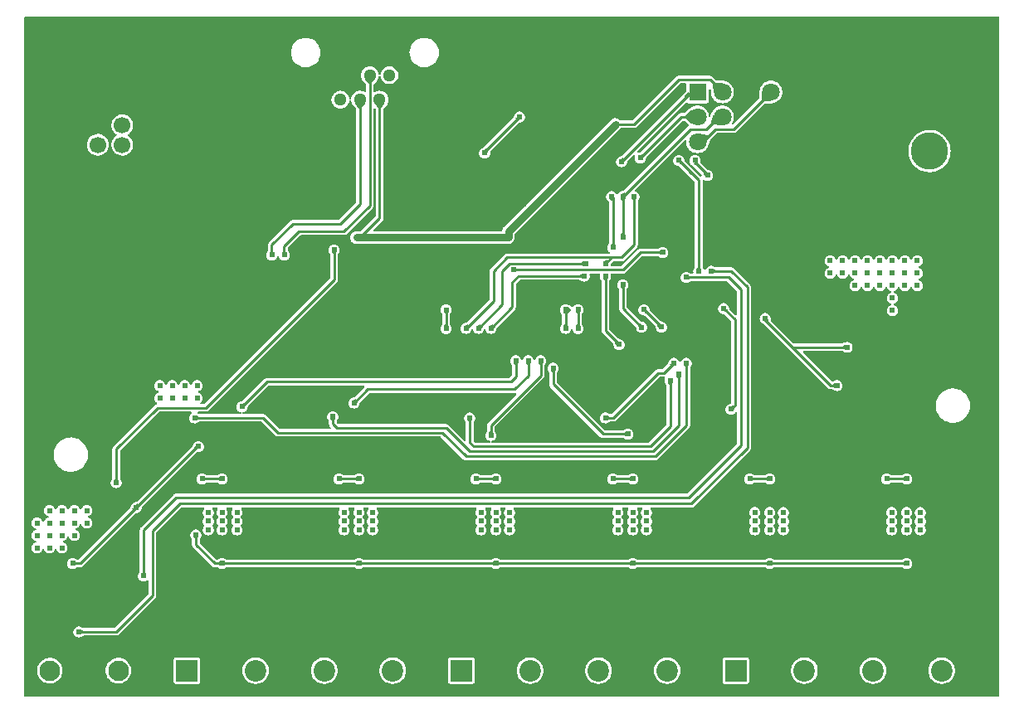
<source format=gbl>
G04 Layer: BottomLayer*
G04 EasyEDA v6.5.22, 2023-03-20 16:50:00*
G04 bf72e243e8a245ba8743e2d89751b4a0,10*
G04 Gerber Generator version 0.2*
G04 Scale: 100 percent, Rotated: No, Reflected: No *
G04 Dimensions in inches *
G04 leading zeros omitted , absolute positions ,3 integer and 6 decimal *
%FSLAX36Y36*%
%MOIN*%

%ADD10C,0.0100*%
%ADD11C,0.0300*%
%ADD12C,0.0512*%
%ADD13C,0.0709*%
%ADD14R,0.0709X0.0709*%
%ADD15O,0.047244X0.08661400000000001*%
%ADD16C,0.1496*%
%ADD17C,0.0669*%
%ADD18C,0.1417*%
%ADD19C,0.0827*%
%ADD20R,0.0866X0.0866*%
%ADD21C,0.0866*%
%ADD22C,0.0240*%
%ADD23C,0.0240*%
%ADD24C,0.0113*%

%LPD*%
G36*
X14200Y-2745700D02*
G01*
X12660Y-2745400D01*
X11379Y-2744520D01*
X10500Y-2743240D01*
X10200Y-2741700D01*
X10200Y-14200D01*
X10500Y-12660D01*
X11379Y-11379D01*
X12660Y-10500D01*
X14200Y-10200D01*
X3922799Y-10200D01*
X3924340Y-10500D01*
X3925620Y-11379D01*
X3926500Y-12660D01*
X3926800Y-14200D01*
X3926800Y-2741700D01*
X3926500Y-2743240D01*
X3925620Y-2744520D01*
X3924340Y-2745400D01*
X3922799Y-2745700D01*
G37*

%LPC*%
G36*
X1140300Y-214840D02*
G01*
X1146940Y-214480D01*
X1153500Y-213359D01*
X1159920Y-211520D01*
X1166060Y-208960D01*
X1171900Y-205740D01*
X1177320Y-201880D01*
X1182300Y-197440D01*
X1186740Y-192480D01*
X1190600Y-187040D01*
X1193820Y-181220D01*
X1196360Y-175060D01*
X1198200Y-168660D01*
X1199320Y-162100D01*
X1199700Y-155440D01*
X1199320Y-148780D01*
X1198200Y-142220D01*
X1196360Y-135820D01*
X1193820Y-129660D01*
X1190600Y-123840D01*
X1186740Y-118400D01*
X1182300Y-113440D01*
X1177320Y-109000D01*
X1171900Y-105140D01*
X1166060Y-101920D01*
X1159920Y-99360D01*
X1153500Y-97520D01*
X1146940Y-96400D01*
X1140300Y-96039D01*
X1133640Y-96400D01*
X1127080Y-97520D01*
X1120660Y-99360D01*
X1114520Y-101920D01*
X1108680Y-105140D01*
X1103260Y-109000D01*
X1098280Y-113440D01*
X1093840Y-118400D01*
X1089980Y-123840D01*
X1086760Y-129660D01*
X1084220Y-135820D01*
X1082380Y-142220D01*
X1081260Y-148780D01*
X1080880Y-155440D01*
X1081260Y-162100D01*
X1082380Y-168660D01*
X1084220Y-175060D01*
X1086760Y-181220D01*
X1089980Y-187040D01*
X1093840Y-192480D01*
X1098280Y-197440D01*
X1103260Y-201880D01*
X1108680Y-205740D01*
X1114520Y-208960D01*
X1120660Y-211520D01*
X1127080Y-213359D01*
X1133640Y-214480D01*
G37*
G36*
X1722660Y-2693260D02*
G01*
X1808820Y-2693260D01*
X1811320Y-2692980D01*
X1813460Y-2692240D01*
X1815400Y-2691019D01*
X1817000Y-2689400D01*
X1818220Y-2687480D01*
X1818959Y-2685320D01*
X1819259Y-2682840D01*
X1819259Y-2596680D01*
X1818959Y-2594180D01*
X1818220Y-2592040D01*
X1817000Y-2590100D01*
X1815400Y-2588500D01*
X1813460Y-2587280D01*
X1811320Y-2586540D01*
X1808820Y-2586259D01*
X1722660Y-2586259D01*
X1720180Y-2586540D01*
X1718020Y-2587280D01*
X1716100Y-2588500D01*
X1714480Y-2590100D01*
X1713260Y-2592040D01*
X1712520Y-2594180D01*
X1712240Y-2596680D01*
X1712240Y-2682840D01*
X1712520Y-2685320D01*
X1713260Y-2687480D01*
X1714480Y-2689400D01*
X1716100Y-2691019D01*
X1718020Y-2692240D01*
X1720180Y-2692980D01*
G37*
G36*
X2825020Y-2693260D02*
G01*
X2911180Y-2693260D01*
X2913680Y-2692980D01*
X2915820Y-2692240D01*
X2917760Y-2691019D01*
X2919360Y-2689400D01*
X2920580Y-2687480D01*
X2921320Y-2685320D01*
X2921620Y-2682840D01*
X2921620Y-2596680D01*
X2921320Y-2594180D01*
X2920580Y-2592040D01*
X2919360Y-2590100D01*
X2917760Y-2588500D01*
X2915820Y-2587280D01*
X2913680Y-2586540D01*
X2911180Y-2586259D01*
X2825020Y-2586259D01*
X2822540Y-2586540D01*
X2820380Y-2587280D01*
X2818460Y-2588500D01*
X2816840Y-2590100D01*
X2815620Y-2592040D01*
X2814880Y-2594180D01*
X2814600Y-2596680D01*
X2814600Y-2682840D01*
X2814880Y-2685320D01*
X2815620Y-2687480D01*
X2816840Y-2689400D01*
X2818460Y-2691019D01*
X2820380Y-2692240D01*
X2822540Y-2692980D01*
G37*
G36*
X1487040Y-2693159D02*
G01*
X1493260Y-2693159D01*
X1499440Y-2692440D01*
X1505480Y-2691019D01*
X1511339Y-2688880D01*
X1516900Y-2686100D01*
X1522100Y-2682679D01*
X1526860Y-2678680D01*
X1531120Y-2674140D01*
X1534840Y-2669160D01*
X1537960Y-2663759D01*
X1540420Y-2658060D01*
X1542200Y-2652100D01*
X1543280Y-2645960D01*
X1543640Y-2639760D01*
X1543280Y-2633540D01*
X1542200Y-2627420D01*
X1540420Y-2621460D01*
X1537960Y-2615740D01*
X1534840Y-2610360D01*
X1531120Y-2605360D01*
X1526860Y-2600840D01*
X1522100Y-2596840D01*
X1516900Y-2593420D01*
X1511339Y-2590640D01*
X1505480Y-2588500D01*
X1499440Y-2587080D01*
X1493260Y-2586340D01*
X1487040Y-2586340D01*
X1480860Y-2587080D01*
X1474800Y-2588500D01*
X1468959Y-2590640D01*
X1463400Y-2593420D01*
X1458200Y-2596840D01*
X1453420Y-2600840D01*
X1449160Y-2605360D01*
X1445440Y-2610360D01*
X1442340Y-2615740D01*
X1439880Y-2621460D01*
X1438080Y-2627420D01*
X1437000Y-2633540D01*
X1436639Y-2639760D01*
X1437000Y-2645960D01*
X1438080Y-2652100D01*
X1439880Y-2658060D01*
X1442340Y-2663759D01*
X1445440Y-2669160D01*
X1449160Y-2674140D01*
X1453420Y-2678680D01*
X1458200Y-2682679D01*
X1463400Y-2686100D01*
X1468959Y-2688880D01*
X1474800Y-2691019D01*
X1480860Y-2692440D01*
G37*
G36*
X2038220Y-2693159D02*
G01*
X2044440Y-2693159D01*
X2050620Y-2692440D01*
X2056680Y-2691019D01*
X2062520Y-2688880D01*
X2068080Y-2686100D01*
X2073280Y-2682679D01*
X2078040Y-2678680D01*
X2082320Y-2674140D01*
X2086040Y-2669160D01*
X2089139Y-2663759D01*
X2091600Y-2658060D01*
X2093400Y-2652100D01*
X2094480Y-2645960D01*
X2094840Y-2639760D01*
X2094480Y-2633540D01*
X2093400Y-2627420D01*
X2091600Y-2621460D01*
X2089139Y-2615740D01*
X2086040Y-2610360D01*
X2082320Y-2605360D01*
X2078040Y-2600840D01*
X2073280Y-2596840D01*
X2068080Y-2593420D01*
X2062520Y-2590640D01*
X2056680Y-2588500D01*
X2050620Y-2587080D01*
X2044440Y-2586340D01*
X2038220Y-2586340D01*
X2032040Y-2587080D01*
X2025980Y-2588500D01*
X2020140Y-2590640D01*
X2014580Y-2593420D01*
X2009379Y-2596840D01*
X2004620Y-2600840D01*
X2000340Y-2605360D01*
X1996639Y-2610360D01*
X1993520Y-2615740D01*
X1991060Y-2621460D01*
X1989280Y-2627420D01*
X1988200Y-2633540D01*
X1987840Y-2639760D01*
X1988200Y-2645960D01*
X1989280Y-2652100D01*
X1991060Y-2658060D01*
X1993520Y-2663759D01*
X1996639Y-2669160D01*
X2000340Y-2674140D01*
X2004620Y-2678680D01*
X2009379Y-2682679D01*
X2014580Y-2686100D01*
X2020140Y-2688880D01*
X2025980Y-2691019D01*
X2032040Y-2692440D01*
G37*
G36*
X1211460Y-2693159D02*
G01*
X1217680Y-2693159D01*
X1223860Y-2692440D01*
X1229900Y-2691019D01*
X1235760Y-2688880D01*
X1241320Y-2686100D01*
X1246520Y-2682679D01*
X1251280Y-2678680D01*
X1255540Y-2674140D01*
X1259260Y-2669160D01*
X1262380Y-2663759D01*
X1264840Y-2658060D01*
X1266620Y-2652100D01*
X1267700Y-2645960D01*
X1268060Y-2639760D01*
X1267700Y-2633540D01*
X1266620Y-2627420D01*
X1264840Y-2621460D01*
X1262380Y-2615740D01*
X1259260Y-2610360D01*
X1255540Y-2605360D01*
X1251280Y-2600840D01*
X1246520Y-2596840D01*
X1241320Y-2593420D01*
X1235760Y-2590640D01*
X1229900Y-2588500D01*
X1223860Y-2587080D01*
X1217680Y-2586340D01*
X1211460Y-2586340D01*
X1205280Y-2587080D01*
X1199220Y-2588500D01*
X1193380Y-2590640D01*
X1187820Y-2593420D01*
X1182620Y-2596840D01*
X1177840Y-2600840D01*
X1173580Y-2605360D01*
X1169860Y-2610360D01*
X1166760Y-2615740D01*
X1164280Y-2621460D01*
X1162500Y-2627420D01*
X1161420Y-2633540D01*
X1161060Y-2639760D01*
X1161420Y-2645960D01*
X1162500Y-2652100D01*
X1164280Y-2658060D01*
X1166760Y-2663759D01*
X1169860Y-2669160D01*
X1173580Y-2674140D01*
X1177840Y-2678680D01*
X1182620Y-2682679D01*
X1187820Y-2686100D01*
X1193380Y-2688880D01*
X1199220Y-2691019D01*
X1205280Y-2692440D01*
G37*
G36*
X3416180Y-2693159D02*
G01*
X3422400Y-2693159D01*
X3428580Y-2692440D01*
X3434620Y-2691019D01*
X3440480Y-2688880D01*
X3446040Y-2686100D01*
X3451240Y-2682679D01*
X3456000Y-2678680D01*
X3460260Y-2674140D01*
X3463980Y-2669160D01*
X3467100Y-2663759D01*
X3469560Y-2658060D01*
X3471340Y-2652100D01*
X3472420Y-2645960D01*
X3472780Y-2639760D01*
X3472420Y-2633540D01*
X3471340Y-2627420D01*
X3469560Y-2621460D01*
X3467100Y-2615740D01*
X3463980Y-2610360D01*
X3460260Y-2605360D01*
X3456000Y-2600840D01*
X3451240Y-2596840D01*
X3446040Y-2593420D01*
X3440480Y-2590640D01*
X3434620Y-2588500D01*
X3428580Y-2587080D01*
X3422400Y-2586340D01*
X3416180Y-2586340D01*
X3410000Y-2587080D01*
X3403940Y-2588500D01*
X3398100Y-2590640D01*
X3392540Y-2593420D01*
X3387340Y-2596840D01*
X3382559Y-2600840D01*
X3378300Y-2605360D01*
X3374580Y-2610360D01*
X3371480Y-2615740D01*
X3369000Y-2621460D01*
X3367220Y-2627420D01*
X3366139Y-2633540D01*
X3365779Y-2639760D01*
X3366139Y-2645960D01*
X3367220Y-2652100D01*
X3369000Y-2658060D01*
X3371480Y-2663759D01*
X3374580Y-2669160D01*
X3378300Y-2674140D01*
X3382559Y-2678680D01*
X3387340Y-2682679D01*
X3392540Y-2686100D01*
X3398100Y-2688880D01*
X3403940Y-2691019D01*
X3410000Y-2692440D01*
G37*
G36*
X3140580Y-2693159D02*
G01*
X3146800Y-2693159D01*
X3152980Y-2692440D01*
X3159040Y-2691019D01*
X3164880Y-2688880D01*
X3170440Y-2686100D01*
X3175640Y-2682679D01*
X3180400Y-2678680D01*
X3184680Y-2674140D01*
X3188399Y-2669160D01*
X3191500Y-2663759D01*
X3193960Y-2658060D01*
X3195760Y-2652100D01*
X3196840Y-2645960D01*
X3197200Y-2639760D01*
X3196840Y-2633540D01*
X3195760Y-2627420D01*
X3193960Y-2621460D01*
X3191500Y-2615740D01*
X3188399Y-2610360D01*
X3184680Y-2605360D01*
X3180400Y-2600840D01*
X3175640Y-2596840D01*
X3170440Y-2593420D01*
X3164880Y-2590640D01*
X3159040Y-2588500D01*
X3152980Y-2587080D01*
X3146800Y-2586340D01*
X3140580Y-2586340D01*
X3134400Y-2587080D01*
X3128340Y-2588500D01*
X3122500Y-2590640D01*
X3116940Y-2593420D01*
X3111740Y-2596840D01*
X3106980Y-2600840D01*
X3102700Y-2605360D01*
X3099000Y-2610360D01*
X3095880Y-2615740D01*
X3093420Y-2621460D01*
X3091640Y-2627420D01*
X3090560Y-2633540D01*
X3090200Y-2639760D01*
X3090560Y-2645960D01*
X3091640Y-2652100D01*
X3093420Y-2658060D01*
X3095880Y-2663759D01*
X3099000Y-2669160D01*
X3102700Y-2674140D01*
X3106980Y-2678680D01*
X3111740Y-2682679D01*
X3116940Y-2686100D01*
X3122500Y-2688880D01*
X3128340Y-2691019D01*
X3134400Y-2692440D01*
G37*
G36*
X2589400Y-2693159D02*
G01*
X2595620Y-2693159D01*
X2601800Y-2692440D01*
X2607840Y-2691019D01*
X2613700Y-2688880D01*
X2619260Y-2686100D01*
X2624460Y-2682679D01*
X2629220Y-2678680D01*
X2633480Y-2674140D01*
X2637200Y-2669160D01*
X2640320Y-2663759D01*
X2642780Y-2658060D01*
X2644560Y-2652100D01*
X2645640Y-2645960D01*
X2646000Y-2639760D01*
X2645640Y-2633540D01*
X2644560Y-2627420D01*
X2642780Y-2621460D01*
X2640320Y-2615740D01*
X2637200Y-2610360D01*
X2633480Y-2605360D01*
X2629220Y-2600840D01*
X2624460Y-2596840D01*
X2619260Y-2593420D01*
X2613700Y-2590640D01*
X2607840Y-2588500D01*
X2601800Y-2587080D01*
X2595620Y-2586340D01*
X2589400Y-2586340D01*
X2583220Y-2587080D01*
X2577160Y-2588500D01*
X2571320Y-2590640D01*
X2565760Y-2593420D01*
X2560560Y-2596840D01*
X2555780Y-2600840D01*
X2551520Y-2605360D01*
X2547800Y-2610360D01*
X2544700Y-2615740D01*
X2542240Y-2621460D01*
X2540440Y-2627420D01*
X2539360Y-2633540D01*
X2539000Y-2639760D01*
X2539360Y-2645960D01*
X2540440Y-2652100D01*
X2542240Y-2658060D01*
X2544700Y-2663759D01*
X2547800Y-2669160D01*
X2551520Y-2674140D01*
X2555780Y-2678680D01*
X2560560Y-2682679D01*
X2565760Y-2686100D01*
X2571320Y-2688880D01*
X2577160Y-2691019D01*
X2583220Y-2692440D01*
G37*
G36*
X3691760Y-2693159D02*
G01*
X3697980Y-2693159D01*
X3704160Y-2692440D01*
X3710200Y-2691019D01*
X3716060Y-2688880D01*
X3721620Y-2686100D01*
X3726820Y-2682679D01*
X3731580Y-2678680D01*
X3735840Y-2674140D01*
X3739560Y-2669160D01*
X3742679Y-2663759D01*
X3745140Y-2658060D01*
X3746920Y-2652100D01*
X3748000Y-2645960D01*
X3748360Y-2639760D01*
X3748000Y-2633540D01*
X3746920Y-2627420D01*
X3745140Y-2621460D01*
X3742679Y-2615740D01*
X3739560Y-2610360D01*
X3735840Y-2605360D01*
X3731580Y-2600840D01*
X3726820Y-2596840D01*
X3721620Y-2593420D01*
X3716060Y-2590640D01*
X3710200Y-2588500D01*
X3704160Y-2587080D01*
X3697980Y-2586340D01*
X3691760Y-2586340D01*
X3685580Y-2587080D01*
X3679520Y-2588500D01*
X3673680Y-2590640D01*
X3668120Y-2593420D01*
X3662919Y-2596840D01*
X3658140Y-2600840D01*
X3653880Y-2605360D01*
X3650160Y-2610360D01*
X3647060Y-2615740D01*
X3644600Y-2621460D01*
X3642799Y-2627420D01*
X3641720Y-2633540D01*
X3641360Y-2639760D01*
X3641720Y-2645960D01*
X3642799Y-2652100D01*
X3644600Y-2658060D01*
X3647060Y-2663759D01*
X3650160Y-2669160D01*
X3653880Y-2674140D01*
X3658140Y-2678680D01*
X3662919Y-2682679D01*
X3668120Y-2686100D01*
X3673680Y-2688880D01*
X3679520Y-2691019D01*
X3685580Y-2692440D01*
G37*
G36*
X935860Y-2693159D02*
G01*
X942080Y-2693159D01*
X948259Y-2692440D01*
X954320Y-2691019D01*
X960160Y-2688880D01*
X965720Y-2686100D01*
X970920Y-2682679D01*
X975680Y-2678680D01*
X979960Y-2674140D01*
X983680Y-2669160D01*
X986780Y-2663759D01*
X989240Y-2658060D01*
X991040Y-2652100D01*
X992120Y-2645960D01*
X992480Y-2639760D01*
X992120Y-2633540D01*
X991040Y-2627420D01*
X989240Y-2621460D01*
X986780Y-2615740D01*
X983680Y-2610360D01*
X979960Y-2605360D01*
X975680Y-2600840D01*
X970920Y-2596840D01*
X965720Y-2593420D01*
X960160Y-2590640D01*
X954320Y-2588500D01*
X948259Y-2587080D01*
X942080Y-2586340D01*
X935860Y-2586340D01*
X929680Y-2587080D01*
X923620Y-2588500D01*
X917780Y-2590640D01*
X912220Y-2593420D01*
X907020Y-2596840D01*
X902260Y-2600840D01*
X897980Y-2605360D01*
X894280Y-2610360D01*
X891160Y-2615740D01*
X888700Y-2621460D01*
X886919Y-2627420D01*
X885840Y-2633540D01*
X885480Y-2639760D01*
X885840Y-2645960D01*
X886919Y-2652100D01*
X888700Y-2658060D01*
X891160Y-2663759D01*
X894280Y-2669160D01*
X897980Y-2674140D01*
X902260Y-2678680D01*
X907020Y-2682679D01*
X912220Y-2686100D01*
X917780Y-2688880D01*
X923620Y-2691019D01*
X929680Y-2692440D01*
G37*
G36*
X2313820Y-2693159D02*
G01*
X2320040Y-2693159D01*
X2326220Y-2692440D01*
X2332260Y-2691019D01*
X2338120Y-2688880D01*
X2343680Y-2686100D01*
X2348880Y-2682679D01*
X2353640Y-2678680D01*
X2357900Y-2674140D01*
X2361620Y-2669160D01*
X2364740Y-2663759D01*
X2367200Y-2658060D01*
X2368980Y-2652100D01*
X2370060Y-2645960D01*
X2370420Y-2639760D01*
X2370060Y-2633540D01*
X2368980Y-2627420D01*
X2367200Y-2621460D01*
X2364740Y-2615740D01*
X2361620Y-2610360D01*
X2357900Y-2605360D01*
X2353640Y-2600840D01*
X2348880Y-2596840D01*
X2343680Y-2593420D01*
X2338120Y-2590640D01*
X2332260Y-2588500D01*
X2326220Y-2587080D01*
X2320040Y-2586340D01*
X2313820Y-2586340D01*
X2307640Y-2587080D01*
X2301580Y-2588500D01*
X2295740Y-2590640D01*
X2290180Y-2593420D01*
X2284980Y-2596840D01*
X2280200Y-2600840D01*
X2275940Y-2605360D01*
X2272220Y-2610360D01*
X2269120Y-2615740D01*
X2266640Y-2621460D01*
X2264860Y-2627420D01*
X2263780Y-2633540D01*
X2263420Y-2639760D01*
X2263780Y-2645960D01*
X2264860Y-2652100D01*
X2266640Y-2658060D01*
X2269120Y-2663759D01*
X2272220Y-2669160D01*
X2275940Y-2674140D01*
X2280200Y-2678680D01*
X2284980Y-2682679D01*
X2290180Y-2686100D01*
X2295740Y-2688880D01*
X2301580Y-2691019D01*
X2307640Y-2692440D01*
G37*
G36*
X113740Y-2691259D02*
G01*
X119820Y-2690720D01*
X125780Y-2689460D01*
X131580Y-2687520D01*
X137080Y-2684880D01*
X142240Y-2681620D01*
X146980Y-2677780D01*
X151240Y-2673399D01*
X154940Y-2668540D01*
X158060Y-2663279D01*
X160520Y-2657700D01*
X162300Y-2651860D01*
X163380Y-2645860D01*
X163740Y-2639760D01*
X163380Y-2633660D01*
X162300Y-2627660D01*
X160520Y-2621820D01*
X158060Y-2616220D01*
X154940Y-2610980D01*
X151240Y-2606120D01*
X146980Y-2601740D01*
X142240Y-2597880D01*
X137080Y-2594640D01*
X131580Y-2592000D01*
X125780Y-2590040D01*
X119820Y-2588800D01*
X113740Y-2588240D01*
X107620Y-2588440D01*
X101600Y-2589340D01*
X95700Y-2590940D01*
X90040Y-2593240D01*
X84700Y-2596180D01*
X79740Y-2599740D01*
X75240Y-2603860D01*
X71240Y-2608480D01*
X67840Y-2613560D01*
X65039Y-2618980D01*
X62920Y-2624700D01*
X61480Y-2630640D01*
X60759Y-2636700D01*
X60759Y-2642820D01*
X61480Y-2648880D01*
X62920Y-2654800D01*
X65039Y-2660539D01*
X67840Y-2665960D01*
X71240Y-2671019D01*
X75240Y-2675659D01*
X79740Y-2679780D01*
X84700Y-2683340D01*
X90040Y-2686280D01*
X95700Y-2688580D01*
X101600Y-2690179D01*
X107620Y-2691080D01*
G37*
G36*
X389320Y-2691259D02*
G01*
X395400Y-2690720D01*
X401380Y-2689460D01*
X407160Y-2687520D01*
X412680Y-2684880D01*
X417840Y-2681620D01*
X422580Y-2677780D01*
X426840Y-2673399D01*
X430540Y-2668540D01*
X433640Y-2663279D01*
X436100Y-2657700D01*
X437879Y-2651860D01*
X438960Y-2645860D01*
X439320Y-2639760D01*
X438960Y-2633660D01*
X437879Y-2627660D01*
X436100Y-2621820D01*
X433640Y-2616220D01*
X430540Y-2610980D01*
X426840Y-2606120D01*
X422580Y-2601740D01*
X417840Y-2597880D01*
X412680Y-2594640D01*
X407160Y-2592000D01*
X401380Y-2590040D01*
X395400Y-2588800D01*
X389320Y-2588240D01*
X383220Y-2588440D01*
X377180Y-2589340D01*
X371300Y-2590940D01*
X365640Y-2593240D01*
X360280Y-2596180D01*
X355319Y-2599740D01*
X350820Y-2603860D01*
X346840Y-2608480D01*
X343420Y-2613560D01*
X340640Y-2618980D01*
X338519Y-2624700D01*
X337080Y-2630640D01*
X336360Y-2636700D01*
X336360Y-2642820D01*
X337080Y-2648880D01*
X338519Y-2654800D01*
X340640Y-2660539D01*
X343420Y-2665960D01*
X346840Y-2671019D01*
X350820Y-2675659D01*
X355319Y-2679780D01*
X360280Y-2683340D01*
X365640Y-2686280D01*
X371300Y-2688580D01*
X377180Y-2690179D01*
X383220Y-2691080D01*
G37*
G36*
X228939Y-2506000D02*
G01*
X232800Y-2505660D01*
X236520Y-2504660D01*
X240040Y-2503040D01*
X242200Y-2501580D01*
X246759Y-2499400D01*
X248480Y-2499020D01*
X378740Y-2499020D01*
X381900Y-2498700D01*
X384739Y-2497840D01*
X387380Y-2496440D01*
X389820Y-2494420D01*
X534540Y-2349700D01*
X536560Y-2347260D01*
X537960Y-2344620D01*
X538820Y-2341780D01*
X539140Y-2338620D01*
X539140Y-2086780D01*
X539440Y-2085240D01*
X540320Y-2083940D01*
X639060Y-1985180D01*
X640360Y-1984319D01*
X641900Y-1984019D01*
X728139Y-1984019D01*
X729840Y-1984400D01*
X731200Y-1985440D01*
X732000Y-1986980D01*
X732080Y-1988720D01*
X731420Y-1990320D01*
X729720Y-1992720D01*
X728100Y-1996240D01*
X727099Y-1999960D01*
X726760Y-2003820D01*
X727099Y-2007680D01*
X728100Y-2011399D01*
X729720Y-2014920D01*
X733220Y-2019780D01*
X733520Y-2021320D01*
X733220Y-2022860D01*
X729720Y-2027720D01*
X728100Y-2031240D01*
X727099Y-2034960D01*
X726760Y-2038820D01*
X727099Y-2042680D01*
X728100Y-2046399D01*
X729720Y-2049920D01*
X733220Y-2054780D01*
X733520Y-2056320D01*
X733220Y-2057860D01*
X729720Y-2062720D01*
X728100Y-2066240D01*
X727099Y-2069960D01*
X726760Y-2073820D01*
X727099Y-2077680D01*
X728100Y-2081399D01*
X729720Y-2084920D01*
X731940Y-2088080D01*
X734680Y-2090820D01*
X737840Y-2093040D01*
X741360Y-2094660D01*
X745080Y-2095660D01*
X748940Y-2096000D01*
X752800Y-2095660D01*
X756520Y-2094660D01*
X760040Y-2093040D01*
X763199Y-2090820D01*
X765939Y-2088080D01*
X768160Y-2084920D01*
X769780Y-2081399D01*
X770780Y-2077680D01*
X771120Y-2073820D01*
X770780Y-2069960D01*
X769780Y-2066240D01*
X768160Y-2062720D01*
X764659Y-2057860D01*
X764360Y-2056320D01*
X764659Y-2054780D01*
X768160Y-2049920D01*
X769780Y-2046399D01*
X770780Y-2042680D01*
X771120Y-2038820D01*
X770780Y-2034960D01*
X769780Y-2031240D01*
X768160Y-2027720D01*
X764659Y-2022860D01*
X764360Y-2021320D01*
X764659Y-2019780D01*
X768160Y-2014920D01*
X769780Y-2011399D01*
X770780Y-2007680D01*
X771120Y-2003820D01*
X770780Y-1999960D01*
X769780Y-1996240D01*
X768160Y-1992720D01*
X766460Y-1990320D01*
X765800Y-1988720D01*
X765879Y-1986980D01*
X766680Y-1985440D01*
X768040Y-1984400D01*
X769740Y-1984019D01*
X783139Y-1984019D01*
X784840Y-1984400D01*
X786200Y-1985440D01*
X787000Y-1986980D01*
X787080Y-1988720D01*
X786420Y-1990320D01*
X784720Y-1992720D01*
X783100Y-1996240D01*
X782099Y-1999960D01*
X781760Y-2003820D01*
X782099Y-2007680D01*
X783100Y-2011399D01*
X784720Y-2014920D01*
X788220Y-2019780D01*
X788520Y-2021320D01*
X788220Y-2022860D01*
X784720Y-2027720D01*
X783100Y-2031240D01*
X782099Y-2034960D01*
X781760Y-2038820D01*
X782099Y-2042680D01*
X783100Y-2046399D01*
X784720Y-2049920D01*
X788220Y-2054780D01*
X788520Y-2056320D01*
X788220Y-2057860D01*
X784720Y-2062720D01*
X783100Y-2066240D01*
X782099Y-2069960D01*
X781760Y-2073820D01*
X782099Y-2077680D01*
X783100Y-2081399D01*
X784720Y-2084920D01*
X786940Y-2088080D01*
X789680Y-2090820D01*
X792840Y-2093040D01*
X796360Y-2094660D01*
X800080Y-2095660D01*
X803940Y-2096000D01*
X807800Y-2095660D01*
X811520Y-2094660D01*
X815040Y-2093040D01*
X818199Y-2090820D01*
X820939Y-2088080D01*
X823160Y-2084920D01*
X824780Y-2081399D01*
X825780Y-2077680D01*
X826120Y-2073820D01*
X825780Y-2069960D01*
X824780Y-2066240D01*
X823160Y-2062720D01*
X819659Y-2057860D01*
X819360Y-2056320D01*
X819659Y-2054780D01*
X823160Y-2049920D01*
X824780Y-2046399D01*
X825780Y-2042680D01*
X826120Y-2038820D01*
X825780Y-2034960D01*
X824780Y-2031240D01*
X823160Y-2027720D01*
X819659Y-2022860D01*
X819360Y-2021320D01*
X819659Y-2019780D01*
X823160Y-2014920D01*
X824780Y-2011399D01*
X825780Y-2007680D01*
X826120Y-2003820D01*
X825780Y-1999960D01*
X824780Y-1996240D01*
X823160Y-1992720D01*
X821460Y-1990320D01*
X820800Y-1988720D01*
X820879Y-1986980D01*
X821680Y-1985440D01*
X823040Y-1984400D01*
X824740Y-1984019D01*
X843139Y-1984019D01*
X844840Y-1984400D01*
X846200Y-1985440D01*
X847000Y-1986980D01*
X847080Y-1988720D01*
X846420Y-1990320D01*
X844720Y-1992720D01*
X843100Y-1996240D01*
X842099Y-1999960D01*
X841760Y-2003820D01*
X842099Y-2007680D01*
X843100Y-2011399D01*
X844720Y-2014920D01*
X848220Y-2019780D01*
X848520Y-2021320D01*
X848220Y-2022860D01*
X844720Y-2027720D01*
X843100Y-2031240D01*
X842099Y-2034960D01*
X841760Y-2038820D01*
X842099Y-2042680D01*
X843100Y-2046399D01*
X844720Y-2049920D01*
X848220Y-2054780D01*
X848520Y-2056320D01*
X848220Y-2057860D01*
X844720Y-2062720D01*
X843100Y-2066240D01*
X842099Y-2069960D01*
X841760Y-2073820D01*
X842099Y-2077680D01*
X843100Y-2081399D01*
X844720Y-2084920D01*
X846940Y-2088080D01*
X849680Y-2090820D01*
X852840Y-2093040D01*
X856360Y-2094660D01*
X860080Y-2095660D01*
X863940Y-2096000D01*
X867800Y-2095660D01*
X871520Y-2094660D01*
X875040Y-2093040D01*
X878199Y-2090820D01*
X880939Y-2088080D01*
X883160Y-2084920D01*
X884780Y-2081399D01*
X885780Y-2077680D01*
X886120Y-2073820D01*
X885780Y-2069960D01*
X884780Y-2066240D01*
X883160Y-2062720D01*
X879659Y-2057860D01*
X879360Y-2056320D01*
X879659Y-2054780D01*
X883160Y-2049920D01*
X884780Y-2046399D01*
X885780Y-2042680D01*
X886120Y-2038820D01*
X885780Y-2034960D01*
X884780Y-2031240D01*
X883160Y-2027720D01*
X879659Y-2022860D01*
X879360Y-2021320D01*
X879659Y-2019780D01*
X883160Y-2014920D01*
X884780Y-2011399D01*
X885780Y-2007680D01*
X886120Y-2003820D01*
X885780Y-1999960D01*
X884780Y-1996240D01*
X883160Y-1992720D01*
X881460Y-1990320D01*
X880800Y-1988720D01*
X880879Y-1986980D01*
X881680Y-1985440D01*
X883040Y-1984400D01*
X884740Y-1984019D01*
X1273140Y-1984019D01*
X1274840Y-1984400D01*
X1276200Y-1985440D01*
X1277000Y-1986980D01*
X1277080Y-1988720D01*
X1276420Y-1990320D01*
X1274720Y-1992720D01*
X1273100Y-1996240D01*
X1272100Y-1999960D01*
X1271760Y-2003820D01*
X1272100Y-2007680D01*
X1273100Y-2011399D01*
X1274720Y-2014920D01*
X1278220Y-2019780D01*
X1278520Y-2021320D01*
X1278220Y-2022860D01*
X1274720Y-2027720D01*
X1273100Y-2031240D01*
X1272100Y-2034960D01*
X1271760Y-2038820D01*
X1272100Y-2042680D01*
X1273100Y-2046399D01*
X1274720Y-2049920D01*
X1278220Y-2054780D01*
X1278520Y-2056320D01*
X1278220Y-2057860D01*
X1274720Y-2062720D01*
X1273100Y-2066240D01*
X1272100Y-2069960D01*
X1271760Y-2073820D01*
X1272100Y-2077680D01*
X1273100Y-2081399D01*
X1274720Y-2084920D01*
X1276940Y-2088080D01*
X1279680Y-2090820D01*
X1282840Y-2093040D01*
X1286360Y-2094660D01*
X1290080Y-2095660D01*
X1293940Y-2096000D01*
X1297800Y-2095660D01*
X1301519Y-2094660D01*
X1305040Y-2093040D01*
X1308200Y-2090820D01*
X1310940Y-2088080D01*
X1313160Y-2084920D01*
X1314780Y-2081399D01*
X1315780Y-2077680D01*
X1316120Y-2073820D01*
X1315780Y-2069960D01*
X1314780Y-2066240D01*
X1313160Y-2062720D01*
X1309660Y-2057860D01*
X1309360Y-2056320D01*
X1309660Y-2054780D01*
X1313160Y-2049920D01*
X1314780Y-2046399D01*
X1315780Y-2042680D01*
X1316120Y-2038820D01*
X1315780Y-2034960D01*
X1314780Y-2031240D01*
X1313160Y-2027720D01*
X1309660Y-2022860D01*
X1309360Y-2021320D01*
X1309660Y-2019780D01*
X1313160Y-2014920D01*
X1314780Y-2011399D01*
X1315780Y-2007680D01*
X1316120Y-2003820D01*
X1315780Y-1999960D01*
X1314780Y-1996240D01*
X1313160Y-1992720D01*
X1311459Y-1990320D01*
X1310800Y-1988720D01*
X1310880Y-1986980D01*
X1311680Y-1985440D01*
X1313040Y-1984400D01*
X1314740Y-1984019D01*
X1333140Y-1984019D01*
X1334840Y-1984400D01*
X1336200Y-1985440D01*
X1337000Y-1986980D01*
X1337080Y-1988720D01*
X1336420Y-1990320D01*
X1334720Y-1992720D01*
X1333100Y-1996240D01*
X1332100Y-1999960D01*
X1331759Y-2003820D01*
X1332100Y-2007680D01*
X1333100Y-2011399D01*
X1334720Y-2014920D01*
X1338220Y-2019780D01*
X1338520Y-2021320D01*
X1338220Y-2022860D01*
X1334720Y-2027720D01*
X1333100Y-2031240D01*
X1332100Y-2034960D01*
X1331759Y-2038820D01*
X1332100Y-2042680D01*
X1333100Y-2046399D01*
X1334720Y-2049920D01*
X1338220Y-2054780D01*
X1338520Y-2056320D01*
X1338220Y-2057860D01*
X1334720Y-2062720D01*
X1333100Y-2066240D01*
X1332100Y-2069960D01*
X1331759Y-2073820D01*
X1332100Y-2077680D01*
X1333100Y-2081399D01*
X1334720Y-2084920D01*
X1336940Y-2088080D01*
X1339680Y-2090820D01*
X1342840Y-2093040D01*
X1346360Y-2094660D01*
X1350080Y-2095660D01*
X1353940Y-2096000D01*
X1357800Y-2095660D01*
X1361519Y-2094660D01*
X1365040Y-2093040D01*
X1368200Y-2090820D01*
X1370940Y-2088080D01*
X1373160Y-2084920D01*
X1374780Y-2081399D01*
X1375780Y-2077680D01*
X1376120Y-2073820D01*
X1375780Y-2069960D01*
X1374780Y-2066240D01*
X1373160Y-2062720D01*
X1369660Y-2057860D01*
X1369360Y-2056320D01*
X1369660Y-2054780D01*
X1373160Y-2049920D01*
X1374780Y-2046399D01*
X1375780Y-2042680D01*
X1376120Y-2038820D01*
X1375780Y-2034960D01*
X1374780Y-2031240D01*
X1373160Y-2027720D01*
X1369660Y-2022860D01*
X1369360Y-2021320D01*
X1369660Y-2019780D01*
X1373160Y-2014920D01*
X1374780Y-2011399D01*
X1375780Y-2007680D01*
X1376120Y-2003820D01*
X1375780Y-1999960D01*
X1374780Y-1996240D01*
X1373160Y-1992720D01*
X1371459Y-1990320D01*
X1370800Y-1988720D01*
X1370880Y-1986980D01*
X1371680Y-1985440D01*
X1373040Y-1984400D01*
X1374740Y-1984019D01*
X1388140Y-1984019D01*
X1389840Y-1984400D01*
X1391200Y-1985440D01*
X1392000Y-1986980D01*
X1392080Y-1988720D01*
X1391420Y-1990320D01*
X1389720Y-1992720D01*
X1388100Y-1996240D01*
X1387100Y-1999960D01*
X1386759Y-2003820D01*
X1387100Y-2007680D01*
X1388100Y-2011399D01*
X1389720Y-2014920D01*
X1393220Y-2019780D01*
X1393520Y-2021320D01*
X1393220Y-2022860D01*
X1389720Y-2027720D01*
X1388100Y-2031240D01*
X1387100Y-2034960D01*
X1386759Y-2038820D01*
X1387100Y-2042680D01*
X1388100Y-2046399D01*
X1389720Y-2049920D01*
X1393220Y-2054780D01*
X1393520Y-2056320D01*
X1393220Y-2057860D01*
X1389720Y-2062720D01*
X1388100Y-2066240D01*
X1387100Y-2069960D01*
X1386759Y-2073820D01*
X1387100Y-2077680D01*
X1388100Y-2081399D01*
X1389720Y-2084920D01*
X1391940Y-2088080D01*
X1394680Y-2090820D01*
X1397840Y-2093040D01*
X1401360Y-2094660D01*
X1405080Y-2095660D01*
X1408940Y-2096000D01*
X1412800Y-2095660D01*
X1416519Y-2094660D01*
X1420040Y-2093040D01*
X1423200Y-2090820D01*
X1425940Y-2088080D01*
X1428160Y-2084920D01*
X1429780Y-2081399D01*
X1430780Y-2077680D01*
X1431120Y-2073820D01*
X1430780Y-2069960D01*
X1429780Y-2066240D01*
X1428160Y-2062720D01*
X1424660Y-2057860D01*
X1424360Y-2056320D01*
X1424660Y-2054780D01*
X1428160Y-2049920D01*
X1429780Y-2046399D01*
X1430780Y-2042680D01*
X1431120Y-2038820D01*
X1430780Y-2034960D01*
X1429780Y-2031240D01*
X1428160Y-2027720D01*
X1424660Y-2022860D01*
X1424360Y-2021320D01*
X1424660Y-2019780D01*
X1428160Y-2014920D01*
X1429780Y-2011399D01*
X1430780Y-2007680D01*
X1431120Y-2003820D01*
X1430780Y-1999960D01*
X1429780Y-1996240D01*
X1428160Y-1992720D01*
X1426459Y-1990320D01*
X1425800Y-1988720D01*
X1425880Y-1986980D01*
X1426680Y-1985440D01*
X1428040Y-1984400D01*
X1429740Y-1984019D01*
X1823140Y-1984019D01*
X1824840Y-1984400D01*
X1826200Y-1985440D01*
X1827000Y-1986980D01*
X1827080Y-1988720D01*
X1826420Y-1990320D01*
X1824720Y-1992720D01*
X1823100Y-1996240D01*
X1822100Y-1999960D01*
X1821759Y-2003820D01*
X1822100Y-2007680D01*
X1823100Y-2011399D01*
X1824720Y-2014920D01*
X1828220Y-2019780D01*
X1828520Y-2021320D01*
X1828220Y-2022860D01*
X1824720Y-2027720D01*
X1823100Y-2031240D01*
X1822100Y-2034960D01*
X1821759Y-2038820D01*
X1822100Y-2042680D01*
X1823100Y-2046399D01*
X1824720Y-2049920D01*
X1828220Y-2054780D01*
X1828520Y-2056320D01*
X1828220Y-2057860D01*
X1824720Y-2062720D01*
X1823100Y-2066240D01*
X1822100Y-2069960D01*
X1821759Y-2073820D01*
X1822100Y-2077680D01*
X1823100Y-2081399D01*
X1824720Y-2084920D01*
X1826940Y-2088080D01*
X1829680Y-2090820D01*
X1832840Y-2093040D01*
X1836360Y-2094660D01*
X1840080Y-2095660D01*
X1843940Y-2096000D01*
X1847800Y-2095660D01*
X1851519Y-2094660D01*
X1855040Y-2093040D01*
X1858200Y-2090820D01*
X1860940Y-2088080D01*
X1863160Y-2084920D01*
X1864780Y-2081399D01*
X1865780Y-2077680D01*
X1866120Y-2073820D01*
X1865780Y-2069960D01*
X1864780Y-2066240D01*
X1863160Y-2062720D01*
X1859660Y-2057860D01*
X1859360Y-2056320D01*
X1859660Y-2054780D01*
X1863160Y-2049920D01*
X1864780Y-2046399D01*
X1865780Y-2042680D01*
X1866120Y-2038820D01*
X1865780Y-2034960D01*
X1864780Y-2031240D01*
X1863160Y-2027720D01*
X1859660Y-2022860D01*
X1859360Y-2021320D01*
X1859660Y-2019780D01*
X1863160Y-2014920D01*
X1864780Y-2011399D01*
X1865780Y-2007680D01*
X1866120Y-2003820D01*
X1865780Y-1999960D01*
X1864780Y-1996240D01*
X1863160Y-1992720D01*
X1861459Y-1990320D01*
X1860800Y-1988720D01*
X1860880Y-1986980D01*
X1861680Y-1985440D01*
X1863040Y-1984400D01*
X1864740Y-1984019D01*
X1883140Y-1984019D01*
X1884840Y-1984400D01*
X1886200Y-1985440D01*
X1887000Y-1986980D01*
X1887080Y-1988720D01*
X1886420Y-1990320D01*
X1884720Y-1992720D01*
X1883100Y-1996240D01*
X1882100Y-1999960D01*
X1881759Y-2003820D01*
X1882100Y-2007680D01*
X1883100Y-2011399D01*
X1884720Y-2014920D01*
X1888220Y-2019780D01*
X1888520Y-2021320D01*
X1888220Y-2022860D01*
X1884720Y-2027720D01*
X1883100Y-2031240D01*
X1882100Y-2034960D01*
X1881759Y-2038820D01*
X1882100Y-2042680D01*
X1883100Y-2046399D01*
X1884720Y-2049920D01*
X1888220Y-2054780D01*
X1888520Y-2056320D01*
X1888220Y-2057860D01*
X1884720Y-2062720D01*
X1883100Y-2066240D01*
X1882100Y-2069960D01*
X1881759Y-2073820D01*
X1882100Y-2077680D01*
X1883100Y-2081399D01*
X1884720Y-2084920D01*
X1886940Y-2088080D01*
X1889680Y-2090820D01*
X1892840Y-2093040D01*
X1896360Y-2094660D01*
X1900080Y-2095660D01*
X1903940Y-2096000D01*
X1907800Y-2095660D01*
X1911519Y-2094660D01*
X1915040Y-2093040D01*
X1918200Y-2090820D01*
X1920940Y-2088080D01*
X1923160Y-2084920D01*
X1924780Y-2081399D01*
X1925780Y-2077680D01*
X1926120Y-2073820D01*
X1925780Y-2069960D01*
X1924780Y-2066240D01*
X1923160Y-2062720D01*
X1919660Y-2057860D01*
X1919360Y-2056320D01*
X1919660Y-2054780D01*
X1923160Y-2049920D01*
X1924780Y-2046399D01*
X1925780Y-2042680D01*
X1926120Y-2038820D01*
X1925780Y-2034960D01*
X1924780Y-2031240D01*
X1923160Y-2027720D01*
X1919660Y-2022860D01*
X1919360Y-2021320D01*
X1919660Y-2019780D01*
X1923160Y-2014920D01*
X1924780Y-2011399D01*
X1925780Y-2007680D01*
X1926120Y-2003820D01*
X1925780Y-1999960D01*
X1924780Y-1996240D01*
X1923160Y-1992720D01*
X1921459Y-1990320D01*
X1920800Y-1988720D01*
X1920880Y-1986980D01*
X1921680Y-1985440D01*
X1923040Y-1984400D01*
X1924740Y-1984019D01*
X1938140Y-1984019D01*
X1939840Y-1984400D01*
X1941200Y-1985440D01*
X1942000Y-1986980D01*
X1942080Y-1988720D01*
X1941420Y-1990320D01*
X1939720Y-1992720D01*
X1938100Y-1996240D01*
X1937100Y-1999960D01*
X1936759Y-2003820D01*
X1937100Y-2007680D01*
X1938100Y-2011399D01*
X1939720Y-2014920D01*
X1943220Y-2019780D01*
X1943520Y-2021320D01*
X1943220Y-2022860D01*
X1939720Y-2027720D01*
X1938100Y-2031240D01*
X1937100Y-2034960D01*
X1936759Y-2038820D01*
X1937100Y-2042680D01*
X1938100Y-2046399D01*
X1939720Y-2049920D01*
X1943220Y-2054780D01*
X1943520Y-2056320D01*
X1943220Y-2057860D01*
X1939720Y-2062720D01*
X1938100Y-2066240D01*
X1937100Y-2069960D01*
X1936759Y-2073820D01*
X1937100Y-2077680D01*
X1938100Y-2081399D01*
X1939720Y-2084920D01*
X1941940Y-2088080D01*
X1944680Y-2090820D01*
X1947840Y-2093040D01*
X1951360Y-2094660D01*
X1955080Y-2095660D01*
X1958940Y-2096000D01*
X1962800Y-2095660D01*
X1966519Y-2094660D01*
X1970040Y-2093040D01*
X1973200Y-2090820D01*
X1975940Y-2088080D01*
X1978160Y-2084920D01*
X1979780Y-2081399D01*
X1980780Y-2077680D01*
X1981120Y-2073820D01*
X1980780Y-2069960D01*
X1979780Y-2066240D01*
X1978160Y-2062720D01*
X1974660Y-2057860D01*
X1974360Y-2056320D01*
X1974660Y-2054780D01*
X1978160Y-2049920D01*
X1979780Y-2046399D01*
X1980780Y-2042680D01*
X1981120Y-2038820D01*
X1980780Y-2034960D01*
X1979780Y-2031240D01*
X1978160Y-2027720D01*
X1974660Y-2022860D01*
X1974360Y-2021320D01*
X1974660Y-2019780D01*
X1978160Y-2014920D01*
X1979780Y-2011399D01*
X1980780Y-2007680D01*
X1981120Y-2003820D01*
X1980780Y-1999960D01*
X1979780Y-1996240D01*
X1978160Y-1992720D01*
X1976459Y-1990320D01*
X1975800Y-1988720D01*
X1975880Y-1986980D01*
X1976680Y-1985440D01*
X1978040Y-1984400D01*
X1979740Y-1984019D01*
X2373140Y-1984019D01*
X2374840Y-1984400D01*
X2376200Y-1985440D01*
X2377000Y-1986980D01*
X2377080Y-1988720D01*
X2376420Y-1990320D01*
X2374720Y-1992720D01*
X2373100Y-1996240D01*
X2372100Y-1999960D01*
X2371760Y-2003820D01*
X2372100Y-2007680D01*
X2373100Y-2011399D01*
X2374720Y-2014920D01*
X2378220Y-2019780D01*
X2378520Y-2021320D01*
X2378220Y-2022860D01*
X2374720Y-2027720D01*
X2373100Y-2031240D01*
X2372100Y-2034960D01*
X2371760Y-2038820D01*
X2372100Y-2042680D01*
X2373100Y-2046399D01*
X2374720Y-2049920D01*
X2378220Y-2054780D01*
X2378520Y-2056320D01*
X2378220Y-2057860D01*
X2374720Y-2062720D01*
X2373100Y-2066240D01*
X2372100Y-2069960D01*
X2371760Y-2073820D01*
X2372100Y-2077680D01*
X2373100Y-2081399D01*
X2374720Y-2084920D01*
X2376940Y-2088080D01*
X2379680Y-2090820D01*
X2382840Y-2093040D01*
X2386360Y-2094660D01*
X2390080Y-2095660D01*
X2393940Y-2096000D01*
X2397800Y-2095660D01*
X2401520Y-2094660D01*
X2405040Y-2093040D01*
X2408200Y-2090820D01*
X2410940Y-2088080D01*
X2413160Y-2084920D01*
X2414780Y-2081399D01*
X2415780Y-2077680D01*
X2416120Y-2073820D01*
X2415780Y-2069960D01*
X2414780Y-2066240D01*
X2413160Y-2062720D01*
X2409660Y-2057860D01*
X2409360Y-2056320D01*
X2409660Y-2054780D01*
X2413160Y-2049920D01*
X2414780Y-2046399D01*
X2415780Y-2042680D01*
X2416120Y-2038820D01*
X2415780Y-2034960D01*
X2414780Y-2031240D01*
X2413160Y-2027720D01*
X2409660Y-2022860D01*
X2409360Y-2021320D01*
X2409660Y-2019780D01*
X2413160Y-2014920D01*
X2414780Y-2011399D01*
X2415780Y-2007680D01*
X2416120Y-2003820D01*
X2415780Y-1999960D01*
X2414780Y-1996240D01*
X2413160Y-1992720D01*
X2411460Y-1990320D01*
X2410800Y-1988720D01*
X2410880Y-1986980D01*
X2411680Y-1985440D01*
X2413040Y-1984400D01*
X2414740Y-1984019D01*
X2433140Y-1984019D01*
X2434840Y-1984400D01*
X2436200Y-1985440D01*
X2437000Y-1986980D01*
X2437080Y-1988720D01*
X2436420Y-1990320D01*
X2434720Y-1992720D01*
X2433100Y-1996240D01*
X2432100Y-1999960D01*
X2431760Y-2003820D01*
X2432100Y-2007680D01*
X2433100Y-2011399D01*
X2434720Y-2014920D01*
X2438220Y-2019780D01*
X2438520Y-2021320D01*
X2438220Y-2022860D01*
X2434720Y-2027720D01*
X2433100Y-2031240D01*
X2432100Y-2034960D01*
X2431760Y-2038820D01*
X2432100Y-2042680D01*
X2433100Y-2046399D01*
X2434720Y-2049920D01*
X2438220Y-2054780D01*
X2438520Y-2056320D01*
X2438220Y-2057860D01*
X2434720Y-2062720D01*
X2433100Y-2066240D01*
X2432100Y-2069960D01*
X2431760Y-2073820D01*
X2432100Y-2077680D01*
X2433100Y-2081399D01*
X2434720Y-2084920D01*
X2436940Y-2088080D01*
X2439680Y-2090820D01*
X2442840Y-2093040D01*
X2446360Y-2094660D01*
X2450080Y-2095660D01*
X2453940Y-2096000D01*
X2457800Y-2095660D01*
X2461520Y-2094660D01*
X2465040Y-2093040D01*
X2468200Y-2090820D01*
X2470940Y-2088080D01*
X2473160Y-2084920D01*
X2474780Y-2081399D01*
X2475780Y-2077680D01*
X2476120Y-2073820D01*
X2475780Y-2069960D01*
X2474780Y-2066240D01*
X2473160Y-2062720D01*
X2469660Y-2057860D01*
X2469360Y-2056320D01*
X2469660Y-2054780D01*
X2473160Y-2049920D01*
X2474780Y-2046399D01*
X2475780Y-2042680D01*
X2476120Y-2038820D01*
X2475780Y-2034960D01*
X2474780Y-2031240D01*
X2473160Y-2027720D01*
X2469660Y-2022860D01*
X2469360Y-2021320D01*
X2469660Y-2019780D01*
X2473160Y-2014920D01*
X2474780Y-2011399D01*
X2475780Y-2007680D01*
X2476120Y-2003820D01*
X2475780Y-1999960D01*
X2474780Y-1996240D01*
X2473160Y-1992720D01*
X2471460Y-1990320D01*
X2470800Y-1988720D01*
X2470880Y-1986980D01*
X2471680Y-1985440D01*
X2473040Y-1984400D01*
X2474740Y-1984019D01*
X2488140Y-1984019D01*
X2489840Y-1984400D01*
X2491200Y-1985440D01*
X2492000Y-1986980D01*
X2492080Y-1988720D01*
X2491420Y-1990320D01*
X2489720Y-1992720D01*
X2488100Y-1996240D01*
X2487100Y-1999960D01*
X2486760Y-2003820D01*
X2487100Y-2007680D01*
X2488100Y-2011399D01*
X2489720Y-2014920D01*
X2493220Y-2019780D01*
X2493520Y-2021320D01*
X2493220Y-2022860D01*
X2489720Y-2027720D01*
X2488100Y-2031240D01*
X2487100Y-2034960D01*
X2486760Y-2038820D01*
X2487100Y-2042680D01*
X2488100Y-2046399D01*
X2489720Y-2049920D01*
X2493220Y-2054780D01*
X2493520Y-2056320D01*
X2493220Y-2057860D01*
X2489720Y-2062720D01*
X2488100Y-2066240D01*
X2487100Y-2069960D01*
X2486760Y-2073820D01*
X2487100Y-2077680D01*
X2488100Y-2081399D01*
X2489720Y-2084920D01*
X2491940Y-2088080D01*
X2494680Y-2090820D01*
X2497840Y-2093040D01*
X2501360Y-2094660D01*
X2505080Y-2095660D01*
X2508940Y-2096000D01*
X2512800Y-2095660D01*
X2516520Y-2094660D01*
X2520040Y-2093040D01*
X2523200Y-2090820D01*
X2525940Y-2088080D01*
X2528160Y-2084920D01*
X2529780Y-2081399D01*
X2530780Y-2077680D01*
X2531120Y-2073820D01*
X2530780Y-2069960D01*
X2529780Y-2066240D01*
X2528160Y-2062720D01*
X2524660Y-2057860D01*
X2524360Y-2056320D01*
X2524660Y-2054780D01*
X2528160Y-2049920D01*
X2529780Y-2046399D01*
X2530780Y-2042680D01*
X2531120Y-2038820D01*
X2530780Y-2034960D01*
X2529780Y-2031240D01*
X2528160Y-2027720D01*
X2524660Y-2022860D01*
X2524360Y-2021320D01*
X2524660Y-2019780D01*
X2528160Y-2014920D01*
X2529780Y-2011399D01*
X2530780Y-2007680D01*
X2531120Y-2003820D01*
X2530780Y-1999960D01*
X2529780Y-1996240D01*
X2528160Y-1992720D01*
X2526460Y-1990320D01*
X2525800Y-1988720D01*
X2525880Y-1986980D01*
X2526680Y-1985440D01*
X2528040Y-1984400D01*
X2529740Y-1984019D01*
X2688740Y-1984019D01*
X2691900Y-1983700D01*
X2694740Y-1982840D01*
X2697380Y-1981440D01*
X2699820Y-1979420D01*
X2924540Y-1754700D01*
X2926560Y-1752260D01*
X2927960Y-1749620D01*
X2928820Y-1746780D01*
X2929140Y-1743620D01*
X2929140Y-1099020D01*
X2928820Y-1095860D01*
X2927960Y-1093000D01*
X2926560Y-1090380D01*
X2924540Y-1087940D01*
X2859820Y-1023199D01*
X2857380Y-1021200D01*
X2854740Y-1019800D01*
X2851900Y-1018920D01*
X2848740Y-1018620D01*
X2788480Y-1018620D01*
X2786760Y-1018220D01*
X2782200Y-1016060D01*
X2780040Y-1014599D01*
X2776520Y-1012980D01*
X2772799Y-1011979D01*
X2768940Y-1011640D01*
X2765080Y-1011979D01*
X2761360Y-1012980D01*
X2757840Y-1014599D01*
X2754680Y-1016820D01*
X2751940Y-1019560D01*
X2749720Y-1022720D01*
X2748100Y-1026240D01*
X2747799Y-1027340D01*
X2747000Y-1028880D01*
X2745620Y-1029940D01*
X2743940Y-1030320D01*
X2742240Y-1029940D01*
X2740860Y-1028880D01*
X2740059Y-1027340D01*
X2739780Y-1026300D01*
X2738159Y-1022800D01*
X2736700Y-1020639D01*
X2734520Y-1016060D01*
X2734140Y-1014340D01*
X2734140Y-669620D01*
X2734520Y-667920D01*
X2735560Y-666560D01*
X2737100Y-665759D01*
X2738840Y-665680D01*
X2740440Y-666340D01*
X2742840Y-668040D01*
X2746360Y-669659D01*
X2750080Y-670660D01*
X2753940Y-671000D01*
X2757799Y-670660D01*
X2761520Y-669659D01*
X2765040Y-668040D01*
X2768200Y-665819D01*
X2770940Y-663080D01*
X2773159Y-659920D01*
X2774780Y-656400D01*
X2775779Y-652680D01*
X2776120Y-648820D01*
X2775779Y-644960D01*
X2774780Y-641240D01*
X2773159Y-637720D01*
X2770940Y-634560D01*
X2768200Y-631820D01*
X2765040Y-629600D01*
X2761520Y-627980D01*
X2756760Y-626760D01*
X2752360Y-625200D01*
X2750860Y-624260D01*
X2726280Y-599660D01*
X2725360Y-598260D01*
X2725100Y-596620D01*
X2725299Y-594480D01*
X2725779Y-592680D01*
X2726120Y-588820D01*
X2725779Y-584960D01*
X2724780Y-581240D01*
X2723159Y-577720D01*
X2720940Y-574560D01*
X2718200Y-571820D01*
X2715040Y-569600D01*
X2711520Y-567980D01*
X2707900Y-567000D01*
X2707320Y-566720D01*
X2706320Y-566840D01*
X2703940Y-566640D01*
X2700080Y-566980D01*
X2696360Y-567980D01*
X2692840Y-569600D01*
X2689680Y-571820D01*
X2686940Y-574560D01*
X2684720Y-577720D01*
X2683100Y-581240D01*
X2682100Y-584960D01*
X2681760Y-588820D01*
X2682100Y-592680D01*
X2683100Y-596400D01*
X2684720Y-599920D01*
X2686940Y-603080D01*
X2689680Y-605820D01*
X2691100Y-607000D01*
X2693320Y-609700D01*
X2729380Y-645740D01*
X2730320Y-647240D01*
X2730700Y-648319D01*
X2730920Y-649820D01*
X2730560Y-651320D01*
X2729660Y-652560D01*
X2728380Y-653379D01*
X2726860Y-653660D01*
X2725360Y-653340D01*
X2724100Y-652480D01*
X2663519Y-591900D01*
X2662559Y-590400D01*
X2661000Y-586000D01*
X2659780Y-581240D01*
X2658159Y-577720D01*
X2655940Y-574560D01*
X2653200Y-571820D01*
X2650040Y-569600D01*
X2646520Y-567980D01*
X2642799Y-566980D01*
X2638940Y-566640D01*
X2635080Y-566980D01*
X2631360Y-567980D01*
X2627840Y-569600D01*
X2624680Y-571820D01*
X2621940Y-574560D01*
X2619720Y-577720D01*
X2618100Y-581240D01*
X2617100Y-584960D01*
X2616760Y-588820D01*
X2617100Y-592680D01*
X2618100Y-596400D01*
X2619720Y-599920D01*
X2621940Y-603080D01*
X2624680Y-605820D01*
X2627840Y-608040D01*
X2631360Y-609660D01*
X2636120Y-610880D01*
X2640520Y-612440D01*
X2642020Y-613380D01*
X2702559Y-673940D01*
X2703440Y-675240D01*
X2703740Y-676780D01*
X2703740Y-1014340D01*
X2703360Y-1016060D01*
X2701180Y-1020639D01*
X2699720Y-1022800D01*
X2698100Y-1026300D01*
X2697100Y-1030040D01*
X2696760Y-1033900D01*
X2697100Y-1037740D01*
X2697320Y-1038580D01*
X2697440Y-1040040D01*
X2697020Y-1041440D01*
X2696139Y-1042600D01*
X2694880Y-1043360D01*
X2693460Y-1043620D01*
X2688480Y-1043620D01*
X2686760Y-1043220D01*
X2682200Y-1041060D01*
X2680040Y-1039599D01*
X2676520Y-1037980D01*
X2672799Y-1036979D01*
X2668940Y-1036640D01*
X2665080Y-1036979D01*
X2661360Y-1037980D01*
X2657840Y-1039599D01*
X2654680Y-1041820D01*
X2651940Y-1044560D01*
X2649720Y-1047720D01*
X2648100Y-1051240D01*
X2647100Y-1054960D01*
X2646760Y-1058820D01*
X2647100Y-1062680D01*
X2648100Y-1066400D01*
X2649720Y-1069920D01*
X2651940Y-1073080D01*
X2654680Y-1075820D01*
X2657840Y-1078040D01*
X2661360Y-1079660D01*
X2665080Y-1080660D01*
X2668940Y-1081000D01*
X2672799Y-1080660D01*
X2676520Y-1079660D01*
X2680040Y-1078040D01*
X2682200Y-1076580D01*
X2686760Y-1074400D01*
X2688480Y-1074020D01*
X2830980Y-1074020D01*
X2832520Y-1074320D01*
X2833820Y-1075180D01*
X2872559Y-1113940D01*
X2873440Y-1115240D01*
X2873740Y-1116780D01*
X2873740Y-1207460D01*
X2873440Y-1209000D01*
X2872559Y-1210300D01*
X2871259Y-1211160D01*
X2869740Y-1211460D01*
X2868200Y-1211160D01*
X2866920Y-1210300D01*
X2843519Y-1186900D01*
X2842559Y-1185400D01*
X2841000Y-1181000D01*
X2839780Y-1176240D01*
X2838159Y-1172720D01*
X2835940Y-1169560D01*
X2833200Y-1166820D01*
X2830040Y-1164600D01*
X2826520Y-1162980D01*
X2822799Y-1161980D01*
X2818940Y-1161640D01*
X2815080Y-1161980D01*
X2811360Y-1162980D01*
X2807840Y-1164600D01*
X2804680Y-1166820D01*
X2801940Y-1169560D01*
X2799720Y-1172720D01*
X2798100Y-1176240D01*
X2797100Y-1179960D01*
X2796760Y-1183820D01*
X2797100Y-1187680D01*
X2798100Y-1191400D01*
X2799720Y-1194920D01*
X2801940Y-1198080D01*
X2804680Y-1200820D01*
X2807840Y-1203040D01*
X2811360Y-1204660D01*
X2816120Y-1205880D01*
X2820520Y-1207440D01*
X2822020Y-1208380D01*
X2847559Y-1233940D01*
X2848440Y-1235240D01*
X2848740Y-1236780D01*
X2848740Y-1562980D01*
X2848460Y-1564440D01*
X2847679Y-1565680D01*
X2846500Y-1566579D01*
X2841360Y-1567980D01*
X2837840Y-1569600D01*
X2834680Y-1571819D01*
X2831940Y-1574560D01*
X2829720Y-1577720D01*
X2828100Y-1581240D01*
X2827100Y-1584960D01*
X2826760Y-1588820D01*
X2827100Y-1592680D01*
X2828100Y-1596399D01*
X2829720Y-1599920D01*
X2831940Y-1603080D01*
X2834680Y-1605820D01*
X2837840Y-1608040D01*
X2841360Y-1609660D01*
X2845080Y-1610660D01*
X2848940Y-1611000D01*
X2852799Y-1610660D01*
X2856520Y-1609660D01*
X2860040Y-1608040D01*
X2863200Y-1605820D01*
X2865940Y-1603080D01*
X2866460Y-1602320D01*
X2867679Y-1601180D01*
X2869280Y-1600640D01*
X2870940Y-1600800D01*
X2872400Y-1601639D01*
X2873380Y-1602980D01*
X2873740Y-1604620D01*
X2873740Y-1725860D01*
X2873440Y-1727400D01*
X2872559Y-1728700D01*
X2673820Y-1927440D01*
X2672520Y-1928320D01*
X2670980Y-1928620D01*
X619140Y-1928620D01*
X615980Y-1928920D01*
X613120Y-1929800D01*
X610500Y-1931200D01*
X608060Y-1933200D01*
X478320Y-2062940D01*
X476320Y-2065380D01*
X474920Y-2068000D01*
X474060Y-2070860D01*
X473740Y-2074019D01*
X473740Y-2239280D01*
X473360Y-2241000D01*
X471180Y-2245560D01*
X469720Y-2247720D01*
X468100Y-2251240D01*
X467100Y-2254960D01*
X466760Y-2258820D01*
X467100Y-2262680D01*
X468100Y-2266400D01*
X469720Y-2269920D01*
X471940Y-2273080D01*
X474680Y-2275820D01*
X477840Y-2278040D01*
X481360Y-2279660D01*
X485080Y-2280660D01*
X488940Y-2281000D01*
X492800Y-2280660D01*
X496520Y-2279660D01*
X500040Y-2278040D01*
X502440Y-2276340D01*
X504040Y-2275680D01*
X505780Y-2275760D01*
X507320Y-2276560D01*
X508360Y-2277920D01*
X508740Y-2279620D01*
X508740Y-2330860D01*
X508440Y-2332400D01*
X507560Y-2333700D01*
X373820Y-2467440D01*
X372520Y-2468320D01*
X370980Y-2468620D01*
X248480Y-2468620D01*
X246759Y-2468220D01*
X242200Y-2466060D01*
X240040Y-2464600D01*
X236520Y-2462980D01*
X232800Y-2461980D01*
X228939Y-2461640D01*
X225080Y-2461980D01*
X221360Y-2462980D01*
X217840Y-2464600D01*
X214680Y-2466820D01*
X211940Y-2469560D01*
X209720Y-2472720D01*
X208100Y-2476240D01*
X207100Y-2479960D01*
X206759Y-2483820D01*
X207100Y-2487680D01*
X208100Y-2491400D01*
X209720Y-2494920D01*
X211940Y-2498080D01*
X214680Y-2500820D01*
X217840Y-2503040D01*
X221360Y-2504660D01*
X225080Y-2505660D01*
G37*
G36*
X1616680Y-214840D02*
G01*
X1623320Y-214480D01*
X1629880Y-213359D01*
X1636300Y-211520D01*
X1642440Y-208960D01*
X1648280Y-205740D01*
X1653700Y-201880D01*
X1658680Y-197440D01*
X1663120Y-192480D01*
X1666980Y-187040D01*
X1670200Y-181220D01*
X1672740Y-175060D01*
X1674580Y-168660D01*
X1675700Y-162100D01*
X1676080Y-155440D01*
X1675700Y-148780D01*
X1674580Y-142220D01*
X1672740Y-135820D01*
X1670200Y-129660D01*
X1666980Y-123840D01*
X1663120Y-118400D01*
X1658680Y-113440D01*
X1653700Y-109000D01*
X1648280Y-105140D01*
X1642440Y-101920D01*
X1636300Y-99360D01*
X1629880Y-97520D01*
X1623320Y-96400D01*
X1616680Y-96039D01*
X1610020Y-96400D01*
X1603460Y-97520D01*
X1597040Y-99360D01*
X1590900Y-101920D01*
X1585060Y-105140D01*
X1579640Y-109000D01*
X1574660Y-113440D01*
X1570220Y-118400D01*
X1566360Y-123840D01*
X1563140Y-129660D01*
X1560600Y-135820D01*
X1558760Y-142220D01*
X1557640Y-148780D01*
X1557260Y-155440D01*
X1557640Y-162100D01*
X1558760Y-168660D01*
X1560600Y-175060D01*
X1563140Y-181220D01*
X1566360Y-187040D01*
X1570220Y-192480D01*
X1574660Y-197440D01*
X1579640Y-201880D01*
X1585060Y-205740D01*
X1590900Y-208960D01*
X1597040Y-211520D01*
X1603460Y-213359D01*
X1610020Y-214480D01*
G37*
G36*
X402140Y-569420D02*
G01*
X407740Y-569240D01*
X413260Y-568360D01*
X418620Y-566760D01*
X423740Y-564500D01*
X428519Y-561600D01*
X432900Y-558100D01*
X436780Y-554100D01*
X440140Y-549600D01*
X442879Y-544740D01*
X444980Y-539540D01*
X446400Y-534140D01*
X447100Y-528580D01*
X447100Y-523000D01*
X446400Y-517440D01*
X444980Y-512040D01*
X442879Y-506840D01*
X440140Y-501980D01*
X436780Y-497500D01*
X432900Y-493480D01*
X428280Y-489840D01*
X427080Y-488740D01*
X426440Y-487239D01*
X426440Y-485600D01*
X427080Y-484120D01*
X428519Y-482860D01*
X432900Y-479360D01*
X436780Y-475340D01*
X440140Y-470860D01*
X442879Y-466000D01*
X444980Y-460800D01*
X446400Y-455400D01*
X447100Y-449840D01*
X447100Y-444260D01*
X446400Y-438700D01*
X444980Y-433300D01*
X442879Y-428100D01*
X440140Y-423240D01*
X436780Y-418760D01*
X432900Y-414739D01*
X428519Y-411240D01*
X423740Y-408340D01*
X418620Y-406079D01*
X413260Y-404480D01*
X407740Y-403600D01*
X402140Y-403420D01*
X396580Y-403960D01*
X391120Y-405200D01*
X385880Y-407140D01*
X380920Y-409720D01*
X376320Y-412920D01*
X372180Y-416680D01*
X368560Y-420940D01*
X365500Y-425620D01*
X363080Y-430660D01*
X361320Y-435980D01*
X360240Y-441460D01*
X359880Y-447060D01*
X360240Y-452640D01*
X361320Y-458120D01*
X363080Y-463440D01*
X365500Y-468480D01*
X368560Y-473160D01*
X372180Y-477420D01*
X376320Y-481180D01*
X379140Y-483140D01*
X380200Y-484240D01*
X380760Y-485660D01*
X380760Y-487180D01*
X380200Y-488600D01*
X379140Y-489700D01*
X376320Y-491659D01*
X372180Y-495420D01*
X368560Y-499680D01*
X365500Y-504360D01*
X363080Y-509400D01*
X361320Y-514720D01*
X360240Y-520200D01*
X359880Y-525800D01*
X360240Y-531380D01*
X361320Y-536860D01*
X363080Y-542180D01*
X365500Y-547220D01*
X368560Y-551900D01*
X372180Y-556160D01*
X376320Y-559920D01*
X380920Y-563120D01*
X385880Y-565720D01*
X391120Y-567640D01*
X396580Y-568880D01*
G37*
G36*
X203939Y-2231000D02*
G01*
X207800Y-2230660D01*
X211520Y-2229660D01*
X215040Y-2228040D01*
X217200Y-2226580D01*
X221759Y-2224400D01*
X223480Y-2224020D01*
X233740Y-2224020D01*
X236900Y-2223700D01*
X239740Y-2222840D01*
X242380Y-2221440D01*
X244820Y-2219420D01*
X455860Y-2008380D01*
X457360Y-2007440D01*
X461760Y-2005880D01*
X466520Y-2004660D01*
X470040Y-2003040D01*
X473200Y-2000820D01*
X475940Y-1998080D01*
X478160Y-1994920D01*
X479780Y-1991399D01*
X481000Y-1986639D01*
X482560Y-1982240D01*
X483500Y-1980740D01*
X701740Y-1762520D01*
X702800Y-1761759D01*
X704020Y-1761380D01*
X707200Y-1760960D01*
X708940Y-1761000D01*
X712800Y-1760660D01*
X716520Y-1759660D01*
X720040Y-1758040D01*
X723199Y-1755820D01*
X725939Y-1753080D01*
X728160Y-1749920D01*
X729780Y-1746399D01*
X730780Y-1742680D01*
X731120Y-1738820D01*
X730780Y-1734960D01*
X729780Y-1731240D01*
X728160Y-1727720D01*
X725939Y-1724560D01*
X723199Y-1721819D01*
X720040Y-1719600D01*
X716520Y-1717980D01*
X712800Y-1716980D01*
X708940Y-1716639D01*
X705080Y-1716980D01*
X701360Y-1717980D01*
X697840Y-1719600D01*
X694680Y-1721819D01*
X691940Y-1724560D01*
X689720Y-1727720D01*
X688120Y-1731060D01*
X684659Y-1736480D01*
X684120Y-1737140D01*
X462000Y-1959259D01*
X460520Y-1960200D01*
X456120Y-1961759D01*
X451360Y-1962980D01*
X447840Y-1964600D01*
X444680Y-1966819D01*
X441940Y-1969560D01*
X439720Y-1972720D01*
X438100Y-1976240D01*
X436880Y-1981000D01*
X435319Y-1985400D01*
X434380Y-1986900D01*
X228820Y-2192440D01*
X227520Y-2193320D01*
X225980Y-2193620D01*
X223480Y-2193620D01*
X221759Y-2193220D01*
X217200Y-2191060D01*
X215040Y-2189600D01*
X211520Y-2187980D01*
X207800Y-2186980D01*
X203939Y-2186640D01*
X200080Y-2186980D01*
X196360Y-2187980D01*
X192840Y-2189600D01*
X189680Y-2191820D01*
X186940Y-2194560D01*
X184720Y-2197720D01*
X183100Y-2201240D01*
X182100Y-2204960D01*
X181759Y-2208820D01*
X182100Y-2212680D01*
X183100Y-2216400D01*
X184720Y-2219920D01*
X186940Y-2223080D01*
X189680Y-2225820D01*
X192840Y-2228040D01*
X196360Y-2229660D01*
X200080Y-2230660D01*
G37*
G36*
X803940Y-2231000D02*
G01*
X807800Y-2230660D01*
X811520Y-2229660D01*
X815040Y-2228040D01*
X817200Y-2226580D01*
X821760Y-2224400D01*
X823480Y-2224020D01*
X1334400Y-2224020D01*
X1336120Y-2224400D01*
X1340680Y-2226580D01*
X1342840Y-2228040D01*
X1346360Y-2229660D01*
X1350080Y-2230660D01*
X1353940Y-2231000D01*
X1357800Y-2230660D01*
X1361519Y-2229660D01*
X1365040Y-2228040D01*
X1367200Y-2226580D01*
X1371759Y-2224400D01*
X1373480Y-2224020D01*
X1884400Y-2224020D01*
X1886120Y-2224400D01*
X1890680Y-2226580D01*
X1892840Y-2228040D01*
X1896360Y-2229660D01*
X1900080Y-2230660D01*
X1903940Y-2231000D01*
X1907800Y-2230660D01*
X1911519Y-2229660D01*
X1915040Y-2228040D01*
X1917200Y-2226580D01*
X1921759Y-2224400D01*
X1923480Y-2224020D01*
X2434400Y-2224020D01*
X2436120Y-2224400D01*
X2440680Y-2226580D01*
X2442840Y-2228040D01*
X2446360Y-2229660D01*
X2450080Y-2230660D01*
X2453940Y-2231000D01*
X2457800Y-2230660D01*
X2461520Y-2229660D01*
X2465040Y-2228040D01*
X2467200Y-2226580D01*
X2471760Y-2224400D01*
X2473480Y-2224020D01*
X2984400Y-2224020D01*
X2986120Y-2224400D01*
X2990680Y-2226580D01*
X2992840Y-2228040D01*
X2996360Y-2229660D01*
X3000080Y-2230660D01*
X3003940Y-2231000D01*
X3007799Y-2230660D01*
X3011520Y-2229660D01*
X3015040Y-2228040D01*
X3017200Y-2226580D01*
X3021760Y-2224400D01*
X3023480Y-2224020D01*
X3534400Y-2224020D01*
X3536120Y-2224400D01*
X3540680Y-2226580D01*
X3542840Y-2228040D01*
X3546360Y-2229660D01*
X3550080Y-2230660D01*
X3553940Y-2231000D01*
X3557799Y-2230660D01*
X3561520Y-2229660D01*
X3565040Y-2228040D01*
X3568200Y-2225820D01*
X3570940Y-2223080D01*
X3573159Y-2219920D01*
X3574780Y-2216400D01*
X3575779Y-2212680D01*
X3576120Y-2208820D01*
X3575779Y-2204960D01*
X3574780Y-2201240D01*
X3573159Y-2197720D01*
X3570940Y-2194560D01*
X3568200Y-2191820D01*
X3565040Y-2189600D01*
X3561520Y-2187980D01*
X3557799Y-2186980D01*
X3553940Y-2186640D01*
X3550080Y-2186980D01*
X3546360Y-2187980D01*
X3542840Y-2189600D01*
X3540680Y-2191060D01*
X3536120Y-2193220D01*
X3534400Y-2193620D01*
X3023480Y-2193620D01*
X3021760Y-2193220D01*
X3017200Y-2191060D01*
X3015040Y-2189600D01*
X3011520Y-2187980D01*
X3007799Y-2186980D01*
X3003940Y-2186640D01*
X3000080Y-2186980D01*
X2996360Y-2187980D01*
X2992840Y-2189600D01*
X2990680Y-2191060D01*
X2986120Y-2193220D01*
X2984400Y-2193620D01*
X2473480Y-2193620D01*
X2471760Y-2193220D01*
X2467200Y-2191060D01*
X2465040Y-2189600D01*
X2461520Y-2187980D01*
X2457800Y-2186980D01*
X2453940Y-2186640D01*
X2450080Y-2186980D01*
X2446360Y-2187980D01*
X2442840Y-2189600D01*
X2440680Y-2191060D01*
X2436120Y-2193220D01*
X2434400Y-2193620D01*
X1923480Y-2193620D01*
X1921759Y-2193220D01*
X1917200Y-2191060D01*
X1915040Y-2189600D01*
X1911519Y-2187980D01*
X1907800Y-2186980D01*
X1903940Y-2186640D01*
X1900080Y-2186980D01*
X1896360Y-2187980D01*
X1892840Y-2189600D01*
X1890680Y-2191060D01*
X1886120Y-2193220D01*
X1884400Y-2193620D01*
X1373480Y-2193620D01*
X1371759Y-2193220D01*
X1367200Y-2191060D01*
X1365040Y-2189600D01*
X1361519Y-2187980D01*
X1357800Y-2186980D01*
X1353940Y-2186640D01*
X1350080Y-2186980D01*
X1346360Y-2187980D01*
X1342840Y-2189600D01*
X1340680Y-2191060D01*
X1336120Y-2193220D01*
X1334400Y-2193620D01*
X823480Y-2193620D01*
X821760Y-2193220D01*
X817200Y-2191060D01*
X815040Y-2189600D01*
X811520Y-2187980D01*
X807800Y-2186980D01*
X803940Y-2186640D01*
X800080Y-2186980D01*
X796360Y-2187980D01*
X792840Y-2189600D01*
X790680Y-2191060D01*
X786120Y-2193220D01*
X784400Y-2193620D01*
X781900Y-2193620D01*
X780360Y-2193320D01*
X779060Y-2192440D01*
X715320Y-2128700D01*
X714440Y-2127400D01*
X714140Y-2125860D01*
X714140Y-2113360D01*
X714520Y-2111640D01*
X716700Y-2107080D01*
X718160Y-2104920D01*
X719780Y-2101400D01*
X720780Y-2097680D01*
X721120Y-2093820D01*
X720780Y-2089960D01*
X719780Y-2086240D01*
X718160Y-2082720D01*
X715939Y-2079560D01*
X713199Y-2076819D01*
X710040Y-2074600D01*
X706520Y-2072980D01*
X702800Y-2071980D01*
X698940Y-2071639D01*
X695080Y-2071980D01*
X691360Y-2072980D01*
X687840Y-2074600D01*
X684680Y-2076819D01*
X681940Y-2079560D01*
X679720Y-2082720D01*
X678100Y-2086240D01*
X677099Y-2089960D01*
X676760Y-2093820D01*
X677099Y-2097680D01*
X678100Y-2101400D01*
X679720Y-2104920D01*
X681180Y-2107080D01*
X683360Y-2111640D01*
X683740Y-2113360D01*
X683740Y-2133620D01*
X684060Y-2136780D01*
X684920Y-2139620D01*
X686320Y-2142260D01*
X688319Y-2144700D01*
X763060Y-2219420D01*
X765500Y-2221440D01*
X768120Y-2222840D01*
X770980Y-2223700D01*
X774140Y-2224020D01*
X784400Y-2224020D01*
X786120Y-2224400D01*
X790680Y-2226580D01*
X792840Y-2228040D01*
X796360Y-2229660D01*
X800080Y-2230660D01*
G37*
G36*
X303720Y-569420D02*
G01*
X309300Y-569240D01*
X314840Y-568360D01*
X320200Y-566760D01*
X325300Y-564500D01*
X330100Y-561600D01*
X334460Y-558100D01*
X338360Y-554100D01*
X341700Y-549600D01*
X344440Y-544740D01*
X346540Y-539540D01*
X347960Y-534140D01*
X348680Y-528580D01*
X348680Y-523000D01*
X347960Y-517440D01*
X346540Y-512040D01*
X344440Y-506840D01*
X341700Y-501980D01*
X338360Y-497500D01*
X334460Y-493480D01*
X330100Y-489980D01*
X325300Y-487080D01*
X320200Y-484820D01*
X314840Y-483220D01*
X309300Y-482340D01*
X303720Y-482160D01*
X298140Y-482700D01*
X292700Y-483940D01*
X287440Y-485880D01*
X282480Y-488459D01*
X277900Y-491659D01*
X273760Y-495420D01*
X270140Y-499680D01*
X267080Y-504360D01*
X264660Y-509400D01*
X262880Y-514720D01*
X261820Y-520200D01*
X261460Y-525800D01*
X261820Y-531380D01*
X262880Y-536860D01*
X264660Y-542180D01*
X267080Y-547220D01*
X270140Y-551900D01*
X273760Y-556160D01*
X277900Y-559920D01*
X282480Y-563120D01*
X287440Y-565720D01*
X292700Y-567640D01*
X298140Y-568880D01*
G37*
G36*
X1858940Y-581000D02*
G01*
X1862800Y-580660D01*
X1866519Y-579660D01*
X1870040Y-578040D01*
X1873200Y-575820D01*
X1875940Y-573080D01*
X1878160Y-569920D01*
X1879780Y-566400D01*
X1880780Y-562680D01*
X1881120Y-558820D01*
X1881080Y-557080D01*
X1881500Y-553900D01*
X1881879Y-552660D01*
X1882640Y-551620D01*
X1995860Y-438400D01*
X1997360Y-437440D01*
X2001759Y-435880D01*
X2006519Y-434660D01*
X2010040Y-433040D01*
X2013200Y-430820D01*
X2015940Y-428080D01*
X2018160Y-424920D01*
X2019780Y-421400D01*
X2020780Y-417680D01*
X2021120Y-413820D01*
X2020780Y-409960D01*
X2019780Y-406240D01*
X2018160Y-402720D01*
X2015940Y-399560D01*
X2013200Y-396820D01*
X2010040Y-394600D01*
X2006519Y-392980D01*
X2002800Y-391980D01*
X1998940Y-391640D01*
X1995080Y-391980D01*
X1991360Y-392980D01*
X1987840Y-394600D01*
X1984680Y-396820D01*
X1981940Y-399560D01*
X1979720Y-402720D01*
X1978100Y-406240D01*
X1976879Y-411000D01*
X1975320Y-415400D01*
X1974379Y-416880D01*
X1857260Y-534000D01*
X1856579Y-534540D01*
X1851200Y-538000D01*
X1847840Y-539600D01*
X1844680Y-541820D01*
X1841940Y-544560D01*
X1839720Y-547720D01*
X1838100Y-551240D01*
X1837100Y-554960D01*
X1836759Y-558820D01*
X1837100Y-562680D01*
X1838100Y-566400D01*
X1839720Y-569920D01*
X1841940Y-573080D01*
X1844680Y-575820D01*
X1847840Y-578040D01*
X1851360Y-579660D01*
X1855080Y-580660D01*
G37*
G36*
X3643660Y-636160D02*
G01*
X3651620Y-635960D01*
X3659540Y-635040D01*
X3667340Y-633360D01*
X3674940Y-630980D01*
X3682280Y-627880D01*
X3689300Y-624120D01*
X3695940Y-619700D01*
X3702140Y-614700D01*
X3707840Y-609120D01*
X3712980Y-603060D01*
X3717540Y-596520D01*
X3721480Y-589580D01*
X3724740Y-582320D01*
X3727320Y-574780D01*
X3729160Y-567020D01*
X3730280Y-559140D01*
X3730659Y-551180D01*
X3730280Y-543220D01*
X3729160Y-535320D01*
X3727320Y-527580D01*
X3724740Y-520040D01*
X3721480Y-512760D01*
X3717540Y-505840D01*
X3712980Y-499300D01*
X3707840Y-493220D01*
X3702140Y-487660D01*
X3695940Y-482640D01*
X3689300Y-478240D01*
X3682280Y-474480D01*
X3674940Y-471380D01*
X3667340Y-468980D01*
X3659540Y-467320D01*
X3651620Y-466380D01*
X3643660Y-466200D01*
X3635720Y-466760D01*
X3627860Y-468060D01*
X3620140Y-470100D01*
X3612660Y-472840D01*
X3605480Y-476280D01*
X3598639Y-480360D01*
X3592220Y-485080D01*
X3586259Y-490379D01*
X3580820Y-496200D01*
X3575960Y-502520D01*
X3571720Y-509260D01*
X3568120Y-516360D01*
X3565200Y-523780D01*
X3562980Y-531420D01*
X3561500Y-539260D01*
X3560740Y-547200D01*
X3560740Y-555160D01*
X3561500Y-563100D01*
X3562980Y-570920D01*
X3565200Y-578580D01*
X3568120Y-585980D01*
X3571720Y-593100D01*
X3575960Y-599840D01*
X3580820Y-606140D01*
X3586259Y-611980D01*
X3592220Y-617280D01*
X3598639Y-621980D01*
X3605480Y-626080D01*
X3612660Y-629520D01*
X3620140Y-632260D01*
X3627860Y-634280D01*
X3635720Y-635600D01*
G37*
G36*
X3497000Y-1214200D02*
G01*
X3500860Y-1213860D01*
X3504600Y-1212860D01*
X3508100Y-1211220D01*
X3511259Y-1209020D01*
X3514000Y-1206280D01*
X3516220Y-1203100D01*
X3517860Y-1199600D01*
X3518860Y-1195860D01*
X3519200Y-1192020D01*
X3518860Y-1188160D01*
X3517860Y-1184420D01*
X3516220Y-1180920D01*
X3514000Y-1177740D01*
X3511259Y-1175000D01*
X3508100Y-1172800D01*
X3504600Y-1171160D01*
X3503540Y-1170880D01*
X3502000Y-1170080D01*
X3500940Y-1168700D01*
X3500580Y-1167020D01*
X3500940Y-1165320D01*
X3502000Y-1163940D01*
X3503540Y-1163140D01*
X3504600Y-1162860D01*
X3508100Y-1161220D01*
X3511259Y-1159020D01*
X3514000Y-1156280D01*
X3516220Y-1153100D01*
X3517860Y-1149600D01*
X3518860Y-1145860D01*
X3519200Y-1142020D01*
X3518860Y-1138160D01*
X3517860Y-1134420D01*
X3516220Y-1130920D01*
X3514000Y-1127740D01*
X3511259Y-1125000D01*
X3508100Y-1122800D01*
X3504600Y-1121160D01*
X3503540Y-1120880D01*
X3502000Y-1120080D01*
X3500940Y-1118700D01*
X3500580Y-1117020D01*
X3500940Y-1115320D01*
X3502000Y-1113940D01*
X3503540Y-1113140D01*
X3504600Y-1112860D01*
X3508100Y-1111220D01*
X3511259Y-1109020D01*
X3514000Y-1106280D01*
X3516220Y-1103100D01*
X3517860Y-1099600D01*
X3518140Y-1098540D01*
X3518940Y-1097020D01*
X3520299Y-1095960D01*
X3522000Y-1095580D01*
X3523700Y-1095960D01*
X3525059Y-1097020D01*
X3525860Y-1098540D01*
X3526139Y-1099600D01*
X3527780Y-1103100D01*
X3530000Y-1106280D01*
X3532740Y-1109020D01*
X3535899Y-1111220D01*
X3539400Y-1112860D01*
X3543140Y-1113860D01*
X3547000Y-1114200D01*
X3550860Y-1113860D01*
X3554600Y-1112860D01*
X3558100Y-1111220D01*
X3561259Y-1109020D01*
X3564000Y-1106280D01*
X3566220Y-1103100D01*
X3567860Y-1099600D01*
X3568140Y-1098540D01*
X3568940Y-1097020D01*
X3570299Y-1095960D01*
X3572000Y-1095580D01*
X3573700Y-1095960D01*
X3575059Y-1097020D01*
X3575860Y-1098540D01*
X3576139Y-1099600D01*
X3577780Y-1103100D01*
X3580000Y-1106280D01*
X3582740Y-1109020D01*
X3585899Y-1111220D01*
X3589400Y-1112860D01*
X3593140Y-1113860D01*
X3597000Y-1114200D01*
X3600860Y-1113860D01*
X3604600Y-1112860D01*
X3608100Y-1111220D01*
X3611259Y-1109020D01*
X3614000Y-1106280D01*
X3616220Y-1103100D01*
X3617860Y-1099600D01*
X3618860Y-1095860D01*
X3619200Y-1092020D01*
X3618860Y-1088160D01*
X3617860Y-1084420D01*
X3616220Y-1080920D01*
X3614000Y-1077740D01*
X3611259Y-1075000D01*
X3608100Y-1072800D01*
X3604600Y-1071160D01*
X3603540Y-1070880D01*
X3602000Y-1070080D01*
X3600940Y-1068700D01*
X3600580Y-1067020D01*
X3600940Y-1065320D01*
X3602000Y-1063940D01*
X3603540Y-1063140D01*
X3604600Y-1062860D01*
X3608100Y-1061220D01*
X3611259Y-1059020D01*
X3614000Y-1056280D01*
X3616220Y-1053100D01*
X3617860Y-1049600D01*
X3618860Y-1045860D01*
X3619200Y-1042020D01*
X3618860Y-1038160D01*
X3617860Y-1034419D01*
X3616220Y-1030920D01*
X3614000Y-1027740D01*
X3611259Y-1025000D01*
X3608100Y-1022800D01*
X3604600Y-1021160D01*
X3603540Y-1020879D01*
X3602000Y-1020080D01*
X3600940Y-1018700D01*
X3600580Y-1017020D01*
X3600940Y-1015320D01*
X3602000Y-1013940D01*
X3603540Y-1013139D01*
X3604600Y-1012860D01*
X3608100Y-1011220D01*
X3611259Y-1009020D01*
X3614000Y-1006280D01*
X3616220Y-1003100D01*
X3617860Y-999599D01*
X3618860Y-995860D01*
X3619200Y-992020D01*
X3618860Y-988160D01*
X3617860Y-984419D01*
X3616220Y-980920D01*
X3614000Y-977740D01*
X3611259Y-975000D01*
X3608100Y-972800D01*
X3604600Y-971160D01*
X3600860Y-970160D01*
X3597000Y-969820D01*
X3593140Y-970160D01*
X3589400Y-971160D01*
X3585899Y-972800D01*
X3582740Y-975000D01*
X3580000Y-977740D01*
X3577780Y-980920D01*
X3576139Y-984419D01*
X3575860Y-985480D01*
X3575059Y-987000D01*
X3573700Y-988060D01*
X3572000Y-988439D01*
X3570299Y-988060D01*
X3568940Y-987000D01*
X3568140Y-985480D01*
X3567860Y-984419D01*
X3566220Y-980920D01*
X3564000Y-977740D01*
X3561259Y-975000D01*
X3558100Y-972800D01*
X3554600Y-971160D01*
X3550860Y-970160D01*
X3547000Y-969820D01*
X3543140Y-970160D01*
X3539400Y-971160D01*
X3535899Y-972800D01*
X3532740Y-975000D01*
X3530000Y-977740D01*
X3527780Y-980920D01*
X3526139Y-984419D01*
X3525860Y-985480D01*
X3525059Y-987000D01*
X3523700Y-988060D01*
X3522000Y-988439D01*
X3520299Y-988060D01*
X3518940Y-987000D01*
X3518140Y-985480D01*
X3517860Y-984419D01*
X3516220Y-980920D01*
X3514000Y-977740D01*
X3511259Y-975000D01*
X3508100Y-972800D01*
X3504600Y-971160D01*
X3500860Y-970160D01*
X3497000Y-969820D01*
X3493140Y-970160D01*
X3489400Y-971160D01*
X3485899Y-972800D01*
X3482740Y-975000D01*
X3480000Y-977740D01*
X3477780Y-980920D01*
X3476139Y-984419D01*
X3475860Y-985480D01*
X3475059Y-987000D01*
X3473700Y-988060D01*
X3472000Y-988439D01*
X3470299Y-988060D01*
X3468940Y-987000D01*
X3468140Y-985480D01*
X3467860Y-984419D01*
X3466220Y-980920D01*
X3464000Y-977740D01*
X3461259Y-975000D01*
X3458100Y-972800D01*
X3454600Y-971160D01*
X3450860Y-970160D01*
X3447000Y-969820D01*
X3443140Y-970160D01*
X3439400Y-971160D01*
X3435899Y-972800D01*
X3432740Y-975000D01*
X3430000Y-977740D01*
X3427780Y-980920D01*
X3426139Y-984419D01*
X3425860Y-985480D01*
X3425059Y-987000D01*
X3423700Y-988060D01*
X3422000Y-988439D01*
X3420299Y-988060D01*
X3418940Y-987000D01*
X3418140Y-985480D01*
X3417860Y-984419D01*
X3416220Y-980920D01*
X3414000Y-977740D01*
X3411259Y-975000D01*
X3408100Y-972800D01*
X3404600Y-971160D01*
X3400860Y-970160D01*
X3397000Y-969820D01*
X3393140Y-970160D01*
X3389400Y-971160D01*
X3385899Y-972800D01*
X3382740Y-975000D01*
X3380000Y-977740D01*
X3377780Y-980920D01*
X3376139Y-984419D01*
X3375860Y-985480D01*
X3375059Y-987000D01*
X3373700Y-988060D01*
X3372000Y-988439D01*
X3370299Y-988060D01*
X3368940Y-987000D01*
X3368140Y-985480D01*
X3367860Y-984419D01*
X3366220Y-980920D01*
X3364000Y-977740D01*
X3361259Y-975000D01*
X3358100Y-972800D01*
X3354600Y-971160D01*
X3350860Y-970160D01*
X3347000Y-969820D01*
X3343140Y-970160D01*
X3339400Y-971160D01*
X3335899Y-972800D01*
X3332740Y-975000D01*
X3330000Y-977740D01*
X3327780Y-980920D01*
X3326139Y-984419D01*
X3325860Y-985480D01*
X3325059Y-987000D01*
X3323700Y-988060D01*
X3322000Y-988439D01*
X3320299Y-988060D01*
X3318940Y-987000D01*
X3318140Y-985480D01*
X3317860Y-984419D01*
X3316220Y-980920D01*
X3314000Y-977740D01*
X3311259Y-975000D01*
X3308100Y-972800D01*
X3304600Y-971160D01*
X3300860Y-970160D01*
X3297000Y-969820D01*
X3293140Y-970160D01*
X3289400Y-971160D01*
X3285899Y-972800D01*
X3282740Y-975000D01*
X3280000Y-977740D01*
X3277780Y-980920D01*
X3276139Y-984419D01*
X3275860Y-985480D01*
X3275059Y-987000D01*
X3273700Y-988060D01*
X3272000Y-988439D01*
X3270299Y-988060D01*
X3268940Y-987000D01*
X3268140Y-985480D01*
X3267860Y-984419D01*
X3266220Y-980920D01*
X3264000Y-977740D01*
X3261259Y-975000D01*
X3258100Y-972800D01*
X3254600Y-971160D01*
X3250860Y-970160D01*
X3247000Y-969820D01*
X3243140Y-970160D01*
X3239400Y-971160D01*
X3235899Y-972800D01*
X3232740Y-975000D01*
X3230000Y-977740D01*
X3227780Y-980920D01*
X3226139Y-984419D01*
X3225140Y-988160D01*
X3224800Y-992020D01*
X3225140Y-995860D01*
X3226139Y-999599D01*
X3227780Y-1003100D01*
X3230000Y-1006280D01*
X3232740Y-1009020D01*
X3235899Y-1011220D01*
X3239400Y-1012860D01*
X3240460Y-1013139D01*
X3242000Y-1013940D01*
X3243060Y-1015320D01*
X3243420Y-1017020D01*
X3243060Y-1018700D01*
X3242000Y-1020080D01*
X3240460Y-1020879D01*
X3239400Y-1021160D01*
X3235899Y-1022800D01*
X3232740Y-1025000D01*
X3230000Y-1027740D01*
X3227780Y-1030920D01*
X3226139Y-1034419D01*
X3225140Y-1038160D01*
X3224800Y-1042020D01*
X3225140Y-1045860D01*
X3226139Y-1049600D01*
X3227780Y-1053100D01*
X3230000Y-1056280D01*
X3232740Y-1059020D01*
X3235899Y-1061220D01*
X3239400Y-1062860D01*
X3243140Y-1063860D01*
X3247000Y-1064200D01*
X3250860Y-1063860D01*
X3254600Y-1062860D01*
X3258100Y-1061220D01*
X3261259Y-1059020D01*
X3264000Y-1056280D01*
X3266220Y-1053100D01*
X3267860Y-1049600D01*
X3268140Y-1048540D01*
X3268940Y-1047020D01*
X3270299Y-1045960D01*
X3272000Y-1045580D01*
X3273700Y-1045960D01*
X3275059Y-1047020D01*
X3275860Y-1048540D01*
X3276139Y-1049600D01*
X3277780Y-1053100D01*
X3280000Y-1056280D01*
X3282740Y-1059020D01*
X3285899Y-1061220D01*
X3289400Y-1062860D01*
X3293140Y-1063860D01*
X3297000Y-1064200D01*
X3300860Y-1063860D01*
X3304600Y-1062860D01*
X3308100Y-1061220D01*
X3311259Y-1059020D01*
X3314000Y-1056280D01*
X3316220Y-1053100D01*
X3317860Y-1049600D01*
X3318140Y-1048540D01*
X3318940Y-1047020D01*
X3320299Y-1045960D01*
X3322000Y-1045580D01*
X3323700Y-1045960D01*
X3325059Y-1047020D01*
X3325860Y-1048540D01*
X3326139Y-1049600D01*
X3327780Y-1053100D01*
X3330000Y-1056280D01*
X3332740Y-1059020D01*
X3335899Y-1061220D01*
X3339400Y-1062860D01*
X3340460Y-1063140D01*
X3342000Y-1063940D01*
X3343060Y-1065320D01*
X3343420Y-1067020D01*
X3343060Y-1068700D01*
X3342000Y-1070080D01*
X3340460Y-1070880D01*
X3339400Y-1071160D01*
X3335899Y-1072800D01*
X3332740Y-1075000D01*
X3330000Y-1077740D01*
X3327780Y-1080920D01*
X3326139Y-1084420D01*
X3325140Y-1088160D01*
X3324800Y-1092020D01*
X3325140Y-1095860D01*
X3326139Y-1099600D01*
X3327780Y-1103100D01*
X3330000Y-1106280D01*
X3332740Y-1109020D01*
X3335899Y-1111220D01*
X3339400Y-1112860D01*
X3343140Y-1113860D01*
X3347000Y-1114200D01*
X3350860Y-1113860D01*
X3354600Y-1112860D01*
X3358100Y-1111220D01*
X3361259Y-1109020D01*
X3364000Y-1106280D01*
X3366220Y-1103100D01*
X3367860Y-1099600D01*
X3368140Y-1098540D01*
X3368940Y-1097020D01*
X3370299Y-1095960D01*
X3372000Y-1095580D01*
X3373700Y-1095960D01*
X3375059Y-1097020D01*
X3375860Y-1098540D01*
X3376139Y-1099600D01*
X3377780Y-1103100D01*
X3380000Y-1106280D01*
X3382740Y-1109020D01*
X3385899Y-1111220D01*
X3389400Y-1112860D01*
X3393140Y-1113860D01*
X3397000Y-1114200D01*
X3400860Y-1113860D01*
X3404600Y-1112860D01*
X3408100Y-1111220D01*
X3411259Y-1109020D01*
X3414000Y-1106280D01*
X3416220Y-1103100D01*
X3417860Y-1099600D01*
X3418140Y-1098540D01*
X3418940Y-1097020D01*
X3420299Y-1095960D01*
X3422000Y-1095580D01*
X3423700Y-1095960D01*
X3425059Y-1097020D01*
X3425860Y-1098540D01*
X3426139Y-1099600D01*
X3427780Y-1103100D01*
X3430000Y-1106280D01*
X3432740Y-1109020D01*
X3435899Y-1111220D01*
X3439400Y-1112860D01*
X3443140Y-1113860D01*
X3447000Y-1114200D01*
X3450860Y-1113860D01*
X3454600Y-1112860D01*
X3458100Y-1111220D01*
X3461259Y-1109020D01*
X3464000Y-1106280D01*
X3466220Y-1103100D01*
X3467860Y-1099600D01*
X3468140Y-1098540D01*
X3468940Y-1097020D01*
X3470299Y-1095960D01*
X3472000Y-1095580D01*
X3473700Y-1095960D01*
X3475059Y-1097020D01*
X3475860Y-1098540D01*
X3476139Y-1099600D01*
X3477780Y-1103100D01*
X3480000Y-1106280D01*
X3482740Y-1109020D01*
X3485899Y-1111220D01*
X3489400Y-1112860D01*
X3490460Y-1113140D01*
X3492000Y-1113940D01*
X3493060Y-1115320D01*
X3493420Y-1117020D01*
X3493060Y-1118700D01*
X3492000Y-1120080D01*
X3490460Y-1120880D01*
X3489400Y-1121160D01*
X3485899Y-1122800D01*
X3482740Y-1125000D01*
X3480000Y-1127740D01*
X3477780Y-1130920D01*
X3476139Y-1134420D01*
X3475140Y-1138160D01*
X3474800Y-1142020D01*
X3475140Y-1145860D01*
X3476139Y-1149600D01*
X3477780Y-1153100D01*
X3480000Y-1156280D01*
X3482740Y-1159020D01*
X3485899Y-1161220D01*
X3489400Y-1162860D01*
X3490460Y-1163140D01*
X3492000Y-1163940D01*
X3493060Y-1165320D01*
X3493420Y-1167020D01*
X3493060Y-1168700D01*
X3492000Y-1170080D01*
X3490460Y-1170880D01*
X3489400Y-1171160D01*
X3485899Y-1172800D01*
X3482740Y-1175000D01*
X3480000Y-1177740D01*
X3477780Y-1180920D01*
X3476139Y-1184420D01*
X3475140Y-1188160D01*
X3474800Y-1192020D01*
X3475140Y-1195860D01*
X3476139Y-1199600D01*
X3477780Y-1203100D01*
X3480000Y-1206280D01*
X3482740Y-1209020D01*
X3485899Y-1211220D01*
X3489400Y-1212860D01*
X3493140Y-1213860D01*
G37*
G36*
X2568940Y-1281000D02*
G01*
X2572799Y-1280660D01*
X2576520Y-1279660D01*
X2580040Y-1278040D01*
X2583200Y-1275820D01*
X2585940Y-1273080D01*
X2588159Y-1269920D01*
X2589780Y-1266400D01*
X2590779Y-1262680D01*
X2591120Y-1258820D01*
X2590779Y-1254960D01*
X2589780Y-1251240D01*
X2588159Y-1247720D01*
X2585940Y-1244560D01*
X2583200Y-1241820D01*
X2580040Y-1239600D01*
X2576520Y-1237980D01*
X2571760Y-1236760D01*
X2567360Y-1235200D01*
X2565860Y-1234260D01*
X2523520Y-1191900D01*
X2522560Y-1190400D01*
X2521000Y-1186000D01*
X2519780Y-1181240D01*
X2518160Y-1177720D01*
X2515940Y-1174560D01*
X2513200Y-1171820D01*
X2510040Y-1169600D01*
X2506520Y-1167980D01*
X2502800Y-1166980D01*
X2498940Y-1166640D01*
X2495080Y-1166980D01*
X2491360Y-1167980D01*
X2487840Y-1169600D01*
X2484680Y-1171820D01*
X2481940Y-1174560D01*
X2479720Y-1177720D01*
X2478100Y-1181240D01*
X2477100Y-1184960D01*
X2476760Y-1188820D01*
X2477100Y-1192680D01*
X2478100Y-1196400D01*
X2479720Y-1199920D01*
X2481940Y-1203080D01*
X2484680Y-1205820D01*
X2487840Y-1208040D01*
X2491360Y-1209660D01*
X2496120Y-1210880D01*
X2500520Y-1212440D01*
X2502020Y-1213380D01*
X2544380Y-1255740D01*
X2545320Y-1257240D01*
X2546880Y-1261640D01*
X2548100Y-1266400D01*
X2549720Y-1269920D01*
X2551940Y-1273080D01*
X2554680Y-1275820D01*
X2557840Y-1278040D01*
X2561360Y-1279660D01*
X2565080Y-1280660D01*
G37*
G36*
X2489620Y-1281680D02*
G01*
X2493460Y-1281339D01*
X2497200Y-1280340D01*
X2500700Y-1278700D01*
X2503880Y-1276480D01*
X2506600Y-1273760D01*
X2508820Y-1270580D01*
X2510460Y-1267080D01*
X2511460Y-1263340D01*
X2511800Y-1259500D01*
X2511460Y-1255640D01*
X2510460Y-1251900D01*
X2508820Y-1248400D01*
X2506600Y-1245220D01*
X2503880Y-1242500D01*
X2500700Y-1240280D01*
X2497200Y-1238640D01*
X2492420Y-1237420D01*
X2488020Y-1235860D01*
X2486540Y-1234920D01*
X2430320Y-1178700D01*
X2429440Y-1177400D01*
X2429140Y-1175860D01*
X2429140Y-1108360D01*
X2429520Y-1106640D01*
X2431700Y-1102080D01*
X2433160Y-1099920D01*
X2434780Y-1096400D01*
X2435780Y-1092680D01*
X2436120Y-1088820D01*
X2435780Y-1084960D01*
X2434780Y-1081240D01*
X2433160Y-1077720D01*
X2430940Y-1074560D01*
X2428200Y-1071820D01*
X2425040Y-1069600D01*
X2421520Y-1067980D01*
X2417800Y-1066980D01*
X2413940Y-1066640D01*
X2410080Y-1066980D01*
X2406360Y-1067980D01*
X2402840Y-1069600D01*
X2399680Y-1071820D01*
X2396940Y-1074560D01*
X2394720Y-1077720D01*
X2393100Y-1081240D01*
X2392100Y-1084960D01*
X2391760Y-1088820D01*
X2392100Y-1092680D01*
X2393100Y-1096400D01*
X2394720Y-1099920D01*
X2396180Y-1102080D01*
X2398360Y-1106640D01*
X2398740Y-1108360D01*
X2398740Y-1183620D01*
X2399060Y-1186780D01*
X2399920Y-1189620D01*
X2401320Y-1192240D01*
X2403320Y-1194700D01*
X2465040Y-1256420D01*
X2465980Y-1257900D01*
X2467540Y-1262300D01*
X2468760Y-1267080D01*
X2470400Y-1270580D01*
X2472620Y-1273760D01*
X2475340Y-1276480D01*
X2478520Y-1278700D01*
X2482020Y-1280340D01*
X2485760Y-1281339D01*
G37*
G36*
X2233940Y-1286140D02*
G01*
X2237800Y-1285800D01*
X2241520Y-1284800D01*
X2245040Y-1283160D01*
X2248200Y-1280940D01*
X2250940Y-1278220D01*
X2253160Y-1275040D01*
X2254780Y-1271540D01*
X2255780Y-1267800D01*
X2256120Y-1263960D01*
X2255780Y-1260100D01*
X2254780Y-1256360D01*
X2253160Y-1252860D01*
X2251700Y-1250700D01*
X2249520Y-1246120D01*
X2249140Y-1244400D01*
X2249140Y-1208300D01*
X2249520Y-1206580D01*
X2251700Y-1202020D01*
X2253160Y-1199860D01*
X2254780Y-1196340D01*
X2255780Y-1192620D01*
X2256120Y-1188760D01*
X2255780Y-1184900D01*
X2254780Y-1181180D01*
X2253160Y-1177660D01*
X2250940Y-1174500D01*
X2248200Y-1171760D01*
X2245040Y-1169540D01*
X2241520Y-1167920D01*
X2237800Y-1166920D01*
X2233940Y-1166580D01*
X2230080Y-1166920D01*
X2226360Y-1167920D01*
X2222840Y-1169540D01*
X2219680Y-1171760D01*
X2216940Y-1174500D01*
X2215220Y-1176980D01*
X2214000Y-1178100D01*
X2212440Y-1178640D01*
X2210780Y-1178500D01*
X2209320Y-1177700D01*
X2207420Y-1176020D01*
X2205560Y-1174020D01*
X2203700Y-1172720D01*
X2201360Y-1171800D01*
X2196820Y-1170580D01*
X2195040Y-1169600D01*
X2191520Y-1167980D01*
X2187800Y-1166980D01*
X2183940Y-1166640D01*
X2180080Y-1166980D01*
X2176360Y-1167980D01*
X2172840Y-1169600D01*
X2169680Y-1171820D01*
X2166940Y-1174560D01*
X2164720Y-1177720D01*
X2163100Y-1181240D01*
X2162100Y-1184960D01*
X2161760Y-1188820D01*
X2162100Y-1192680D01*
X2163100Y-1196400D01*
X2164720Y-1199920D01*
X2165740Y-1201760D01*
X2167000Y-1206280D01*
X2167680Y-1208100D01*
X2168580Y-1209840D01*
X2168740Y-1210940D01*
X2168740Y-1244280D01*
X2168360Y-1246000D01*
X2166180Y-1250560D01*
X2164720Y-1252720D01*
X2163100Y-1256240D01*
X2162100Y-1259960D01*
X2161760Y-1263820D01*
X2162100Y-1267680D01*
X2163100Y-1271400D01*
X2164720Y-1274920D01*
X2166940Y-1278080D01*
X2169680Y-1280820D01*
X2172840Y-1283040D01*
X2176360Y-1284660D01*
X2180080Y-1285660D01*
X2183940Y-1286000D01*
X2187800Y-1285660D01*
X2191520Y-1284660D01*
X2195040Y-1283040D01*
X2198200Y-1280820D01*
X2200940Y-1278080D01*
X2203160Y-1274920D01*
X2204780Y-1271400D01*
X2205060Y-1270400D01*
X2205860Y-1268860D01*
X2207240Y-1267800D01*
X2208920Y-1267420D01*
X2210620Y-1267800D01*
X2211980Y-1268860D01*
X2212780Y-1270400D01*
X2213100Y-1271540D01*
X2214720Y-1275040D01*
X2216940Y-1278220D01*
X2219680Y-1280940D01*
X2222840Y-1283160D01*
X2226360Y-1284800D01*
X2230080Y-1285800D01*
G37*
G36*
X1703940Y-1286320D02*
G01*
X1707800Y-1285980D01*
X1711519Y-1284980D01*
X1715040Y-1283340D01*
X1718200Y-1281120D01*
X1720940Y-1278400D01*
X1723160Y-1275220D01*
X1724780Y-1271720D01*
X1725780Y-1267980D01*
X1726120Y-1264140D01*
X1725780Y-1260280D01*
X1724780Y-1256540D01*
X1723160Y-1253040D01*
X1721699Y-1250880D01*
X1719520Y-1246300D01*
X1719139Y-1244580D01*
X1719139Y-1208680D01*
X1719520Y-1206960D01*
X1721699Y-1202380D01*
X1723160Y-1200220D01*
X1724780Y-1196720D01*
X1725780Y-1192980D01*
X1726120Y-1189140D01*
X1725780Y-1185280D01*
X1724780Y-1181540D01*
X1723160Y-1178040D01*
X1720940Y-1174860D01*
X1718200Y-1172140D01*
X1715040Y-1169920D01*
X1711519Y-1168280D01*
X1707800Y-1167280D01*
X1703940Y-1166940D01*
X1700080Y-1167280D01*
X1696360Y-1168280D01*
X1692840Y-1169920D01*
X1689680Y-1172140D01*
X1686940Y-1174860D01*
X1684720Y-1178040D01*
X1683100Y-1181540D01*
X1682100Y-1185280D01*
X1681759Y-1189140D01*
X1682100Y-1192980D01*
X1683100Y-1196720D01*
X1684720Y-1200220D01*
X1686180Y-1202380D01*
X1688360Y-1206960D01*
X1688740Y-1208680D01*
X1688740Y-1244580D01*
X1688360Y-1246300D01*
X1686180Y-1250860D01*
X1684720Y-1253040D01*
X1683100Y-1256540D01*
X1682100Y-1260280D01*
X1681759Y-1264140D01*
X1682100Y-1267980D01*
X1683100Y-1271720D01*
X1684720Y-1275220D01*
X1686940Y-1278400D01*
X1689680Y-1281120D01*
X1692840Y-1283340D01*
X1696360Y-1284980D01*
X1700080Y-1285980D01*
G37*
G36*
X2398940Y-1351000D02*
G01*
X2402800Y-1350660D01*
X2406520Y-1349660D01*
X2410040Y-1348040D01*
X2413200Y-1345820D01*
X2415940Y-1343080D01*
X2418160Y-1339920D01*
X2419780Y-1336399D01*
X2420780Y-1332680D01*
X2421120Y-1328820D01*
X2420780Y-1324960D01*
X2419780Y-1321240D01*
X2418160Y-1317720D01*
X2415940Y-1314560D01*
X2413200Y-1311819D01*
X2410040Y-1309600D01*
X2406520Y-1307980D01*
X2401760Y-1306759D01*
X2397360Y-1305200D01*
X2395860Y-1304259D01*
X2360320Y-1268700D01*
X2359440Y-1267400D01*
X2359140Y-1265860D01*
X2359140Y-1074520D01*
X2359520Y-1072800D01*
X2361700Y-1068220D01*
X2363160Y-1066060D01*
X2364780Y-1062560D01*
X2365780Y-1058820D01*
X2366120Y-1054980D01*
X2365780Y-1051120D01*
X2365240Y-1049060D01*
X2365120Y-1047600D01*
X2365540Y-1046200D01*
X2366420Y-1045040D01*
X2367660Y-1044280D01*
X2369100Y-1044020D01*
X2413740Y-1044020D01*
X2416900Y-1043700D01*
X2419740Y-1042840D01*
X2422380Y-1041440D01*
X2424820Y-1039419D01*
X2489060Y-975180D01*
X2490360Y-974320D01*
X2491900Y-974020D01*
X2554400Y-974020D01*
X2556120Y-974400D01*
X2560680Y-976580D01*
X2562840Y-978040D01*
X2566360Y-979659D01*
X2570080Y-980660D01*
X2573940Y-981000D01*
X2577799Y-980660D01*
X2581520Y-979659D01*
X2585040Y-978040D01*
X2588200Y-975819D01*
X2590940Y-973080D01*
X2593159Y-969920D01*
X2594780Y-966400D01*
X2595779Y-962680D01*
X2596120Y-958820D01*
X2595779Y-954960D01*
X2594780Y-951240D01*
X2593159Y-947720D01*
X2590940Y-944560D01*
X2588200Y-941820D01*
X2585040Y-939599D01*
X2581520Y-937980D01*
X2577799Y-936979D01*
X2573940Y-936640D01*
X2570080Y-936979D01*
X2566360Y-937980D01*
X2562840Y-939599D01*
X2560680Y-941060D01*
X2556120Y-943220D01*
X2554400Y-943620D01*
X2484140Y-943620D01*
X2480980Y-943920D01*
X2478120Y-944800D01*
X2475500Y-946200D01*
X2473060Y-948199D01*
X2408820Y-1012440D01*
X2407520Y-1013319D01*
X2405980Y-1013620D01*
X2369400Y-1013620D01*
X2367680Y-1013220D01*
X2366280Y-1012120D01*
X2365520Y-1010520D01*
X2365500Y-1008740D01*
X2366000Y-1006640D01*
X2367560Y-1002240D01*
X2368520Y-1000740D01*
X2374060Y-995180D01*
X2375360Y-994320D01*
X2376900Y-994020D01*
X2408740Y-994020D01*
X2411900Y-993700D01*
X2414740Y-992840D01*
X2417380Y-991440D01*
X2419820Y-989419D01*
X2469540Y-939700D01*
X2471560Y-937260D01*
X2472960Y-934620D01*
X2473820Y-931780D01*
X2474140Y-928620D01*
X2474140Y-753360D01*
X2474520Y-751640D01*
X2476700Y-747080D01*
X2478160Y-744920D01*
X2479780Y-741400D01*
X2480780Y-737680D01*
X2481120Y-733820D01*
X2480780Y-729960D01*
X2479780Y-726240D01*
X2478160Y-722720D01*
X2475940Y-719560D01*
X2473200Y-716820D01*
X2470040Y-714599D01*
X2466520Y-712980D01*
X2465140Y-712600D01*
X2463660Y-711840D01*
X2462600Y-710560D01*
X2462180Y-708940D01*
X2462440Y-707300D01*
X2463340Y-705900D01*
X2661600Y-507660D01*
X2662900Y-506780D01*
X2664440Y-506480D01*
X2665960Y-506780D01*
X2667260Y-507660D01*
X2668140Y-508960D01*
X2668440Y-510500D01*
X2668399Y-516700D01*
X2669120Y-522360D01*
X2670539Y-527920D01*
X2672660Y-533240D01*
X2675419Y-538260D01*
X2678780Y-542900D01*
X2682700Y-547080D01*
X2687120Y-550720D01*
X2691960Y-553800D01*
X2697140Y-556240D01*
X2702600Y-558000D01*
X2707400Y-558920D01*
X2708240Y-559280D01*
X2709180Y-559140D01*
X2713940Y-559440D01*
X2719660Y-559080D01*
X2725280Y-558000D01*
X2730740Y-556240D01*
X2735920Y-553800D01*
X2740760Y-550720D01*
X2745179Y-547080D01*
X2749100Y-542900D01*
X2752460Y-538260D01*
X2755220Y-533240D01*
X2756700Y-529780D01*
X2767420Y-502299D01*
X2768320Y-500940D01*
X2789060Y-480180D01*
X2790360Y-479320D01*
X2791900Y-479020D01*
X2858740Y-479020D01*
X2861900Y-478700D01*
X2864740Y-477840D01*
X2867380Y-476440D01*
X2869820Y-474420D01*
X2981820Y-362440D01*
X2982980Y-361620D01*
X2984360Y-361280D01*
X3011760Y-359360D01*
X3017480Y-358640D01*
X3023039Y-357220D01*
X3028360Y-355100D01*
X3033380Y-352340D01*
X3038020Y-348980D01*
X3042200Y-345060D01*
X3045840Y-340640D01*
X3048920Y-335800D01*
X3051360Y-330620D01*
X3053120Y-325160D01*
X3054200Y-319540D01*
X3054560Y-313820D01*
X3054200Y-308100D01*
X3053120Y-302480D01*
X3051360Y-297020D01*
X3048920Y-291840D01*
X3045840Y-287000D01*
X3042200Y-282580D01*
X3038020Y-278660D01*
X3033380Y-275300D01*
X3028360Y-272540D01*
X3023039Y-270420D01*
X3017480Y-269000D01*
X3011800Y-268280D01*
X3006080Y-268280D01*
X3000380Y-269000D01*
X2994840Y-270420D01*
X2989520Y-272540D01*
X2984500Y-275300D01*
X2979860Y-278660D01*
X2975680Y-282580D01*
X2972020Y-287000D01*
X2968960Y-291840D01*
X2966520Y-297020D01*
X2964740Y-302480D01*
X2963680Y-308100D01*
X2963380Y-311120D01*
X2961480Y-338380D01*
X2961139Y-339760D01*
X2960320Y-340940D01*
X2859480Y-441800D01*
X2858120Y-442680D01*
X2856520Y-442960D01*
X2854940Y-442580D01*
X2853639Y-441599D01*
X2852840Y-440200D01*
X2852660Y-438579D01*
X2853140Y-437040D01*
X2855220Y-433240D01*
X2857340Y-427920D01*
X2858759Y-422360D01*
X2859480Y-416680D01*
X2859480Y-410959D01*
X2858759Y-405260D01*
X2857340Y-399720D01*
X2855220Y-394400D01*
X2852460Y-389380D01*
X2849100Y-384739D01*
X2845179Y-380560D01*
X2840760Y-376900D01*
X2835920Y-373840D01*
X2830740Y-371400D01*
X2825280Y-369620D01*
X2819660Y-368560D01*
X2813940Y-368200D01*
X2808220Y-368560D01*
X2802600Y-369620D01*
X2797140Y-371400D01*
X2791960Y-373840D01*
X2787120Y-376900D01*
X2782700Y-380560D01*
X2778780Y-384739D01*
X2775419Y-389380D01*
X2772660Y-394400D01*
X2770520Y-399799D01*
X2767160Y-410820D01*
X2766440Y-412180D01*
X2765260Y-413180D01*
X2763780Y-413640D01*
X2762240Y-413500D01*
X2760860Y-412800D01*
X2759860Y-411640D01*
X2759380Y-410160D01*
X2758759Y-405260D01*
X2757340Y-399720D01*
X2755220Y-394400D01*
X2752460Y-389380D01*
X2749100Y-384739D01*
X2745179Y-380560D01*
X2740760Y-376900D01*
X2735920Y-373840D01*
X2730740Y-371400D01*
X2725280Y-369620D01*
X2719660Y-368560D01*
X2713940Y-368200D01*
X2708220Y-368560D01*
X2702600Y-369620D01*
X2697140Y-371400D01*
X2691960Y-373840D01*
X2687120Y-376900D01*
X2683639Y-379700D01*
X2663020Y-397640D01*
X2661800Y-398360D01*
X2660400Y-398620D01*
X2649140Y-398620D01*
X2645980Y-398920D01*
X2643120Y-399799D01*
X2640500Y-401200D01*
X2638060Y-403200D01*
X2487000Y-554260D01*
X2485520Y-555200D01*
X2481120Y-556760D01*
X2476940Y-557820D01*
X2475200Y-557900D01*
X2473600Y-557240D01*
X2472440Y-555960D01*
X2471920Y-554300D01*
X2472140Y-552580D01*
X2473080Y-551120D01*
X2666740Y-357440D01*
X2667840Y-356680D01*
X2669140Y-356300D01*
X2670480Y-356380D01*
X2671720Y-356900D01*
X2674100Y-358420D01*
X2676240Y-359180D01*
X2678720Y-359460D01*
X2749140Y-359460D01*
X2751640Y-359180D01*
X2753780Y-358420D01*
X2755720Y-357200D01*
X2757320Y-355600D01*
X2758540Y-353660D01*
X2759300Y-351520D01*
X2759580Y-349020D01*
X2759580Y-304940D01*
X2759960Y-303240D01*
X2761019Y-301880D01*
X2762559Y-301080D01*
X2764300Y-301020D01*
X2765899Y-301700D01*
X2767060Y-303000D01*
X2767559Y-304660D01*
X2768399Y-316680D01*
X2769120Y-322360D01*
X2770539Y-327920D01*
X2772660Y-333240D01*
X2775419Y-338260D01*
X2778780Y-342900D01*
X2782700Y-347080D01*
X2787120Y-350720D01*
X2791960Y-353800D01*
X2797140Y-356240D01*
X2802600Y-358000D01*
X2808220Y-359080D01*
X2813940Y-359440D01*
X2819660Y-359080D01*
X2825280Y-358000D01*
X2830740Y-356240D01*
X2835920Y-353800D01*
X2840760Y-350720D01*
X2845179Y-347080D01*
X2849100Y-342900D01*
X2852460Y-338260D01*
X2855220Y-333240D01*
X2857340Y-327920D01*
X2858759Y-322360D01*
X2859480Y-316680D01*
X2859480Y-310960D01*
X2858759Y-305260D01*
X2857340Y-299720D01*
X2855220Y-294400D01*
X2852460Y-289380D01*
X2849100Y-284740D01*
X2845179Y-280560D01*
X2840760Y-276900D01*
X2835920Y-273840D01*
X2830740Y-271400D01*
X2825280Y-269620D01*
X2819660Y-268560D01*
X2816640Y-268260D01*
X2789380Y-266360D01*
X2788000Y-266020D01*
X2786820Y-265200D01*
X2774820Y-253200D01*
X2772380Y-251200D01*
X2769740Y-249800D01*
X2766900Y-248920D01*
X2763740Y-248619D01*
X2639140Y-248619D01*
X2635980Y-248920D01*
X2633120Y-249800D01*
X2630500Y-251200D01*
X2628060Y-253200D01*
X2453820Y-427440D01*
X2452520Y-428320D01*
X2450980Y-428620D01*
X2405900Y-428620D01*
X2404360Y-428320D01*
X2403060Y-427440D01*
X2400220Y-424600D01*
X2396840Y-422180D01*
X2393100Y-420360D01*
X2389100Y-419159D01*
X2384980Y-418660D01*
X2380820Y-418820D01*
X2376760Y-419680D01*
X2372880Y-421200D01*
X2369300Y-423320D01*
X2366000Y-426120D01*
X1936200Y-855920D01*
X1934000Y-858400D01*
X1933480Y-859100D01*
X1931740Y-861900D01*
X1931339Y-862680D01*
X1929820Y-866500D01*
X1929000Y-870440D01*
X1928500Y-871700D01*
X1927600Y-872720D01*
X1926420Y-873379D01*
X1925080Y-873620D01*
X1415280Y-873620D01*
X1413760Y-873319D01*
X1412460Y-872440D01*
X1411600Y-871140D01*
X1411279Y-869620D01*
X1411600Y-868080D01*
X1412460Y-866780D01*
X1447700Y-831600D01*
X1449720Y-829140D01*
X1451120Y-826520D01*
X1451980Y-823680D01*
X1452300Y-820520D01*
X1452300Y-384300D01*
X1452520Y-382980D01*
X1453160Y-381820D01*
X1464240Y-367800D01*
X1467400Y-363480D01*
X1469740Y-359080D01*
X1471440Y-354380D01*
X1472480Y-349500D01*
X1472840Y-344520D01*
X1472480Y-339540D01*
X1471440Y-334660D01*
X1469740Y-329980D01*
X1467400Y-325560D01*
X1464460Y-321520D01*
X1461000Y-317940D01*
X1457060Y-314860D01*
X1452740Y-312360D01*
X1448100Y-310500D01*
X1443260Y-309280D01*
X1438300Y-308760D01*
X1433300Y-308940D01*
X1428400Y-309800D01*
X1423640Y-311340D01*
X1419139Y-313560D01*
X1417540Y-314180D01*
X1415820Y-314080D01*
X1414300Y-313280D01*
X1413260Y-311920D01*
X1412900Y-310240D01*
X1412900Y-285800D01*
X1413120Y-284480D01*
X1413760Y-283320D01*
X1424840Y-269300D01*
X1428000Y-264980D01*
X1430340Y-260580D01*
X1432040Y-255880D01*
X1433140Y-250760D01*
X1433760Y-249300D01*
X1434920Y-248200D01*
X1436399Y-247640D01*
X1437980Y-247700D01*
X1439420Y-248359D01*
X1440480Y-249540D01*
X1441000Y-251040D01*
X1441360Y-253460D01*
X1442720Y-258260D01*
X1444760Y-262820D01*
X1447400Y-267060D01*
X1450620Y-270880D01*
X1454319Y-274220D01*
X1458460Y-277020D01*
X1462940Y-279200D01*
X1467700Y-280740D01*
X1472600Y-281600D01*
X1477600Y-281780D01*
X1482560Y-281260D01*
X1487400Y-280060D01*
X1492040Y-278180D01*
X1496360Y-275680D01*
X1500300Y-272620D01*
X1503760Y-269020D01*
X1506699Y-264980D01*
X1509040Y-260580D01*
X1510740Y-255880D01*
X1511780Y-251000D01*
X1512140Y-246020D01*
X1511780Y-241040D01*
X1510740Y-236160D01*
X1509040Y-231480D01*
X1506699Y-227060D01*
X1503760Y-223020D01*
X1500300Y-219440D01*
X1496360Y-216360D01*
X1492040Y-213860D01*
X1487400Y-212000D01*
X1482560Y-210780D01*
X1477600Y-210260D01*
X1472600Y-210440D01*
X1467700Y-211300D01*
X1462940Y-212840D01*
X1458460Y-215040D01*
X1454319Y-217820D01*
X1450620Y-221160D01*
X1447400Y-225000D01*
X1444760Y-229220D01*
X1442720Y-233780D01*
X1441360Y-238580D01*
X1441000Y-241020D01*
X1440480Y-242520D01*
X1439420Y-243680D01*
X1437980Y-244360D01*
X1436399Y-244400D01*
X1434920Y-243840D01*
X1433760Y-242740D01*
X1433140Y-241300D01*
X1432040Y-236160D01*
X1430340Y-231480D01*
X1428000Y-227060D01*
X1425060Y-223020D01*
X1421600Y-219440D01*
X1417660Y-216360D01*
X1413340Y-213860D01*
X1408700Y-212000D01*
X1403860Y-210780D01*
X1398899Y-210260D01*
X1393899Y-210440D01*
X1389000Y-211300D01*
X1384240Y-212840D01*
X1379760Y-215040D01*
X1375620Y-217820D01*
X1371920Y-221160D01*
X1368700Y-225000D01*
X1366060Y-229220D01*
X1364019Y-233780D01*
X1362660Y-238580D01*
X1361960Y-243520D01*
X1361960Y-248520D01*
X1362660Y-253460D01*
X1364019Y-258260D01*
X1366060Y-262820D01*
X1368700Y-267060D01*
X1381639Y-283340D01*
X1382280Y-284520D01*
X1382500Y-285840D01*
X1382500Y-310380D01*
X1382160Y-312000D01*
X1381180Y-313360D01*
X1379740Y-314180D01*
X1378080Y-314360D01*
X1376500Y-313840D01*
X1373940Y-312360D01*
X1369300Y-310500D01*
X1364460Y-309280D01*
X1359500Y-308760D01*
X1354500Y-308940D01*
X1349600Y-309800D01*
X1344840Y-311340D01*
X1340360Y-313540D01*
X1336220Y-316320D01*
X1332520Y-319660D01*
X1329300Y-323500D01*
X1326660Y-327720D01*
X1324620Y-332280D01*
X1323260Y-337080D01*
X1322900Y-339520D01*
X1322380Y-341019D01*
X1321320Y-342180D01*
X1319880Y-342860D01*
X1318300Y-342900D01*
X1316819Y-342340D01*
X1315660Y-341240D01*
X1315040Y-339799D01*
X1313940Y-334660D01*
X1312240Y-329980D01*
X1309900Y-325560D01*
X1306960Y-321520D01*
X1303500Y-317940D01*
X1299560Y-314860D01*
X1295240Y-312360D01*
X1290600Y-310500D01*
X1285760Y-309280D01*
X1280800Y-308760D01*
X1275800Y-308940D01*
X1270900Y-309800D01*
X1266140Y-311340D01*
X1261660Y-313540D01*
X1257520Y-316320D01*
X1253820Y-319660D01*
X1250600Y-323500D01*
X1247960Y-327720D01*
X1245920Y-332280D01*
X1244560Y-337080D01*
X1243860Y-342020D01*
X1243860Y-347020D01*
X1244560Y-351960D01*
X1245920Y-356760D01*
X1247960Y-361320D01*
X1250600Y-365560D01*
X1253820Y-369380D01*
X1257520Y-372720D01*
X1261660Y-375520D01*
X1266140Y-377700D01*
X1270900Y-379240D01*
X1275800Y-380100D01*
X1280800Y-380280D01*
X1285760Y-379760D01*
X1290600Y-378560D01*
X1295240Y-376680D01*
X1299560Y-374180D01*
X1303500Y-371120D01*
X1306960Y-367520D01*
X1309900Y-363480D01*
X1312240Y-359080D01*
X1313940Y-354380D01*
X1315040Y-349260D01*
X1315660Y-347800D01*
X1316819Y-346700D01*
X1318300Y-346140D01*
X1319880Y-346200D01*
X1321320Y-346860D01*
X1322380Y-348040D01*
X1322900Y-349540D01*
X1323260Y-351960D01*
X1324620Y-356760D01*
X1326660Y-361320D01*
X1329300Y-365560D01*
X1342240Y-381840D01*
X1342880Y-383020D01*
X1343100Y-384320D01*
X1343100Y-756540D01*
X1342800Y-758080D01*
X1341920Y-759380D01*
X1273780Y-827440D01*
X1272480Y-828300D01*
X1270960Y-828600D01*
X1089100Y-828600D01*
X1085940Y-828920D01*
X1083100Y-829780D01*
X1080460Y-831180D01*
X1078020Y-833199D01*
X993300Y-917920D01*
X991280Y-920360D01*
X989880Y-923000D01*
X989020Y-925840D01*
X988700Y-929000D01*
X988700Y-949300D01*
X988319Y-951020D01*
X986140Y-955600D01*
X984720Y-957720D01*
X983100Y-961240D01*
X982099Y-964960D01*
X981760Y-968820D01*
X982099Y-972680D01*
X983100Y-976400D01*
X984720Y-979920D01*
X986940Y-983080D01*
X989680Y-985819D01*
X992840Y-988040D01*
X996360Y-989659D01*
X1000080Y-990660D01*
X1003940Y-991000D01*
X1007800Y-990660D01*
X1011520Y-989659D01*
X1015040Y-988040D01*
X1018199Y-985819D01*
X1020939Y-983080D01*
X1023160Y-979920D01*
X1024780Y-976400D01*
X1025080Y-975320D01*
X1025879Y-973800D01*
X1027240Y-972740D01*
X1028940Y-972360D01*
X1030639Y-972740D01*
X1032000Y-973800D01*
X1032800Y-975320D01*
X1033100Y-976400D01*
X1034720Y-979920D01*
X1036940Y-983080D01*
X1039680Y-985819D01*
X1042840Y-988040D01*
X1046360Y-989659D01*
X1050080Y-990660D01*
X1053940Y-991000D01*
X1057800Y-990660D01*
X1061520Y-989659D01*
X1065040Y-988040D01*
X1068200Y-985819D01*
X1070940Y-983080D01*
X1073160Y-979920D01*
X1074780Y-976400D01*
X1075780Y-972680D01*
X1076120Y-968820D01*
X1075780Y-964960D01*
X1074780Y-961240D01*
X1073160Y-957720D01*
X1071680Y-955520D01*
X1069500Y-950980D01*
X1069100Y-949240D01*
X1069100Y-941760D01*
X1069400Y-940220D01*
X1070280Y-938920D01*
X1119020Y-890180D01*
X1120320Y-889300D01*
X1121860Y-889000D01*
X1293700Y-889000D01*
X1296860Y-888680D01*
X1299700Y-887820D01*
X1302340Y-886420D01*
X1304780Y-884400D01*
X1408300Y-780879D01*
X1410320Y-778439D01*
X1411720Y-775800D01*
X1412580Y-772960D01*
X1412900Y-769800D01*
X1412900Y-383080D01*
X1413240Y-381480D01*
X1414180Y-380140D01*
X1415580Y-379300D01*
X1417200Y-379080D01*
X1418779Y-379540D01*
X1420040Y-380580D01*
X1421040Y-381840D01*
X1421680Y-383020D01*
X1421900Y-384340D01*
X1421900Y-812740D01*
X1421600Y-814280D01*
X1420720Y-815580D01*
X1363779Y-872440D01*
X1362480Y-873319D01*
X1360940Y-873620D01*
X1344100Y-873620D01*
X1339800Y-873980D01*
X1335760Y-875000D01*
X1331960Y-876660D01*
X1328460Y-878940D01*
X1325400Y-881760D01*
X1322860Y-885040D01*
X1320880Y-888700D01*
X1319520Y-892640D01*
X1318839Y-896740D01*
X1318839Y-900900D01*
X1319520Y-905000D01*
X1320880Y-908940D01*
X1322860Y-912600D01*
X1325400Y-915879D01*
X1328460Y-918700D01*
X1331960Y-920960D01*
X1335760Y-922640D01*
X1339800Y-923660D01*
X1344100Y-924020D01*
X1953860Y-924020D01*
X1956020Y-923920D01*
X1958080Y-923680D01*
X1960120Y-923240D01*
X1962120Y-922640D01*
X1964060Y-921900D01*
X1965940Y-920980D01*
X1967720Y-919920D01*
X1969420Y-918700D01*
X1971000Y-917360D01*
X1972480Y-915879D01*
X1973820Y-914300D01*
X1975040Y-912600D01*
X1976100Y-910819D01*
X1977020Y-908940D01*
X1977780Y-907000D01*
X1978360Y-905000D01*
X1978800Y-902960D01*
X1979040Y-900900D01*
X1979139Y-898740D01*
X1979139Y-885920D01*
X1979440Y-884380D01*
X1980320Y-883080D01*
X2401640Y-461760D01*
X2402760Y-460439D01*
X2404140Y-459380D01*
X2405820Y-459020D01*
X2458740Y-459020D01*
X2461900Y-458700D01*
X2464740Y-457840D01*
X2467380Y-456440D01*
X2469820Y-454420D01*
X2644060Y-280180D01*
X2645360Y-279320D01*
X2646900Y-279020D01*
X2664300Y-279020D01*
X2665840Y-279320D01*
X2667140Y-280180D01*
X2668000Y-281480D01*
X2668300Y-283020D01*
X2668300Y-307100D01*
X2668100Y-308340D01*
X2667520Y-309460D01*
X2655700Y-325520D01*
X2411920Y-569280D01*
X2410420Y-570220D01*
X2406120Y-571760D01*
X2401360Y-572980D01*
X2397840Y-574600D01*
X2394680Y-576820D01*
X2391940Y-579560D01*
X2389720Y-582720D01*
X2388100Y-586240D01*
X2387100Y-589960D01*
X2386760Y-593820D01*
X2387100Y-597680D01*
X2388100Y-601400D01*
X2389720Y-604920D01*
X2391940Y-608080D01*
X2394680Y-610820D01*
X2397840Y-613040D01*
X2401360Y-614660D01*
X2405080Y-615660D01*
X2408940Y-616000D01*
X2412800Y-615660D01*
X2416520Y-614660D01*
X2420040Y-613040D01*
X2423200Y-610820D01*
X2425940Y-608080D01*
X2428160Y-604920D01*
X2429780Y-601400D01*
X2431000Y-596640D01*
X2432600Y-592140D01*
X2433540Y-590660D01*
X2456240Y-567960D01*
X2457700Y-567020D01*
X2459420Y-566800D01*
X2461080Y-567320D01*
X2462360Y-568480D01*
X2463020Y-570080D01*
X2462940Y-571820D01*
X2462100Y-574960D01*
X2461760Y-578820D01*
X2462100Y-582680D01*
X2463100Y-586400D01*
X2464720Y-589920D01*
X2466940Y-593080D01*
X2469680Y-595820D01*
X2472840Y-598040D01*
X2476360Y-599660D01*
X2480080Y-600660D01*
X2483940Y-601000D01*
X2487800Y-600660D01*
X2491520Y-599660D01*
X2495040Y-598040D01*
X2498200Y-595820D01*
X2500940Y-593080D01*
X2503160Y-589920D01*
X2504780Y-586400D01*
X2506000Y-581640D01*
X2507560Y-577240D01*
X2508520Y-575740D01*
X2654060Y-430180D01*
X2655360Y-429320D01*
X2656900Y-429020D01*
X2660380Y-429020D01*
X2661780Y-429280D01*
X2663020Y-430000D01*
X2678480Y-443459D01*
X2679420Y-444660D01*
X2679840Y-446140D01*
X2679660Y-447680D01*
X2678940Y-449020D01*
X2677740Y-450000D01*
X2675500Y-451200D01*
X2673060Y-453200D01*
X2417000Y-709260D01*
X2415520Y-710200D01*
X2411120Y-711760D01*
X2406360Y-712980D01*
X2402840Y-714599D01*
X2399680Y-716820D01*
X2396940Y-719560D01*
X2394720Y-722740D01*
X2393620Y-723800D01*
X2392200Y-724380D01*
X2390680Y-724380D01*
X2389260Y-723800D01*
X2388160Y-722740D01*
X2385940Y-719560D01*
X2383200Y-716820D01*
X2380040Y-714599D01*
X2376520Y-712980D01*
X2372800Y-711979D01*
X2368940Y-711640D01*
X2365080Y-711979D01*
X2361360Y-712980D01*
X2357840Y-714599D01*
X2354680Y-716820D01*
X2351940Y-719560D01*
X2349720Y-722720D01*
X2348100Y-726240D01*
X2347100Y-729960D01*
X2346760Y-733820D01*
X2347100Y-737680D01*
X2348100Y-741400D01*
X2349720Y-744920D01*
X2351940Y-748080D01*
X2354680Y-750819D01*
X2356100Y-751940D01*
X2357720Y-753740D01*
X2358480Y-754980D01*
X2358740Y-756420D01*
X2358740Y-919280D01*
X2358360Y-921000D01*
X2356180Y-925560D01*
X2354720Y-927720D01*
X2353100Y-931240D01*
X2352100Y-934960D01*
X2351760Y-938820D01*
X2352100Y-942680D01*
X2353100Y-946400D01*
X2354720Y-949920D01*
X2356940Y-953080D01*
X2359680Y-955819D01*
X2360440Y-956340D01*
X2361580Y-957560D01*
X2362120Y-959160D01*
X2361960Y-960819D01*
X2361120Y-962280D01*
X2359780Y-963259D01*
X2358140Y-963620D01*
X1949139Y-963620D01*
X1945980Y-963920D01*
X1943120Y-964800D01*
X1940500Y-966200D01*
X1938060Y-968199D01*
X1883320Y-1022940D01*
X1881320Y-1025380D01*
X1879920Y-1028000D01*
X1879060Y-1030860D01*
X1878740Y-1034020D01*
X1878740Y-1145860D01*
X1878440Y-1147400D01*
X1877560Y-1148700D01*
X1787000Y-1239260D01*
X1785520Y-1240200D01*
X1781120Y-1241760D01*
X1776360Y-1242980D01*
X1772840Y-1244600D01*
X1769680Y-1246820D01*
X1766940Y-1249560D01*
X1764720Y-1252720D01*
X1763100Y-1256240D01*
X1762100Y-1259960D01*
X1761759Y-1263820D01*
X1762100Y-1267680D01*
X1763100Y-1271400D01*
X1764720Y-1274920D01*
X1766940Y-1278080D01*
X1769680Y-1280820D01*
X1772840Y-1283040D01*
X1776360Y-1284660D01*
X1780080Y-1285660D01*
X1783940Y-1286000D01*
X1787800Y-1285660D01*
X1791519Y-1284660D01*
X1795040Y-1283040D01*
X1798200Y-1280820D01*
X1800940Y-1278080D01*
X1803160Y-1274920D01*
X1804780Y-1271400D01*
X1805080Y-1270320D01*
X1805880Y-1268800D01*
X1807240Y-1267740D01*
X1808940Y-1267360D01*
X1810640Y-1267740D01*
X1812000Y-1268800D01*
X1812800Y-1270320D01*
X1813100Y-1271400D01*
X1814720Y-1274920D01*
X1816940Y-1278080D01*
X1819680Y-1280820D01*
X1822840Y-1283040D01*
X1826360Y-1284660D01*
X1830080Y-1285660D01*
X1833940Y-1286000D01*
X1837800Y-1285660D01*
X1841519Y-1284660D01*
X1845040Y-1283040D01*
X1848200Y-1280820D01*
X1850940Y-1278080D01*
X1853160Y-1274920D01*
X1854780Y-1271400D01*
X1855080Y-1270320D01*
X1855880Y-1268800D01*
X1857240Y-1267740D01*
X1858940Y-1267360D01*
X1860640Y-1267740D01*
X1862000Y-1268800D01*
X1862800Y-1270320D01*
X1863100Y-1271400D01*
X1864720Y-1274920D01*
X1866940Y-1278080D01*
X1869680Y-1280820D01*
X1872840Y-1283040D01*
X1876360Y-1284660D01*
X1880080Y-1285660D01*
X1883940Y-1286000D01*
X1887800Y-1285660D01*
X1891519Y-1284660D01*
X1895040Y-1283040D01*
X1898200Y-1280820D01*
X1900940Y-1278080D01*
X1903160Y-1274920D01*
X1904780Y-1271400D01*
X1906000Y-1266640D01*
X1907560Y-1262240D01*
X1908520Y-1260740D01*
X1979540Y-1189700D01*
X1981560Y-1187260D01*
X1982960Y-1184620D01*
X1983820Y-1181780D01*
X1984139Y-1178620D01*
X1984139Y-1086780D01*
X1984440Y-1085240D01*
X1985320Y-1083940D01*
X1999060Y-1070180D01*
X2000360Y-1069320D01*
X2001900Y-1069020D01*
X2239400Y-1069020D01*
X2241120Y-1069400D01*
X2245680Y-1071580D01*
X2247840Y-1073040D01*
X2251360Y-1074660D01*
X2255080Y-1075660D01*
X2258940Y-1076000D01*
X2262800Y-1075660D01*
X2266520Y-1074660D01*
X2270040Y-1073040D01*
X2273200Y-1070820D01*
X2275940Y-1068080D01*
X2278160Y-1064920D01*
X2279780Y-1061400D01*
X2280780Y-1057680D01*
X2281120Y-1053820D01*
X2280780Y-1049960D01*
X2280540Y-1049060D01*
X2280420Y-1047600D01*
X2280840Y-1046200D01*
X2281720Y-1045040D01*
X2282980Y-1044280D01*
X2284400Y-1044020D01*
X2318780Y-1044020D01*
X2320220Y-1044280D01*
X2321460Y-1045040D01*
X2322340Y-1046200D01*
X2322760Y-1047600D01*
X2322640Y-1049060D01*
X2322100Y-1051120D01*
X2321760Y-1054980D01*
X2322100Y-1058820D01*
X2323100Y-1062560D01*
X2324720Y-1066060D01*
X2326180Y-1068220D01*
X2328360Y-1072800D01*
X2328740Y-1074520D01*
X2328740Y-1273620D01*
X2329060Y-1276780D01*
X2329920Y-1279620D01*
X2331320Y-1282260D01*
X2333320Y-1284700D01*
X2374380Y-1325740D01*
X2375320Y-1327240D01*
X2376880Y-1331639D01*
X2378100Y-1336399D01*
X2379720Y-1339920D01*
X2381940Y-1343080D01*
X2384680Y-1345820D01*
X2387840Y-1348040D01*
X2391360Y-1349660D01*
X2395080Y-1350660D01*
G37*
G36*
X3273940Y-1516000D02*
G01*
X3277799Y-1515660D01*
X3281520Y-1514660D01*
X3285040Y-1513040D01*
X3288200Y-1510820D01*
X3290940Y-1508080D01*
X3293159Y-1504920D01*
X3294780Y-1501399D01*
X3295779Y-1497680D01*
X3296120Y-1493820D01*
X3295779Y-1489960D01*
X3294780Y-1486240D01*
X3293159Y-1482720D01*
X3290940Y-1479560D01*
X3288200Y-1476819D01*
X3285040Y-1474600D01*
X3281520Y-1472980D01*
X3277799Y-1471980D01*
X3273940Y-1471639D01*
X3270080Y-1471980D01*
X3266360Y-1472980D01*
X3262840Y-1474600D01*
X3260680Y-1476060D01*
X3257799Y-1477420D01*
X3256220Y-1477820D01*
X3254620Y-1477540D01*
X3253260Y-1476639D01*
X3138639Y-1362020D01*
X3137780Y-1360740D01*
X3137480Y-1359199D01*
X3137780Y-1357660D01*
X3138639Y-1356380D01*
X3139940Y-1355500D01*
X3141480Y-1355200D01*
X3295440Y-1355200D01*
X3297160Y-1355580D01*
X3301740Y-1357760D01*
X3303900Y-1359220D01*
X3307400Y-1360840D01*
X3311139Y-1361840D01*
X3315000Y-1362180D01*
X3318840Y-1361840D01*
X3322580Y-1360840D01*
X3326080Y-1359220D01*
X3329260Y-1357000D01*
X3331980Y-1354259D01*
X3334200Y-1351100D01*
X3335840Y-1347580D01*
X3336840Y-1343860D01*
X3337180Y-1340000D01*
X3336840Y-1336140D01*
X3335840Y-1332420D01*
X3334200Y-1328899D01*
X3331980Y-1325740D01*
X3329260Y-1323000D01*
X3326080Y-1320780D01*
X3322580Y-1319160D01*
X3318840Y-1318160D01*
X3315000Y-1317820D01*
X3311139Y-1318160D01*
X3307400Y-1319160D01*
X3303900Y-1320780D01*
X3301740Y-1322240D01*
X3297160Y-1324420D01*
X3295440Y-1324800D01*
X3103080Y-1324800D01*
X3101540Y-1324500D01*
X3100240Y-1323620D01*
X3009160Y-1232540D01*
X3008340Y-1231340D01*
X3008000Y-1229940D01*
X3007860Y-1226940D01*
X3008140Y-1223820D01*
X3007799Y-1219960D01*
X3006800Y-1216240D01*
X3005160Y-1212720D01*
X3002940Y-1209560D01*
X3000220Y-1206820D01*
X2997040Y-1204600D01*
X2993540Y-1202980D01*
X2989800Y-1201980D01*
X2985960Y-1201640D01*
X2982100Y-1201980D01*
X2978360Y-1202980D01*
X2974860Y-1204600D01*
X2971680Y-1206820D01*
X2968960Y-1209560D01*
X2966740Y-1212720D01*
X2965100Y-1216240D01*
X2964100Y-1219960D01*
X2963759Y-1223820D01*
X2964100Y-1227680D01*
X2965100Y-1231400D01*
X2966740Y-1234920D01*
X2968960Y-1238080D01*
X2971680Y-1240820D01*
X2974860Y-1243040D01*
X2976320Y-1243840D01*
X2982140Y-1248520D01*
X3238060Y-1504420D01*
X3240500Y-1506440D01*
X3243120Y-1507840D01*
X3245980Y-1508700D01*
X3249140Y-1509019D01*
X3254400Y-1509019D01*
X3256120Y-1509400D01*
X3260680Y-1511579D01*
X3262840Y-1513040D01*
X3266360Y-1514660D01*
X3270080Y-1515660D01*
G37*
G36*
X3741940Y-1644019D02*
G01*
X3749040Y-1643480D01*
X3756060Y-1642200D01*
X3762900Y-1640200D01*
X3769500Y-1637520D01*
X3775800Y-1634160D01*
X3781720Y-1630180D01*
X3787180Y-1625620D01*
X3792160Y-1620520D01*
X3796600Y-1614920D01*
X3800419Y-1608899D01*
X3803600Y-1602540D01*
X3806120Y-1595860D01*
X3807940Y-1588959D01*
X3809040Y-1581920D01*
X3809400Y-1574800D01*
X3809040Y-1567680D01*
X3807940Y-1560640D01*
X3806120Y-1553740D01*
X3803600Y-1547060D01*
X3800419Y-1540700D01*
X3796600Y-1534680D01*
X3792160Y-1529079D01*
X3787180Y-1523980D01*
X3781720Y-1519420D01*
X3775800Y-1515440D01*
X3769500Y-1512080D01*
X3762900Y-1509400D01*
X3756060Y-1507400D01*
X3749040Y-1506120D01*
X3741940Y-1505580D01*
X3734800Y-1505760D01*
X3727740Y-1506680D01*
X3720800Y-1508300D01*
X3714060Y-1510660D01*
X3707600Y-1513680D01*
X3701500Y-1517340D01*
X3695779Y-1521620D01*
X3690560Y-1526459D01*
X3685840Y-1531819D01*
X3681720Y-1537640D01*
X3678200Y-1543839D01*
X3675360Y-1550380D01*
X3673180Y-1557160D01*
X3671720Y-1564139D01*
X3671000Y-1571240D01*
X3671000Y-1578360D01*
X3671720Y-1585460D01*
X3673180Y-1592440D01*
X3675360Y-1599220D01*
X3678200Y-1605760D01*
X3681720Y-1611960D01*
X3685840Y-1617780D01*
X3690560Y-1623140D01*
X3695779Y-1627980D01*
X3701500Y-1632260D01*
X3707600Y-1635920D01*
X3714060Y-1638940D01*
X3720800Y-1641300D01*
X3727740Y-1642920D01*
X3734800Y-1643839D01*
G37*
G36*
X2433940Y-1711000D02*
G01*
X2437800Y-1710660D01*
X2441520Y-1709660D01*
X2445040Y-1708040D01*
X2448200Y-1705820D01*
X2450940Y-1703080D01*
X2453160Y-1699920D01*
X2454780Y-1696399D01*
X2455780Y-1692680D01*
X2456120Y-1688820D01*
X2455780Y-1684960D01*
X2454780Y-1681240D01*
X2453160Y-1677720D01*
X2450940Y-1674560D01*
X2448200Y-1671819D01*
X2445040Y-1669600D01*
X2441520Y-1667980D01*
X2437800Y-1666980D01*
X2433940Y-1666639D01*
X2430080Y-1666980D01*
X2426360Y-1667980D01*
X2422840Y-1669600D01*
X2420680Y-1671060D01*
X2416120Y-1673220D01*
X2414400Y-1673620D01*
X2341900Y-1673620D01*
X2340360Y-1673320D01*
X2339060Y-1672440D01*
X2150320Y-1483700D01*
X2149440Y-1482400D01*
X2149140Y-1480860D01*
X2149140Y-1443360D01*
X2149520Y-1441639D01*
X2151700Y-1437080D01*
X2153160Y-1434920D01*
X2154780Y-1431399D01*
X2155780Y-1427680D01*
X2156120Y-1423820D01*
X2155780Y-1419960D01*
X2154780Y-1416240D01*
X2153160Y-1412720D01*
X2150940Y-1409560D01*
X2148200Y-1406819D01*
X2145040Y-1404600D01*
X2141520Y-1402980D01*
X2137800Y-1401980D01*
X2133940Y-1401639D01*
X2130080Y-1401980D01*
X2126360Y-1402980D01*
X2122840Y-1404600D01*
X2119680Y-1406819D01*
X2116940Y-1409560D01*
X2114720Y-1412720D01*
X2113100Y-1416240D01*
X2112100Y-1419960D01*
X2111760Y-1423820D01*
X2112100Y-1427680D01*
X2113100Y-1431399D01*
X2114720Y-1434920D01*
X2116180Y-1437080D01*
X2118360Y-1441639D01*
X2118740Y-1443360D01*
X2118740Y-1488620D01*
X2119060Y-1491780D01*
X2119920Y-1494620D01*
X2121320Y-1497260D01*
X2123320Y-1499700D01*
X2323060Y-1699420D01*
X2325500Y-1701440D01*
X2328120Y-1702840D01*
X2330980Y-1703700D01*
X2334140Y-1704019D01*
X2414400Y-1704019D01*
X2416120Y-1704400D01*
X2420680Y-1706579D01*
X2422840Y-1708040D01*
X2426360Y-1709660D01*
X2430080Y-1710660D01*
G37*
G36*
X60940Y-2168000D02*
G01*
X64800Y-2167660D01*
X68520Y-2166660D01*
X72040Y-2165040D01*
X75200Y-2162820D01*
X77940Y-2160080D01*
X80160Y-2156920D01*
X81780Y-2153400D01*
X82080Y-2152320D01*
X82880Y-2150800D01*
X84240Y-2149740D01*
X85940Y-2149360D01*
X87640Y-2149740D01*
X89000Y-2150800D01*
X89800Y-2152320D01*
X90100Y-2153400D01*
X91720Y-2156920D01*
X93940Y-2160080D01*
X96679Y-2162820D01*
X99840Y-2165040D01*
X103360Y-2166660D01*
X107080Y-2167660D01*
X110940Y-2168000D01*
X114800Y-2167660D01*
X118520Y-2166660D01*
X122040Y-2165040D01*
X125200Y-2162820D01*
X127940Y-2160080D01*
X130160Y-2156920D01*
X131780Y-2153400D01*
X132080Y-2152320D01*
X132880Y-2150800D01*
X134240Y-2149740D01*
X135940Y-2149360D01*
X137640Y-2149740D01*
X139000Y-2150800D01*
X139800Y-2152320D01*
X140100Y-2153400D01*
X141720Y-2156920D01*
X143940Y-2160080D01*
X146680Y-2162820D01*
X149840Y-2165040D01*
X153360Y-2166660D01*
X157080Y-2167660D01*
X160940Y-2168000D01*
X164800Y-2167660D01*
X168520Y-2166660D01*
X172040Y-2165040D01*
X175200Y-2162820D01*
X177940Y-2160080D01*
X180159Y-2156920D01*
X181780Y-2153400D01*
X182780Y-2149680D01*
X183120Y-2145820D01*
X182780Y-2141960D01*
X181780Y-2138240D01*
X180159Y-2134720D01*
X177940Y-2131560D01*
X175200Y-2128820D01*
X172040Y-2126600D01*
X168520Y-2124980D01*
X167440Y-2124680D01*
X165920Y-2123880D01*
X164860Y-2122520D01*
X164480Y-2120820D01*
X164860Y-2119120D01*
X165920Y-2117760D01*
X167440Y-2116960D01*
X168520Y-2116660D01*
X172040Y-2115040D01*
X175200Y-2112820D01*
X177940Y-2110080D01*
X180159Y-2106920D01*
X181780Y-2103400D01*
X182079Y-2102320D01*
X182880Y-2100800D01*
X184240Y-2099740D01*
X185940Y-2099360D01*
X187640Y-2099740D01*
X189000Y-2100800D01*
X189800Y-2102320D01*
X190100Y-2103400D01*
X191720Y-2106920D01*
X193939Y-2110080D01*
X196680Y-2112820D01*
X199840Y-2115040D01*
X203359Y-2116660D01*
X207079Y-2117660D01*
X210940Y-2118000D01*
X214800Y-2117660D01*
X218520Y-2116660D01*
X222040Y-2115040D01*
X225200Y-2112820D01*
X227940Y-2110080D01*
X230159Y-2106920D01*
X231780Y-2103400D01*
X232780Y-2099680D01*
X233120Y-2095820D01*
X232780Y-2091960D01*
X231780Y-2088240D01*
X230159Y-2084720D01*
X227940Y-2081560D01*
X225200Y-2078820D01*
X222040Y-2076600D01*
X218520Y-2074980D01*
X217440Y-2074680D01*
X215920Y-2073880D01*
X214860Y-2072520D01*
X214480Y-2070820D01*
X214860Y-2069120D01*
X215920Y-2067760D01*
X217440Y-2066960D01*
X218520Y-2066660D01*
X222040Y-2065040D01*
X225200Y-2062820D01*
X227940Y-2060080D01*
X230159Y-2056920D01*
X231780Y-2053400D01*
X232079Y-2052320D01*
X232880Y-2050800D01*
X234240Y-2049740D01*
X235940Y-2049360D01*
X237640Y-2049740D01*
X239000Y-2050800D01*
X239800Y-2052320D01*
X240100Y-2053400D01*
X241720Y-2056920D01*
X243939Y-2060080D01*
X246680Y-2062820D01*
X249840Y-2065040D01*
X253359Y-2066660D01*
X257079Y-2067660D01*
X260940Y-2068000D01*
X264800Y-2067660D01*
X268520Y-2066660D01*
X272040Y-2065040D01*
X275200Y-2062820D01*
X277940Y-2060080D01*
X280160Y-2056920D01*
X281780Y-2053400D01*
X282780Y-2049680D01*
X283120Y-2045820D01*
X282780Y-2041960D01*
X281780Y-2038240D01*
X280160Y-2034720D01*
X277940Y-2031560D01*
X275200Y-2028820D01*
X272040Y-2026600D01*
X268520Y-2024980D01*
X267440Y-2024680D01*
X265920Y-2023880D01*
X264860Y-2022520D01*
X264480Y-2020820D01*
X264860Y-2019120D01*
X265920Y-2017760D01*
X267440Y-2016960D01*
X268520Y-2016660D01*
X272040Y-2015040D01*
X275200Y-2012820D01*
X277940Y-2010080D01*
X280160Y-2006920D01*
X281780Y-2003400D01*
X282780Y-1999680D01*
X283120Y-1995820D01*
X282780Y-1991960D01*
X281780Y-1988240D01*
X280160Y-1984720D01*
X277940Y-1981560D01*
X275200Y-1978820D01*
X272040Y-1976600D01*
X268520Y-1974980D01*
X264800Y-1973980D01*
X260940Y-1973640D01*
X257079Y-1973980D01*
X253359Y-1974980D01*
X249840Y-1976600D01*
X246680Y-1978820D01*
X243939Y-1981560D01*
X241720Y-1984720D01*
X240100Y-1988240D01*
X239800Y-1989319D01*
X239000Y-1990840D01*
X237640Y-1991900D01*
X235940Y-1992280D01*
X234240Y-1991900D01*
X232880Y-1990840D01*
X232079Y-1989319D01*
X231780Y-1988240D01*
X230159Y-1984720D01*
X227940Y-1981560D01*
X225200Y-1978820D01*
X222040Y-1976600D01*
X218520Y-1974980D01*
X214800Y-1973980D01*
X210940Y-1973640D01*
X207079Y-1973980D01*
X203359Y-1974980D01*
X199840Y-1976600D01*
X196680Y-1978820D01*
X193939Y-1981560D01*
X191720Y-1984720D01*
X190100Y-1988240D01*
X189800Y-1989319D01*
X189000Y-1990840D01*
X187640Y-1991900D01*
X185940Y-1992280D01*
X184240Y-1991900D01*
X182880Y-1990840D01*
X182079Y-1989319D01*
X181780Y-1988240D01*
X180159Y-1984720D01*
X177940Y-1981560D01*
X175200Y-1978820D01*
X172040Y-1976600D01*
X168520Y-1974980D01*
X164800Y-1973980D01*
X160940Y-1973640D01*
X157080Y-1973980D01*
X153360Y-1974980D01*
X149840Y-1976600D01*
X146680Y-1978820D01*
X143940Y-1981560D01*
X141720Y-1984720D01*
X140100Y-1988240D01*
X139800Y-1989319D01*
X139000Y-1990840D01*
X137640Y-1991900D01*
X135940Y-1992280D01*
X134240Y-1991900D01*
X132880Y-1990840D01*
X132080Y-1989319D01*
X131780Y-1988240D01*
X130160Y-1984720D01*
X127940Y-1981560D01*
X125200Y-1978820D01*
X122040Y-1976600D01*
X118520Y-1974980D01*
X114800Y-1973980D01*
X110940Y-1973640D01*
X107080Y-1973980D01*
X103360Y-1974980D01*
X99840Y-1976600D01*
X96679Y-1978820D01*
X93940Y-1981560D01*
X91720Y-1984720D01*
X90100Y-1988240D01*
X89100Y-1991960D01*
X88760Y-1995820D01*
X89100Y-1999680D01*
X90100Y-2003400D01*
X91720Y-2006920D01*
X93940Y-2010080D01*
X96679Y-2012820D01*
X99840Y-2015040D01*
X103360Y-2016660D01*
X104440Y-2016960D01*
X105960Y-2017760D01*
X107020Y-2019120D01*
X107400Y-2020820D01*
X107020Y-2022520D01*
X105960Y-2023880D01*
X104440Y-2024680D01*
X103360Y-2024980D01*
X99840Y-2026600D01*
X96679Y-2028820D01*
X93940Y-2031560D01*
X91720Y-2034720D01*
X90100Y-2038240D01*
X89800Y-2039319D01*
X89000Y-2040840D01*
X87640Y-2041900D01*
X85940Y-2042280D01*
X84240Y-2041900D01*
X82880Y-2040840D01*
X82080Y-2039319D01*
X81780Y-2038240D01*
X80160Y-2034720D01*
X77940Y-2031560D01*
X75200Y-2028820D01*
X72040Y-2026600D01*
X68520Y-2024980D01*
X64800Y-2023980D01*
X60940Y-2023640D01*
X57080Y-2023980D01*
X53360Y-2024980D01*
X49840Y-2026600D01*
X46680Y-2028820D01*
X43940Y-2031560D01*
X41720Y-2034720D01*
X40100Y-2038240D01*
X39100Y-2041960D01*
X38760Y-2045820D01*
X39100Y-2049680D01*
X40100Y-2053400D01*
X41720Y-2056920D01*
X43940Y-2060080D01*
X46680Y-2062820D01*
X49840Y-2065040D01*
X53360Y-2066660D01*
X54440Y-2066960D01*
X55960Y-2067760D01*
X57020Y-2069120D01*
X57400Y-2070820D01*
X57020Y-2072520D01*
X55960Y-2073880D01*
X54440Y-2074680D01*
X53360Y-2074980D01*
X49840Y-2076600D01*
X46680Y-2078820D01*
X43940Y-2081560D01*
X41720Y-2084720D01*
X40100Y-2088240D01*
X39100Y-2091960D01*
X38760Y-2095820D01*
X39100Y-2099680D01*
X40100Y-2103400D01*
X41720Y-2106920D01*
X43940Y-2110080D01*
X46680Y-2112820D01*
X49840Y-2115040D01*
X53360Y-2116660D01*
X54440Y-2116960D01*
X55960Y-2117760D01*
X57020Y-2119120D01*
X57400Y-2120820D01*
X57020Y-2122520D01*
X55960Y-2123880D01*
X54440Y-2124680D01*
X53360Y-2124980D01*
X49840Y-2126600D01*
X46680Y-2128820D01*
X43940Y-2131560D01*
X41720Y-2134720D01*
X40100Y-2138240D01*
X39100Y-2141960D01*
X38760Y-2145820D01*
X39100Y-2149680D01*
X40100Y-2153400D01*
X41720Y-2156920D01*
X43940Y-2160080D01*
X46680Y-2162820D01*
X49840Y-2165040D01*
X53360Y-2166660D01*
X57080Y-2167660D01*
G37*
G36*
X620300Y-2693260D02*
G01*
X706460Y-2693260D01*
X708960Y-2692980D01*
X711100Y-2692240D01*
X713040Y-2691019D01*
X714640Y-2689400D01*
X715860Y-2687480D01*
X716600Y-2685320D01*
X716900Y-2682840D01*
X716900Y-2596680D01*
X716600Y-2594180D01*
X715860Y-2592040D01*
X714640Y-2590100D01*
X713040Y-2588500D01*
X711100Y-2587280D01*
X708960Y-2586540D01*
X706460Y-2586259D01*
X620300Y-2586259D01*
X617820Y-2586540D01*
X615660Y-2587280D01*
X613740Y-2588500D01*
X612120Y-2590100D01*
X610900Y-2592040D01*
X610160Y-2594180D01*
X609880Y-2596680D01*
X609880Y-2682840D01*
X610160Y-2685320D01*
X610900Y-2687480D01*
X612120Y-2689400D01*
X613740Y-2691019D01*
X615660Y-2692240D01*
X617820Y-2692980D01*
G37*
G36*
X198640Y-1840880D02*
G01*
X205740Y-1840320D01*
X212760Y-1839040D01*
X219600Y-1837060D01*
X226200Y-1834360D01*
X232500Y-1831020D01*
X238420Y-1827040D01*
X243880Y-1822480D01*
X248860Y-1817360D01*
X253299Y-1811780D01*
X257120Y-1805760D01*
X260300Y-1799379D01*
X262820Y-1792700D01*
X264640Y-1785820D01*
X265740Y-1778779D01*
X266100Y-1771660D01*
X265740Y-1764520D01*
X264640Y-1757480D01*
X262820Y-1750600D01*
X260300Y-1743920D01*
X257120Y-1737540D01*
X253299Y-1731519D01*
X248860Y-1725940D01*
X243880Y-1720820D01*
X238420Y-1716260D01*
X232500Y-1712280D01*
X226200Y-1708940D01*
X219600Y-1706240D01*
X212760Y-1704259D01*
X205740Y-1702980D01*
X198640Y-1702420D01*
X191500Y-1702600D01*
X184440Y-1703520D01*
X177500Y-1705160D01*
X170760Y-1707500D01*
X164300Y-1710520D01*
X158200Y-1714199D01*
X152480Y-1718480D01*
X147260Y-1723320D01*
X142540Y-1728680D01*
X138420Y-1734480D01*
X134900Y-1740680D01*
X132060Y-1747220D01*
X129880Y-1754019D01*
X128420Y-1761000D01*
X127700Y-1768080D01*
X127700Y-1775220D01*
X128420Y-1782300D01*
X129880Y-1789280D01*
X132060Y-1796080D01*
X134900Y-1802620D01*
X138420Y-1808820D01*
X142540Y-1814620D01*
X147260Y-1819980D01*
X152480Y-1824820D01*
X158200Y-1829100D01*
X164300Y-1832780D01*
X170760Y-1835800D01*
X177500Y-1838140D01*
X184440Y-1839780D01*
X191500Y-1840700D01*
G37*
G36*
X1273940Y-1891000D02*
G01*
X1277800Y-1890660D01*
X1281519Y-1889660D01*
X1285040Y-1888040D01*
X1287200Y-1886579D01*
X1291759Y-1884400D01*
X1293480Y-1884019D01*
X1334400Y-1884019D01*
X1336120Y-1884400D01*
X1340680Y-1886579D01*
X1342840Y-1888040D01*
X1346360Y-1889660D01*
X1350080Y-1890660D01*
X1353940Y-1891000D01*
X1357800Y-1890660D01*
X1361519Y-1889660D01*
X1365040Y-1888040D01*
X1368200Y-1885820D01*
X1370940Y-1883080D01*
X1373160Y-1879920D01*
X1374780Y-1876399D01*
X1375780Y-1872680D01*
X1376120Y-1868820D01*
X1375780Y-1864960D01*
X1374780Y-1861240D01*
X1373160Y-1857720D01*
X1370940Y-1854560D01*
X1368200Y-1851819D01*
X1365040Y-1849600D01*
X1361519Y-1847980D01*
X1357800Y-1846980D01*
X1353940Y-1846639D01*
X1350080Y-1846980D01*
X1346360Y-1847980D01*
X1342840Y-1849600D01*
X1340680Y-1851060D01*
X1336120Y-1853220D01*
X1334400Y-1853620D01*
X1293480Y-1853620D01*
X1291759Y-1853220D01*
X1287200Y-1851060D01*
X1285040Y-1849600D01*
X1281519Y-1847980D01*
X1277800Y-1846980D01*
X1273940Y-1846639D01*
X1270080Y-1846980D01*
X1266360Y-1847980D01*
X1262840Y-1849600D01*
X1259680Y-1851819D01*
X1256940Y-1854560D01*
X1254720Y-1857720D01*
X1253100Y-1861240D01*
X1252100Y-1864960D01*
X1251760Y-1868820D01*
X1252100Y-1872680D01*
X1253100Y-1876399D01*
X1254720Y-1879920D01*
X1256940Y-1883080D01*
X1259680Y-1885820D01*
X1262840Y-1888040D01*
X1266360Y-1889660D01*
X1270080Y-1890660D01*
G37*
G36*
X3058940Y-2096000D02*
G01*
X3062799Y-2095660D01*
X3066520Y-2094660D01*
X3070040Y-2093040D01*
X3073200Y-2090820D01*
X3075940Y-2088080D01*
X3078159Y-2084920D01*
X3079780Y-2081399D01*
X3080779Y-2077680D01*
X3081120Y-2073820D01*
X3080779Y-2069960D01*
X3079780Y-2066240D01*
X3078159Y-2062720D01*
X3074660Y-2057860D01*
X3074360Y-2056320D01*
X3074660Y-2054780D01*
X3078159Y-2049920D01*
X3079780Y-2046399D01*
X3080779Y-2042680D01*
X3081120Y-2038820D01*
X3080779Y-2034960D01*
X3079780Y-2031240D01*
X3078159Y-2027720D01*
X3074660Y-2022860D01*
X3074360Y-2021320D01*
X3074660Y-2019780D01*
X3078159Y-2014920D01*
X3079780Y-2011399D01*
X3080779Y-2007680D01*
X3081120Y-2003820D01*
X3080779Y-1999960D01*
X3079780Y-1996240D01*
X3078159Y-1992720D01*
X3075940Y-1989560D01*
X3073200Y-1986819D01*
X3070040Y-1984600D01*
X3066520Y-1982980D01*
X3062799Y-1981980D01*
X3058940Y-1981639D01*
X3055080Y-1981980D01*
X3051360Y-1982980D01*
X3047840Y-1984600D01*
X3044680Y-1986819D01*
X3041940Y-1989560D01*
X3039720Y-1992720D01*
X3038100Y-1996240D01*
X3037100Y-1999960D01*
X3036760Y-2003820D01*
X3037100Y-2007680D01*
X3038100Y-2011399D01*
X3039720Y-2014920D01*
X3043220Y-2019780D01*
X3043519Y-2021320D01*
X3043220Y-2022860D01*
X3039720Y-2027720D01*
X3038100Y-2031240D01*
X3037100Y-2034960D01*
X3036760Y-2038820D01*
X3037100Y-2042680D01*
X3038100Y-2046399D01*
X3039720Y-2049920D01*
X3043220Y-2054780D01*
X3043519Y-2056320D01*
X3043220Y-2057860D01*
X3039720Y-2062720D01*
X3038100Y-2066240D01*
X3037100Y-2069960D01*
X3036760Y-2073820D01*
X3037100Y-2077680D01*
X3038100Y-2081399D01*
X3039720Y-2084920D01*
X3041940Y-2088080D01*
X3044680Y-2090820D01*
X3047840Y-2093040D01*
X3051360Y-2094660D01*
X3055080Y-2095660D01*
G37*
G36*
X3493940Y-2096000D02*
G01*
X3497799Y-2095660D01*
X3501520Y-2094660D01*
X3505040Y-2093040D01*
X3508200Y-2090820D01*
X3510940Y-2088080D01*
X3513159Y-2084920D01*
X3514780Y-2081399D01*
X3515779Y-2077680D01*
X3516120Y-2073820D01*
X3515779Y-2069960D01*
X3514780Y-2066240D01*
X3513159Y-2062720D01*
X3509660Y-2057860D01*
X3509360Y-2056320D01*
X3509660Y-2054780D01*
X3513159Y-2049920D01*
X3514780Y-2046399D01*
X3515779Y-2042680D01*
X3516120Y-2038820D01*
X3515779Y-2034960D01*
X3514780Y-2031240D01*
X3513159Y-2027720D01*
X3509660Y-2022860D01*
X3509360Y-2021320D01*
X3509660Y-2019780D01*
X3513159Y-2014920D01*
X3514780Y-2011399D01*
X3515779Y-2007680D01*
X3516120Y-2003820D01*
X3515779Y-1999960D01*
X3514780Y-1996240D01*
X3513159Y-1992720D01*
X3510940Y-1989560D01*
X3508200Y-1986819D01*
X3505040Y-1984600D01*
X3501520Y-1982980D01*
X3497799Y-1981980D01*
X3493940Y-1981639D01*
X3490080Y-1981980D01*
X3486360Y-1982980D01*
X3482840Y-1984600D01*
X3479680Y-1986819D01*
X3476940Y-1989560D01*
X3474720Y-1992720D01*
X3473100Y-1996240D01*
X3472100Y-1999960D01*
X3471760Y-2003820D01*
X3472100Y-2007680D01*
X3473100Y-2011399D01*
X3474720Y-2014920D01*
X3478220Y-2019780D01*
X3478519Y-2021320D01*
X3478220Y-2022860D01*
X3474720Y-2027720D01*
X3473100Y-2031240D01*
X3472100Y-2034960D01*
X3471760Y-2038820D01*
X3472100Y-2042680D01*
X3473100Y-2046399D01*
X3474720Y-2049920D01*
X3478220Y-2054780D01*
X3478519Y-2056320D01*
X3478220Y-2057860D01*
X3474720Y-2062720D01*
X3473100Y-2066240D01*
X3472100Y-2069960D01*
X3471760Y-2073820D01*
X3472100Y-2077680D01*
X3473100Y-2081399D01*
X3474720Y-2084920D01*
X3476940Y-2088080D01*
X3479680Y-2090820D01*
X3482840Y-2093040D01*
X3486360Y-2094660D01*
X3490080Y-2095660D01*
G37*
G36*
X3553940Y-2096000D02*
G01*
X3557799Y-2095660D01*
X3561520Y-2094660D01*
X3565040Y-2093040D01*
X3568200Y-2090820D01*
X3570940Y-2088080D01*
X3573159Y-2084920D01*
X3574780Y-2081399D01*
X3575779Y-2077680D01*
X3576120Y-2073820D01*
X3575779Y-2069960D01*
X3574780Y-2066240D01*
X3573159Y-2062720D01*
X3569660Y-2057860D01*
X3569360Y-2056320D01*
X3569660Y-2054780D01*
X3573159Y-2049920D01*
X3574780Y-2046399D01*
X3575779Y-2042680D01*
X3576120Y-2038820D01*
X3575779Y-2034960D01*
X3574780Y-2031240D01*
X3573159Y-2027720D01*
X3569660Y-2022860D01*
X3569360Y-2021320D01*
X3569660Y-2019780D01*
X3573159Y-2014920D01*
X3574780Y-2011399D01*
X3575779Y-2007680D01*
X3576120Y-2003820D01*
X3575779Y-1999960D01*
X3574780Y-1996240D01*
X3573159Y-1992720D01*
X3570940Y-1989560D01*
X3568200Y-1986819D01*
X3565040Y-1984600D01*
X3561520Y-1982980D01*
X3557799Y-1981980D01*
X3553940Y-1981639D01*
X3550080Y-1981980D01*
X3546360Y-1982980D01*
X3542840Y-1984600D01*
X3539680Y-1986819D01*
X3536940Y-1989560D01*
X3534720Y-1992720D01*
X3533100Y-1996240D01*
X3532100Y-1999960D01*
X3531760Y-2003820D01*
X3532100Y-2007680D01*
X3533100Y-2011399D01*
X3534720Y-2014920D01*
X3538220Y-2019780D01*
X3538519Y-2021320D01*
X3538220Y-2022860D01*
X3534720Y-2027720D01*
X3533100Y-2031240D01*
X3532100Y-2034960D01*
X3531760Y-2038820D01*
X3532100Y-2042680D01*
X3533100Y-2046399D01*
X3534720Y-2049920D01*
X3538220Y-2054780D01*
X3538519Y-2056320D01*
X3538220Y-2057860D01*
X3534720Y-2062720D01*
X3533100Y-2066240D01*
X3532100Y-2069960D01*
X3531760Y-2073820D01*
X3532100Y-2077680D01*
X3533100Y-2081399D01*
X3534720Y-2084920D01*
X3536940Y-2088080D01*
X3539680Y-2090820D01*
X3542840Y-2093040D01*
X3546360Y-2094660D01*
X3550080Y-2095660D01*
G37*
G36*
X3608940Y-2096000D02*
G01*
X3612799Y-2095660D01*
X3616520Y-2094660D01*
X3620040Y-2093040D01*
X3623200Y-2090820D01*
X3625940Y-2088080D01*
X3628159Y-2084920D01*
X3629780Y-2081399D01*
X3630779Y-2077680D01*
X3631120Y-2073820D01*
X3630779Y-2069960D01*
X3629780Y-2066240D01*
X3628159Y-2062720D01*
X3624660Y-2057860D01*
X3624360Y-2056320D01*
X3624660Y-2054780D01*
X3628159Y-2049920D01*
X3629780Y-2046399D01*
X3630779Y-2042680D01*
X3631120Y-2038820D01*
X3630779Y-2034960D01*
X3629780Y-2031240D01*
X3628159Y-2027720D01*
X3624660Y-2022860D01*
X3624360Y-2021320D01*
X3624660Y-2019780D01*
X3628159Y-2014920D01*
X3629780Y-2011399D01*
X3630779Y-2007680D01*
X3631120Y-2003820D01*
X3630779Y-1999960D01*
X3629780Y-1996240D01*
X3628159Y-1992720D01*
X3625940Y-1989560D01*
X3623200Y-1986819D01*
X3620040Y-1984600D01*
X3616520Y-1982980D01*
X3612799Y-1981980D01*
X3608940Y-1981639D01*
X3605080Y-1981980D01*
X3601360Y-1982980D01*
X3597840Y-1984600D01*
X3594680Y-1986819D01*
X3591940Y-1989560D01*
X3589720Y-1992720D01*
X3588100Y-1996240D01*
X3587100Y-1999960D01*
X3586760Y-2003820D01*
X3587100Y-2007680D01*
X3588100Y-2011399D01*
X3589720Y-2014920D01*
X3593220Y-2019780D01*
X3593519Y-2021320D01*
X3593220Y-2022860D01*
X3589720Y-2027720D01*
X3588100Y-2031240D01*
X3587100Y-2034960D01*
X3586760Y-2038820D01*
X3587100Y-2042680D01*
X3588100Y-2046399D01*
X3589720Y-2049920D01*
X3593220Y-2054780D01*
X3593519Y-2056320D01*
X3593220Y-2057860D01*
X3589720Y-2062720D01*
X3588100Y-2066240D01*
X3587100Y-2069960D01*
X3586760Y-2073820D01*
X3587100Y-2077680D01*
X3588100Y-2081399D01*
X3589720Y-2084920D01*
X3591940Y-2088080D01*
X3594680Y-2090820D01*
X3597840Y-2093040D01*
X3601360Y-2094660D01*
X3605080Y-2095660D01*
G37*
G36*
X3003940Y-2096000D02*
G01*
X3007799Y-2095660D01*
X3011520Y-2094660D01*
X3015040Y-2093040D01*
X3018200Y-2090820D01*
X3020940Y-2088080D01*
X3023159Y-2084920D01*
X3024780Y-2081399D01*
X3025779Y-2077680D01*
X3026120Y-2073820D01*
X3025779Y-2069960D01*
X3024780Y-2066240D01*
X3023159Y-2062720D01*
X3019660Y-2057860D01*
X3019360Y-2056320D01*
X3019660Y-2054780D01*
X3023159Y-2049920D01*
X3024780Y-2046399D01*
X3025779Y-2042680D01*
X3026120Y-2038820D01*
X3025779Y-2034960D01*
X3024780Y-2031240D01*
X3023159Y-2027720D01*
X3019660Y-2022860D01*
X3019360Y-2021320D01*
X3019660Y-2019780D01*
X3023159Y-2014920D01*
X3024780Y-2011399D01*
X3025779Y-2007680D01*
X3026120Y-2003820D01*
X3025779Y-1999960D01*
X3024780Y-1996240D01*
X3023159Y-1992720D01*
X3020940Y-1989560D01*
X3018200Y-1986819D01*
X3015040Y-1984600D01*
X3011520Y-1982980D01*
X3007799Y-1981980D01*
X3003940Y-1981639D01*
X3000080Y-1981980D01*
X2996360Y-1982980D01*
X2992840Y-1984600D01*
X2989680Y-1986819D01*
X2986940Y-1989560D01*
X2984720Y-1992720D01*
X2983100Y-1996240D01*
X2982100Y-1999960D01*
X2981760Y-2003820D01*
X2982100Y-2007680D01*
X2983100Y-2011399D01*
X2984720Y-2014920D01*
X2988220Y-2019780D01*
X2988519Y-2021320D01*
X2988220Y-2022860D01*
X2984720Y-2027720D01*
X2983100Y-2031240D01*
X2982100Y-2034960D01*
X2981760Y-2038820D01*
X2982100Y-2042680D01*
X2983100Y-2046399D01*
X2984720Y-2049920D01*
X2988220Y-2054780D01*
X2988519Y-2056320D01*
X2988220Y-2057860D01*
X2984720Y-2062720D01*
X2983100Y-2066240D01*
X2982100Y-2069960D01*
X2981760Y-2073820D01*
X2982100Y-2077680D01*
X2983100Y-2081399D01*
X2984720Y-2084920D01*
X2986940Y-2088080D01*
X2989680Y-2090820D01*
X2992840Y-2093040D01*
X2996360Y-2094660D01*
X3000080Y-2095660D01*
G37*
G36*
X2943940Y-2096000D02*
G01*
X2947799Y-2095660D01*
X2951520Y-2094660D01*
X2955040Y-2093040D01*
X2958200Y-2090820D01*
X2960940Y-2088080D01*
X2963159Y-2084920D01*
X2964780Y-2081399D01*
X2965779Y-2077680D01*
X2966120Y-2073820D01*
X2965779Y-2069960D01*
X2964780Y-2066240D01*
X2963159Y-2062720D01*
X2959660Y-2057860D01*
X2959360Y-2056320D01*
X2959660Y-2054780D01*
X2963159Y-2049920D01*
X2964780Y-2046399D01*
X2965779Y-2042680D01*
X2966120Y-2038820D01*
X2965779Y-2034960D01*
X2964780Y-2031240D01*
X2963159Y-2027720D01*
X2959660Y-2022860D01*
X2959360Y-2021320D01*
X2959660Y-2019780D01*
X2963159Y-2014920D01*
X2964780Y-2011399D01*
X2965779Y-2007680D01*
X2966120Y-2003820D01*
X2965779Y-1999960D01*
X2964780Y-1996240D01*
X2963159Y-1992720D01*
X2960940Y-1989560D01*
X2958200Y-1986819D01*
X2955040Y-1984600D01*
X2951520Y-1982980D01*
X2947799Y-1981980D01*
X2943940Y-1981639D01*
X2940080Y-1981980D01*
X2936360Y-1982980D01*
X2932840Y-1984600D01*
X2929680Y-1986819D01*
X2926940Y-1989560D01*
X2924720Y-1992720D01*
X2923100Y-1996240D01*
X2922100Y-1999960D01*
X2921760Y-2003820D01*
X2922100Y-2007680D01*
X2923100Y-2011399D01*
X2924720Y-2014920D01*
X2928220Y-2019780D01*
X2928519Y-2021320D01*
X2928220Y-2022860D01*
X2924720Y-2027720D01*
X2923100Y-2031240D01*
X2922100Y-2034960D01*
X2921760Y-2038820D01*
X2922100Y-2042680D01*
X2923100Y-2046399D01*
X2924720Y-2049920D01*
X2928220Y-2054780D01*
X2928519Y-2056320D01*
X2928220Y-2057860D01*
X2924720Y-2062720D01*
X2923100Y-2066240D01*
X2922100Y-2069960D01*
X2921760Y-2073820D01*
X2922100Y-2077680D01*
X2923100Y-2081399D01*
X2924720Y-2084920D01*
X2926940Y-2088080D01*
X2929680Y-2090820D01*
X2932840Y-2093040D01*
X2936360Y-2094660D01*
X2940080Y-2095660D01*
G37*
G36*
X1823940Y-1891000D02*
G01*
X1827800Y-1890660D01*
X1831519Y-1889660D01*
X1835040Y-1888040D01*
X1837200Y-1886579D01*
X1841759Y-1884400D01*
X1843480Y-1884019D01*
X1884400Y-1884019D01*
X1886120Y-1884400D01*
X1890680Y-1886579D01*
X1892840Y-1888040D01*
X1896360Y-1889660D01*
X1900080Y-1890660D01*
X1903940Y-1891000D01*
X1907800Y-1890660D01*
X1911519Y-1889660D01*
X1915040Y-1888040D01*
X1918200Y-1885820D01*
X1920940Y-1883080D01*
X1923160Y-1879920D01*
X1924780Y-1876399D01*
X1925780Y-1872680D01*
X1926120Y-1868820D01*
X1925780Y-1864960D01*
X1924780Y-1861240D01*
X1923160Y-1857720D01*
X1920940Y-1854560D01*
X1918200Y-1851819D01*
X1915040Y-1849600D01*
X1911519Y-1847980D01*
X1907800Y-1846980D01*
X1903940Y-1846639D01*
X1900080Y-1846980D01*
X1896360Y-1847980D01*
X1892840Y-1849600D01*
X1890680Y-1851060D01*
X1886120Y-1853220D01*
X1884400Y-1853620D01*
X1843480Y-1853620D01*
X1841759Y-1853220D01*
X1837200Y-1851060D01*
X1835040Y-1849600D01*
X1831519Y-1847980D01*
X1827800Y-1846980D01*
X1823940Y-1846639D01*
X1820080Y-1846980D01*
X1816360Y-1847980D01*
X1812840Y-1849600D01*
X1809680Y-1851819D01*
X1806940Y-1854560D01*
X1804720Y-1857720D01*
X1803100Y-1861240D01*
X1802100Y-1864960D01*
X1801759Y-1868820D01*
X1802100Y-1872680D01*
X1803100Y-1876399D01*
X1804720Y-1879920D01*
X1806940Y-1883080D01*
X1809680Y-1885820D01*
X1812840Y-1888040D01*
X1816360Y-1889660D01*
X1820080Y-1890660D01*
G37*
G36*
X723940Y-1891000D02*
G01*
X727800Y-1890660D01*
X731520Y-1889660D01*
X735040Y-1888040D01*
X737200Y-1886579D01*
X741760Y-1884400D01*
X743480Y-1884019D01*
X784400Y-1884019D01*
X786120Y-1884400D01*
X790680Y-1886579D01*
X792840Y-1888040D01*
X796360Y-1889660D01*
X800080Y-1890660D01*
X803940Y-1891000D01*
X807800Y-1890660D01*
X811520Y-1889660D01*
X815040Y-1888040D01*
X818199Y-1885820D01*
X820939Y-1883080D01*
X823160Y-1879920D01*
X824780Y-1876399D01*
X825780Y-1872680D01*
X826120Y-1868820D01*
X825780Y-1864960D01*
X824780Y-1861240D01*
X823160Y-1857720D01*
X820939Y-1854560D01*
X818199Y-1851819D01*
X815040Y-1849600D01*
X811520Y-1847980D01*
X807800Y-1846980D01*
X803940Y-1846639D01*
X800080Y-1846980D01*
X796360Y-1847980D01*
X792840Y-1849600D01*
X790680Y-1851060D01*
X786120Y-1853220D01*
X784400Y-1853620D01*
X743480Y-1853620D01*
X741760Y-1853220D01*
X737200Y-1851060D01*
X735040Y-1849600D01*
X731520Y-1847980D01*
X727800Y-1846980D01*
X723940Y-1846639D01*
X720080Y-1846980D01*
X716360Y-1847980D01*
X712840Y-1849600D01*
X709680Y-1851819D01*
X706940Y-1854560D01*
X704720Y-1857720D01*
X703100Y-1861240D01*
X702099Y-1864960D01*
X701760Y-1868820D01*
X702099Y-1872680D01*
X703100Y-1876399D01*
X704720Y-1879920D01*
X706940Y-1883080D01*
X709680Y-1885820D01*
X712840Y-1888040D01*
X716360Y-1889660D01*
X720080Y-1890660D01*
G37*
G36*
X2923940Y-1891000D02*
G01*
X2927799Y-1890660D01*
X2931520Y-1889660D01*
X2935040Y-1888040D01*
X2937200Y-1886579D01*
X2941760Y-1884400D01*
X2943480Y-1884019D01*
X2984400Y-1884019D01*
X2986120Y-1884400D01*
X2990680Y-1886579D01*
X2992840Y-1888040D01*
X2996360Y-1889660D01*
X3000080Y-1890660D01*
X3003940Y-1891000D01*
X3007799Y-1890660D01*
X3011520Y-1889660D01*
X3015040Y-1888040D01*
X3018200Y-1885820D01*
X3020940Y-1883080D01*
X3023159Y-1879920D01*
X3024780Y-1876399D01*
X3025779Y-1872680D01*
X3026120Y-1868820D01*
X3025779Y-1864960D01*
X3024780Y-1861240D01*
X3023159Y-1857720D01*
X3020940Y-1854560D01*
X3018200Y-1851819D01*
X3015040Y-1849600D01*
X3011520Y-1847980D01*
X3007799Y-1846980D01*
X3003940Y-1846639D01*
X3000080Y-1846980D01*
X2996360Y-1847980D01*
X2992840Y-1849600D01*
X2990680Y-1851060D01*
X2986120Y-1853220D01*
X2984400Y-1853620D01*
X2943480Y-1853620D01*
X2941760Y-1853220D01*
X2937200Y-1851060D01*
X2935040Y-1849600D01*
X2931520Y-1847980D01*
X2927799Y-1846980D01*
X2923940Y-1846639D01*
X2920080Y-1846980D01*
X2916360Y-1847980D01*
X2912840Y-1849600D01*
X2909680Y-1851819D01*
X2906940Y-1854560D01*
X2904720Y-1857720D01*
X2903100Y-1861240D01*
X2902100Y-1864960D01*
X2901760Y-1868820D01*
X2902100Y-1872680D01*
X2903100Y-1876399D01*
X2904720Y-1879920D01*
X2906940Y-1883080D01*
X2909680Y-1885820D01*
X2912840Y-1888040D01*
X2916360Y-1889660D01*
X2920080Y-1890660D01*
G37*
G36*
X3473940Y-1891000D02*
G01*
X3477799Y-1890660D01*
X3481520Y-1889660D01*
X3485040Y-1888040D01*
X3487200Y-1886579D01*
X3491760Y-1884400D01*
X3493480Y-1884019D01*
X3534400Y-1884019D01*
X3536120Y-1884400D01*
X3540680Y-1886579D01*
X3542840Y-1888040D01*
X3546360Y-1889660D01*
X3550080Y-1890660D01*
X3553940Y-1891000D01*
X3557799Y-1890660D01*
X3561520Y-1889660D01*
X3565040Y-1888040D01*
X3568200Y-1885820D01*
X3570940Y-1883080D01*
X3573159Y-1879920D01*
X3574780Y-1876399D01*
X3575779Y-1872680D01*
X3576120Y-1868820D01*
X3575779Y-1864960D01*
X3574780Y-1861240D01*
X3573159Y-1857720D01*
X3570940Y-1854560D01*
X3568200Y-1851819D01*
X3565040Y-1849600D01*
X3561520Y-1847980D01*
X3557799Y-1846980D01*
X3553940Y-1846639D01*
X3550080Y-1846980D01*
X3546360Y-1847980D01*
X3542840Y-1849600D01*
X3540680Y-1851060D01*
X3536120Y-1853220D01*
X3534400Y-1853620D01*
X3493480Y-1853620D01*
X3491760Y-1853220D01*
X3487200Y-1851060D01*
X3485040Y-1849600D01*
X3481520Y-1847980D01*
X3477799Y-1846980D01*
X3473940Y-1846639D01*
X3470080Y-1846980D01*
X3466360Y-1847980D01*
X3462840Y-1849600D01*
X3459680Y-1851819D01*
X3456940Y-1854560D01*
X3454720Y-1857720D01*
X3453100Y-1861240D01*
X3452100Y-1864960D01*
X3451760Y-1868820D01*
X3452100Y-1872680D01*
X3453100Y-1876399D01*
X3454720Y-1879920D01*
X3456940Y-1883080D01*
X3459680Y-1885820D01*
X3462840Y-1888040D01*
X3466360Y-1889660D01*
X3470080Y-1890660D01*
G37*
G36*
X2373940Y-1891000D02*
G01*
X2377800Y-1890660D01*
X2381520Y-1889660D01*
X2385040Y-1888040D01*
X2387200Y-1886579D01*
X2391760Y-1884400D01*
X2393480Y-1884019D01*
X2434400Y-1884019D01*
X2436120Y-1884400D01*
X2440680Y-1886579D01*
X2442840Y-1888040D01*
X2446360Y-1889660D01*
X2450080Y-1890660D01*
X2453940Y-1891000D01*
X2457800Y-1890660D01*
X2461520Y-1889660D01*
X2465040Y-1888040D01*
X2468200Y-1885820D01*
X2470940Y-1883080D01*
X2473160Y-1879920D01*
X2474780Y-1876399D01*
X2475780Y-1872680D01*
X2476120Y-1868820D01*
X2475780Y-1864960D01*
X2474780Y-1861240D01*
X2473160Y-1857720D01*
X2470940Y-1854560D01*
X2468200Y-1851819D01*
X2465040Y-1849600D01*
X2461520Y-1847980D01*
X2457800Y-1846980D01*
X2453940Y-1846639D01*
X2450080Y-1846980D01*
X2446360Y-1847980D01*
X2442840Y-1849600D01*
X2440680Y-1851060D01*
X2436120Y-1853220D01*
X2434400Y-1853620D01*
X2393480Y-1853620D01*
X2391760Y-1853220D01*
X2387200Y-1851060D01*
X2385040Y-1849600D01*
X2381520Y-1847980D01*
X2377800Y-1846980D01*
X2373940Y-1846639D01*
X2370080Y-1846980D01*
X2366360Y-1847980D01*
X2362840Y-1849600D01*
X2359680Y-1851819D01*
X2356940Y-1854560D01*
X2354720Y-1857720D01*
X2353100Y-1861240D01*
X2352100Y-1864960D01*
X2351760Y-1868820D01*
X2352100Y-1872680D01*
X2353100Y-1876399D01*
X2354720Y-1879920D01*
X2356940Y-1883080D01*
X2359680Y-1885820D01*
X2362840Y-1888040D01*
X2366360Y-1889660D01*
X2370080Y-1890660D01*
G37*
G36*
X378940Y-1906000D02*
G01*
X382800Y-1905660D01*
X386520Y-1904660D01*
X390040Y-1903040D01*
X393200Y-1900820D01*
X395940Y-1898080D01*
X398160Y-1894920D01*
X399780Y-1891399D01*
X400780Y-1887680D01*
X401120Y-1883820D01*
X400780Y-1879960D01*
X399780Y-1876240D01*
X398160Y-1872720D01*
X396700Y-1870560D01*
X394520Y-1866000D01*
X394140Y-1864280D01*
X394140Y-1756780D01*
X394440Y-1755240D01*
X395319Y-1753940D01*
X549060Y-1600180D01*
X550360Y-1599319D01*
X551900Y-1599019D01*
X678139Y-1599019D01*
X679780Y-1599360D01*
X681140Y-1600360D01*
X681960Y-1601819D01*
X682120Y-1603480D01*
X681580Y-1605060D01*
X680440Y-1606300D01*
X679680Y-1606819D01*
X676940Y-1609560D01*
X674720Y-1612720D01*
X673100Y-1616240D01*
X672099Y-1619960D01*
X671760Y-1623820D01*
X672099Y-1627680D01*
X673100Y-1631399D01*
X674720Y-1634920D01*
X676940Y-1638080D01*
X679680Y-1640820D01*
X682840Y-1643040D01*
X686360Y-1644660D01*
X690080Y-1645660D01*
X693940Y-1646000D01*
X697800Y-1645660D01*
X701520Y-1644660D01*
X705040Y-1643040D01*
X707200Y-1641579D01*
X711760Y-1639400D01*
X713480Y-1639019D01*
X960980Y-1639019D01*
X962520Y-1639319D01*
X963820Y-1640180D01*
X1018060Y-1694420D01*
X1020500Y-1696440D01*
X1023120Y-1697840D01*
X1025980Y-1698700D01*
X1029140Y-1699019D01*
X1680980Y-1699019D01*
X1682520Y-1699319D01*
X1683820Y-1700180D01*
X1773060Y-1789420D01*
X1775500Y-1791440D01*
X1778120Y-1792840D01*
X1780980Y-1793700D01*
X1784139Y-1794019D01*
X2543740Y-1794019D01*
X2546900Y-1793700D01*
X2549740Y-1792840D01*
X2552380Y-1791440D01*
X2554820Y-1789420D01*
X2679540Y-1664700D01*
X2681560Y-1662260D01*
X2682960Y-1659620D01*
X2683820Y-1656780D01*
X2684140Y-1653620D01*
X2684140Y-1423360D01*
X2684520Y-1421639D01*
X2686700Y-1417080D01*
X2688159Y-1414920D01*
X2689780Y-1411399D01*
X2690779Y-1407680D01*
X2691120Y-1403820D01*
X2690779Y-1399960D01*
X2689780Y-1396240D01*
X2688159Y-1392720D01*
X2685940Y-1389560D01*
X2683200Y-1386819D01*
X2680040Y-1384600D01*
X2676520Y-1382980D01*
X2672799Y-1381980D01*
X2668940Y-1381639D01*
X2665080Y-1381980D01*
X2661360Y-1382980D01*
X2657840Y-1384600D01*
X2654680Y-1386819D01*
X2651940Y-1389560D01*
X2649720Y-1392720D01*
X2648100Y-1396240D01*
X2647799Y-1397320D01*
X2647000Y-1398839D01*
X2645640Y-1399900D01*
X2643940Y-1400280D01*
X2642240Y-1399900D01*
X2640880Y-1398839D01*
X2640080Y-1397320D01*
X2639780Y-1396240D01*
X2638159Y-1392720D01*
X2635940Y-1389560D01*
X2633200Y-1386819D01*
X2630040Y-1384600D01*
X2626520Y-1382980D01*
X2622799Y-1381980D01*
X2618940Y-1381639D01*
X2615080Y-1381980D01*
X2611360Y-1382980D01*
X2607840Y-1384600D01*
X2604680Y-1386819D01*
X2601940Y-1389560D01*
X2599720Y-1392720D01*
X2598100Y-1396240D01*
X2596880Y-1401000D01*
X2595320Y-1405400D01*
X2594380Y-1406879D01*
X2573820Y-1427440D01*
X2572520Y-1428320D01*
X2570980Y-1428620D01*
X2554140Y-1428620D01*
X2550980Y-1428920D01*
X2548120Y-1429800D01*
X2545500Y-1431200D01*
X2543060Y-1433200D01*
X2368820Y-1607440D01*
X2367520Y-1608320D01*
X2365980Y-1608620D01*
X2363480Y-1608620D01*
X2361760Y-1608220D01*
X2357200Y-1606060D01*
X2355040Y-1604600D01*
X2351520Y-1602980D01*
X2347800Y-1601980D01*
X2343940Y-1601639D01*
X2340080Y-1601980D01*
X2336360Y-1602980D01*
X2332840Y-1604600D01*
X2329680Y-1606819D01*
X2326940Y-1609560D01*
X2324720Y-1612720D01*
X2323100Y-1616240D01*
X2322100Y-1619960D01*
X2321760Y-1623820D01*
X2322100Y-1627680D01*
X2323100Y-1631399D01*
X2324720Y-1634920D01*
X2326940Y-1638080D01*
X2329680Y-1640820D01*
X2332840Y-1643040D01*
X2336360Y-1644660D01*
X2340080Y-1645660D01*
X2343940Y-1646000D01*
X2347800Y-1645660D01*
X2351520Y-1644660D01*
X2355040Y-1643040D01*
X2357200Y-1641579D01*
X2361760Y-1639400D01*
X2363480Y-1639019D01*
X2373740Y-1639019D01*
X2376900Y-1638700D01*
X2379740Y-1637840D01*
X2382380Y-1636440D01*
X2384820Y-1634420D01*
X2559060Y-1460180D01*
X2560360Y-1459319D01*
X2561900Y-1459019D01*
X2578740Y-1459019D01*
X2579840Y-1458899D01*
X2581500Y-1459100D01*
X2582940Y-1459940D01*
X2583920Y-1461320D01*
X2584240Y-1462960D01*
X2583860Y-1464580D01*
X2583100Y-1466240D01*
X2582100Y-1469960D01*
X2581760Y-1473820D01*
X2582100Y-1477680D01*
X2583100Y-1481399D01*
X2584720Y-1484920D01*
X2586180Y-1487080D01*
X2588360Y-1491639D01*
X2588740Y-1493360D01*
X2588740Y-1650860D01*
X2588440Y-1652400D01*
X2587559Y-1653700D01*
X2518820Y-1722440D01*
X2517520Y-1723320D01*
X2515980Y-1723620D01*
X1888500Y-1723620D01*
X1886900Y-1723280D01*
X1885580Y-1722340D01*
X1884720Y-1720940D01*
X1884520Y-1719319D01*
X1884960Y-1717740D01*
X1886020Y-1716500D01*
X1887460Y-1715760D01*
X1891519Y-1714660D01*
X1895040Y-1713040D01*
X1898200Y-1710820D01*
X1900940Y-1708080D01*
X1903160Y-1704920D01*
X1904780Y-1701399D01*
X1905780Y-1697680D01*
X1906120Y-1693820D01*
X1905780Y-1689960D01*
X1904780Y-1686240D01*
X1903160Y-1682720D01*
X1901699Y-1680560D01*
X1899520Y-1676000D01*
X1899139Y-1674280D01*
X1899139Y-1661780D01*
X1899440Y-1660240D01*
X1900320Y-1658940D01*
X2094540Y-1464700D01*
X2096560Y-1462260D01*
X2097960Y-1459620D01*
X2098820Y-1456780D01*
X2099140Y-1453620D01*
X2099140Y-1413360D01*
X2099520Y-1411639D01*
X2101700Y-1407080D01*
X2103160Y-1404920D01*
X2104780Y-1401399D01*
X2105780Y-1397680D01*
X2106120Y-1393820D01*
X2105780Y-1389960D01*
X2104780Y-1386240D01*
X2103160Y-1382720D01*
X2100940Y-1379560D01*
X2098200Y-1376819D01*
X2095040Y-1374600D01*
X2091519Y-1372980D01*
X2087800Y-1371980D01*
X2083940Y-1371639D01*
X2080080Y-1371980D01*
X2076360Y-1372980D01*
X2072840Y-1374600D01*
X2069680Y-1376819D01*
X2066940Y-1379560D01*
X2064720Y-1382720D01*
X2063100Y-1386240D01*
X2062800Y-1387320D01*
X2062000Y-1388839D01*
X2060640Y-1389900D01*
X2058940Y-1390280D01*
X2057240Y-1389900D01*
X2055880Y-1388839D01*
X2055080Y-1387320D01*
X2054780Y-1386240D01*
X2053160Y-1382720D01*
X2050940Y-1379560D01*
X2048200Y-1376819D01*
X2045040Y-1374600D01*
X2041519Y-1372980D01*
X2037800Y-1371980D01*
X2033940Y-1371639D01*
X2030080Y-1371980D01*
X2026360Y-1372980D01*
X2022840Y-1374600D01*
X2019680Y-1376819D01*
X2016940Y-1379560D01*
X2014720Y-1382720D01*
X2013100Y-1386240D01*
X2012800Y-1387320D01*
X2012000Y-1388839D01*
X2010640Y-1389900D01*
X2008940Y-1390280D01*
X2007240Y-1389900D01*
X2005880Y-1388839D01*
X2005080Y-1387320D01*
X2004780Y-1386240D01*
X2003160Y-1382720D01*
X2000940Y-1379560D01*
X1998200Y-1376819D01*
X1995040Y-1374600D01*
X1991519Y-1372980D01*
X1987800Y-1371980D01*
X1983940Y-1371639D01*
X1980080Y-1371980D01*
X1976360Y-1372980D01*
X1972840Y-1374600D01*
X1969680Y-1376819D01*
X1966940Y-1379560D01*
X1964720Y-1382720D01*
X1963100Y-1386240D01*
X1962100Y-1389960D01*
X1961759Y-1393820D01*
X1962100Y-1397680D01*
X1963100Y-1401399D01*
X1964720Y-1404920D01*
X1966180Y-1407080D01*
X1968360Y-1411639D01*
X1968740Y-1413360D01*
X1968740Y-1450860D01*
X1968440Y-1452400D01*
X1967560Y-1453700D01*
X1958820Y-1462440D01*
X1957520Y-1463320D01*
X1955980Y-1463620D01*
X984140Y-1463620D01*
X980980Y-1463920D01*
X978120Y-1464800D01*
X975500Y-1466200D01*
X973060Y-1468200D01*
X887000Y-1554259D01*
X885520Y-1555200D01*
X881120Y-1556759D01*
X876360Y-1557980D01*
X872840Y-1559600D01*
X869680Y-1561819D01*
X866940Y-1564560D01*
X864720Y-1567720D01*
X863100Y-1571240D01*
X862099Y-1574960D01*
X861760Y-1578820D01*
X862099Y-1582680D01*
X863100Y-1586399D01*
X864720Y-1589920D01*
X866940Y-1593080D01*
X869680Y-1595820D01*
X872840Y-1598040D01*
X876360Y-1599660D01*
X880420Y-1600760D01*
X881860Y-1601500D01*
X882920Y-1602740D01*
X883360Y-1604319D01*
X883160Y-1605940D01*
X882300Y-1607340D01*
X880980Y-1608280D01*
X879380Y-1608620D01*
X713480Y-1608620D01*
X711760Y-1608220D01*
X708400Y-1606620D01*
X707180Y-1605720D01*
X706380Y-1604420D01*
X706120Y-1602900D01*
X706460Y-1601399D01*
X707340Y-1600140D01*
X708620Y-1599319D01*
X710120Y-1599019D01*
X738740Y-1599019D01*
X741900Y-1598700D01*
X744740Y-1597840D01*
X747380Y-1596440D01*
X749820Y-1594420D01*
X1264540Y-1079700D01*
X1266560Y-1077260D01*
X1267960Y-1074620D01*
X1268820Y-1071780D01*
X1269140Y-1068620D01*
X1269140Y-968360D01*
X1269520Y-966640D01*
X1271700Y-962080D01*
X1273160Y-959920D01*
X1274780Y-956400D01*
X1275780Y-952680D01*
X1276120Y-948820D01*
X1275780Y-944960D01*
X1274780Y-941240D01*
X1273160Y-937720D01*
X1270940Y-934560D01*
X1268200Y-931820D01*
X1265040Y-929599D01*
X1261520Y-927980D01*
X1257800Y-926979D01*
X1253940Y-926640D01*
X1250080Y-926979D01*
X1246360Y-927980D01*
X1242840Y-929599D01*
X1239680Y-931820D01*
X1236940Y-934560D01*
X1234720Y-937720D01*
X1233100Y-941240D01*
X1232100Y-944960D01*
X1231760Y-948820D01*
X1232100Y-952680D01*
X1233100Y-956400D01*
X1234720Y-959920D01*
X1236180Y-962080D01*
X1238360Y-966640D01*
X1238740Y-968360D01*
X1238740Y-1060860D01*
X1238440Y-1062400D01*
X1237560Y-1063700D01*
X733820Y-1567440D01*
X732520Y-1568320D01*
X730980Y-1568620D01*
X719740Y-1568620D01*
X718100Y-1568260D01*
X716760Y-1567280D01*
X715920Y-1565820D01*
X715759Y-1564160D01*
X716300Y-1562560D01*
X717440Y-1561339D01*
X718199Y-1560820D01*
X720939Y-1558080D01*
X723160Y-1554920D01*
X724780Y-1551399D01*
X725780Y-1547680D01*
X726120Y-1543820D01*
X725780Y-1539960D01*
X724780Y-1536240D01*
X723160Y-1532720D01*
X720939Y-1529560D01*
X718199Y-1526819D01*
X715040Y-1524600D01*
X711520Y-1522980D01*
X710440Y-1522680D01*
X708920Y-1521879D01*
X707860Y-1520520D01*
X707480Y-1518820D01*
X707860Y-1517120D01*
X708920Y-1515760D01*
X710440Y-1514960D01*
X711520Y-1514660D01*
X715040Y-1513040D01*
X718199Y-1510820D01*
X720939Y-1508080D01*
X723160Y-1504920D01*
X724780Y-1501399D01*
X725780Y-1497680D01*
X726120Y-1493820D01*
X725780Y-1489960D01*
X724780Y-1486240D01*
X723160Y-1482720D01*
X720939Y-1479560D01*
X718199Y-1476819D01*
X715040Y-1474600D01*
X711520Y-1472980D01*
X707800Y-1471980D01*
X703940Y-1471639D01*
X700080Y-1471980D01*
X696360Y-1472980D01*
X692840Y-1474600D01*
X689680Y-1476819D01*
X686940Y-1479560D01*
X684720Y-1482720D01*
X683100Y-1486240D01*
X682800Y-1487320D01*
X682000Y-1488839D01*
X680639Y-1489900D01*
X678940Y-1490280D01*
X677240Y-1489900D01*
X675879Y-1488839D01*
X675080Y-1487320D01*
X674780Y-1486240D01*
X673160Y-1482720D01*
X670939Y-1479560D01*
X668199Y-1476819D01*
X665040Y-1474600D01*
X661520Y-1472980D01*
X657800Y-1471980D01*
X653940Y-1471639D01*
X650080Y-1471980D01*
X646360Y-1472980D01*
X642840Y-1474600D01*
X639680Y-1476819D01*
X636940Y-1479560D01*
X634720Y-1482720D01*
X633100Y-1486240D01*
X632800Y-1487320D01*
X632000Y-1488839D01*
X630640Y-1489900D01*
X628940Y-1490280D01*
X627240Y-1489900D01*
X625880Y-1488839D01*
X625080Y-1487320D01*
X624780Y-1486240D01*
X623160Y-1482720D01*
X620940Y-1479560D01*
X618200Y-1476819D01*
X615040Y-1474600D01*
X611520Y-1472980D01*
X607800Y-1471980D01*
X603940Y-1471639D01*
X600080Y-1471980D01*
X596360Y-1472980D01*
X592840Y-1474600D01*
X589680Y-1476819D01*
X586940Y-1479560D01*
X584720Y-1482720D01*
X583100Y-1486240D01*
X582800Y-1487320D01*
X582000Y-1488839D01*
X580640Y-1489900D01*
X578940Y-1490280D01*
X577240Y-1489900D01*
X575880Y-1488839D01*
X575080Y-1487320D01*
X574780Y-1486240D01*
X573160Y-1482720D01*
X570940Y-1479560D01*
X568200Y-1476819D01*
X565040Y-1474600D01*
X561520Y-1472980D01*
X557800Y-1471980D01*
X553940Y-1471639D01*
X550080Y-1471980D01*
X546360Y-1472980D01*
X542840Y-1474600D01*
X539680Y-1476819D01*
X536940Y-1479560D01*
X534720Y-1482720D01*
X533100Y-1486240D01*
X532100Y-1489960D01*
X531760Y-1493820D01*
X532100Y-1497680D01*
X533100Y-1501399D01*
X534720Y-1504920D01*
X536940Y-1508080D01*
X539680Y-1510820D01*
X542840Y-1513040D01*
X546360Y-1514660D01*
X547440Y-1514960D01*
X548960Y-1515760D01*
X550020Y-1517120D01*
X550400Y-1518820D01*
X550020Y-1520520D01*
X548960Y-1521879D01*
X547440Y-1522680D01*
X546360Y-1522980D01*
X542840Y-1524600D01*
X539680Y-1526819D01*
X536940Y-1529560D01*
X534720Y-1532720D01*
X533100Y-1536240D01*
X532100Y-1539960D01*
X531760Y-1543820D01*
X532100Y-1547680D01*
X533100Y-1551399D01*
X534720Y-1554920D01*
X536940Y-1558080D01*
X539680Y-1560820D01*
X541420Y-1562040D01*
X542620Y-1563340D01*
X543120Y-1565040D01*
X542840Y-1566800D01*
X541820Y-1568260D01*
X540280Y-1569139D01*
X538120Y-1569800D01*
X535500Y-1571200D01*
X533060Y-1573200D01*
X368320Y-1737940D01*
X366320Y-1740380D01*
X364920Y-1743000D01*
X364060Y-1745860D01*
X363740Y-1749019D01*
X363740Y-1864280D01*
X363360Y-1866000D01*
X361180Y-1870560D01*
X359720Y-1872720D01*
X358100Y-1876240D01*
X357100Y-1879960D01*
X356760Y-1883820D01*
X357100Y-1887680D01*
X358100Y-1891399D01*
X359720Y-1894920D01*
X361940Y-1898080D01*
X364680Y-1900820D01*
X367840Y-1903040D01*
X371360Y-1904660D01*
X375080Y-1905660D01*
G37*

%LPD*%
G36*
X1821900Y-1723620D02*
G01*
X1820360Y-1723320D01*
X1819060Y-1722440D01*
X1815320Y-1718700D01*
X1814440Y-1717400D01*
X1814139Y-1715860D01*
X1814139Y-1643360D01*
X1814520Y-1641639D01*
X1816699Y-1637080D01*
X1818160Y-1634920D01*
X1819780Y-1631399D01*
X1820780Y-1627680D01*
X1821120Y-1623820D01*
X1820780Y-1619960D01*
X1819780Y-1616240D01*
X1818160Y-1612720D01*
X1815940Y-1609560D01*
X1813200Y-1606819D01*
X1810040Y-1604600D01*
X1806519Y-1602980D01*
X1802800Y-1601980D01*
X1798940Y-1601639D01*
X1795080Y-1601980D01*
X1791360Y-1602980D01*
X1787840Y-1604600D01*
X1784680Y-1606819D01*
X1781940Y-1609560D01*
X1779720Y-1612720D01*
X1778100Y-1616240D01*
X1777100Y-1619960D01*
X1776759Y-1623820D01*
X1777100Y-1627680D01*
X1778100Y-1631399D01*
X1779720Y-1634920D01*
X1781180Y-1637080D01*
X1783360Y-1641639D01*
X1783740Y-1643360D01*
X1783740Y-1712460D01*
X1783440Y-1714000D01*
X1782560Y-1715300D01*
X1781260Y-1716160D01*
X1779740Y-1716459D01*
X1778200Y-1716160D01*
X1776920Y-1715300D01*
X1714820Y-1653200D01*
X1712380Y-1651200D01*
X1709740Y-1649800D01*
X1706900Y-1648920D01*
X1703740Y-1648620D01*
X1271900Y-1648620D01*
X1270360Y-1648320D01*
X1269060Y-1647440D01*
X1265320Y-1643700D01*
X1264440Y-1642400D01*
X1264140Y-1640860D01*
X1264140Y-1638360D01*
X1264520Y-1636639D01*
X1266700Y-1632080D01*
X1268160Y-1629920D01*
X1269780Y-1626399D01*
X1270780Y-1622680D01*
X1271120Y-1618820D01*
X1270780Y-1614960D01*
X1269780Y-1611240D01*
X1268160Y-1607720D01*
X1265940Y-1604560D01*
X1263200Y-1601819D01*
X1260040Y-1599600D01*
X1256520Y-1597980D01*
X1252800Y-1596980D01*
X1248940Y-1596639D01*
X1245080Y-1596980D01*
X1241360Y-1597980D01*
X1237840Y-1599600D01*
X1234680Y-1601819D01*
X1231940Y-1604560D01*
X1229720Y-1607720D01*
X1228100Y-1611240D01*
X1227100Y-1614960D01*
X1226760Y-1618820D01*
X1227100Y-1622680D01*
X1228100Y-1626399D01*
X1229720Y-1629920D01*
X1231180Y-1632080D01*
X1233360Y-1636639D01*
X1233740Y-1638360D01*
X1233740Y-1648620D01*
X1234040Y-1651780D01*
X1234920Y-1654620D01*
X1236320Y-1657260D01*
X1238320Y-1659700D01*
X1240420Y-1661780D01*
X1241280Y-1663080D01*
X1241580Y-1664620D01*
X1241280Y-1666140D01*
X1240420Y-1667440D01*
X1239120Y-1668320D01*
X1237580Y-1668620D01*
X1036900Y-1668620D01*
X1035360Y-1668320D01*
X1034060Y-1667440D01*
X979820Y-1613200D01*
X977380Y-1611200D01*
X974740Y-1609800D01*
X971900Y-1608920D01*
X968740Y-1608620D01*
X888500Y-1608620D01*
X886900Y-1608280D01*
X885580Y-1607340D01*
X884720Y-1605940D01*
X884520Y-1604319D01*
X884960Y-1602740D01*
X886020Y-1601500D01*
X887460Y-1600760D01*
X891520Y-1599660D01*
X895040Y-1598040D01*
X898199Y-1595820D01*
X900939Y-1593080D01*
X903160Y-1589920D01*
X904780Y-1586399D01*
X906000Y-1581639D01*
X907560Y-1577240D01*
X908500Y-1575740D01*
X989060Y-1495180D01*
X990360Y-1494319D01*
X991900Y-1494019D01*
X1372580Y-1494019D01*
X1374120Y-1494319D01*
X1375420Y-1495180D01*
X1376279Y-1496480D01*
X1376579Y-1498020D01*
X1376279Y-1499540D01*
X1375420Y-1500840D01*
X1337000Y-1539259D01*
X1335520Y-1540200D01*
X1331120Y-1541759D01*
X1326360Y-1542980D01*
X1322840Y-1544600D01*
X1319680Y-1546819D01*
X1316940Y-1549560D01*
X1314720Y-1552720D01*
X1313100Y-1556240D01*
X1312100Y-1559960D01*
X1311759Y-1563820D01*
X1312100Y-1567680D01*
X1313100Y-1571399D01*
X1314720Y-1574920D01*
X1316940Y-1578080D01*
X1319680Y-1580820D01*
X1322840Y-1583040D01*
X1326360Y-1584660D01*
X1330080Y-1585660D01*
X1333940Y-1586000D01*
X1337800Y-1585660D01*
X1341519Y-1584660D01*
X1345040Y-1583040D01*
X1348200Y-1580820D01*
X1350940Y-1578080D01*
X1353160Y-1574920D01*
X1354780Y-1571399D01*
X1356000Y-1566639D01*
X1357560Y-1562240D01*
X1358500Y-1560740D01*
X1394060Y-1525180D01*
X1395360Y-1524319D01*
X1396900Y-1524019D01*
X1978740Y-1524019D01*
X1983660Y-1523580D01*
X1985300Y-1524199D01*
X1986500Y-1525480D01*
X1987060Y-1527140D01*
X1986840Y-1528880D01*
X1985900Y-1530360D01*
X1873320Y-1642940D01*
X1871320Y-1645380D01*
X1869920Y-1648000D01*
X1869060Y-1650860D01*
X1868740Y-1654019D01*
X1868740Y-1674280D01*
X1868360Y-1676000D01*
X1866180Y-1680560D01*
X1864720Y-1682720D01*
X1863100Y-1686240D01*
X1862100Y-1689960D01*
X1861759Y-1693820D01*
X1862100Y-1697680D01*
X1863100Y-1701399D01*
X1864720Y-1704920D01*
X1866940Y-1708080D01*
X1869680Y-1710820D01*
X1872840Y-1713040D01*
X1876360Y-1714660D01*
X1880420Y-1715760D01*
X1881860Y-1716500D01*
X1882920Y-1717740D01*
X1883360Y-1719319D01*
X1883160Y-1720940D01*
X1882300Y-1722340D01*
X1880980Y-1723280D01*
X1879379Y-1723620D01*
G37*

%LPD*%
G36*
X2678500Y-311760D02*
G01*
X2663500Y-332180D01*
X2663500Y-346320D01*
X2678500Y-336760D01*
G37*
G36*
X1346000Y-1859820D02*
G01*
X1337600Y-1863820D01*
X1337600Y-1873820D01*
X1346000Y-1877820D01*
G37*
G36*
X1281879Y-1859820D02*
G01*
X1281879Y-1877820D01*
X1290280Y-1873820D01*
X1290280Y-1863820D01*
G37*
G36*
X1896000Y-1859820D02*
G01*
X1887600Y-1863820D01*
X1887600Y-1873820D01*
X1896000Y-1877820D01*
G37*
G36*
X1831879Y-1859820D02*
G01*
X1831879Y-1877820D01*
X1840280Y-1873820D01*
X1840280Y-1863820D01*
G37*
G36*
X2446000Y-1859820D02*
G01*
X2437600Y-1863820D01*
X2437600Y-1873820D01*
X2446000Y-1877820D01*
G37*
G36*
X2381880Y-1859820D02*
G01*
X2381880Y-1877820D01*
X2390280Y-1873820D01*
X2390280Y-1863820D01*
G37*
G36*
X2996000Y-1859820D02*
G01*
X2987600Y-1863820D01*
X2987600Y-1873820D01*
X2996000Y-1877820D01*
G37*
G36*
X2931880Y-1859820D02*
G01*
X2931880Y-1877820D01*
X2940280Y-1873820D01*
X2940280Y-1863820D01*
G37*
G36*
X3546000Y-1859820D02*
G01*
X3537600Y-1863820D01*
X3537600Y-1873820D01*
X3546000Y-1877820D01*
G37*
G36*
X3481880Y-1859820D02*
G01*
X3481880Y-1877820D01*
X3490280Y-1873820D01*
X3490280Y-1863820D01*
G37*
G36*
X796000Y-1859820D02*
G01*
X787600Y-1863820D01*
X787600Y-1873820D01*
X796000Y-1877820D01*
G37*
G36*
X731880Y-1859820D02*
G01*
X731880Y-1877820D01*
X740280Y-1873820D01*
X740280Y-1863820D01*
G37*
G36*
X796000Y-2199820D02*
G01*
X787600Y-2203820D01*
X787600Y-2213820D01*
X796000Y-2217820D01*
G37*
G36*
X811880Y-2199820D02*
G01*
X811880Y-2217820D01*
X820280Y-2213820D01*
X820280Y-2203820D01*
G37*
G36*
X1346000Y-2199820D02*
G01*
X1337600Y-2203820D01*
X1337600Y-2213820D01*
X1346000Y-2217820D01*
G37*
G36*
X1361879Y-2199820D02*
G01*
X1361879Y-2217820D01*
X1370280Y-2213820D01*
X1370280Y-2203820D01*
G37*
G36*
X1896000Y-2199820D02*
G01*
X1887600Y-2203820D01*
X1887600Y-2213820D01*
X1896000Y-2217820D01*
G37*
G36*
X1911879Y-2199820D02*
G01*
X1911879Y-2217820D01*
X1920280Y-2213820D01*
X1920280Y-2203820D01*
G37*
G36*
X2446000Y-2199820D02*
G01*
X2437600Y-2203820D01*
X2437600Y-2213820D01*
X2446000Y-2217820D01*
G37*
G36*
X2461880Y-2199820D02*
G01*
X2461880Y-2217820D01*
X2470280Y-2213820D01*
X2470280Y-2203820D01*
G37*
G36*
X2996000Y-2199820D02*
G01*
X2987600Y-2203820D01*
X2987600Y-2213820D01*
X2996000Y-2217820D01*
G37*
G36*
X3011880Y-2199820D02*
G01*
X3011880Y-2217820D01*
X3020280Y-2213820D01*
X3020280Y-2203820D01*
G37*
G36*
X3546000Y-2199820D02*
G01*
X3537600Y-2203820D01*
X3537600Y-2213820D01*
X3546000Y-2217820D01*
G37*
G36*
X1863400Y-542280D02*
G01*
X1855620Y-547300D01*
X1870800Y-556960D01*
X1872040Y-547800D01*
G37*
G36*
X1986960Y-413060D02*
G01*
X1983860Y-421840D01*
X1990920Y-428900D01*
X1999700Y-425800D01*
G37*
G36*
X373940Y-1867480D02*
G01*
X369940Y-1875880D01*
X387939Y-1875880D01*
X383940Y-1867480D01*
G37*
G36*
X236880Y-2474820D02*
G01*
X236880Y-2492820D01*
X245280Y-2488820D01*
X245280Y-2478820D01*
G37*
G36*
X211880Y-2199820D02*
G01*
X211880Y-2217820D01*
X220280Y-2213820D01*
X220280Y-2203820D01*
G37*
G36*
X483940Y-2242480D02*
G01*
X479940Y-2250880D01*
X497939Y-2250880D01*
X493940Y-2242480D01*
G37*
G36*
X466960Y-1968740D02*
G01*
X458180Y-1971840D01*
X470920Y-1984560D01*
X474020Y-1975800D01*
G37*
G36*
X446960Y-1983060D02*
G01*
X443860Y-1991840D01*
X450920Y-1998899D01*
X459680Y-1995800D01*
G37*
G36*
X1694940Y-1197060D02*
G01*
X1698940Y-1205460D01*
X1708940Y-1205460D01*
X1712940Y-1197060D01*
G37*
G36*
X1698940Y-1247800D02*
G01*
X1694940Y-1256200D01*
X1712940Y-1256200D01*
X1708940Y-1247800D01*
G37*
G36*
X2191820Y-1179780D02*
G01*
X2191940Y-1197780D01*
X2198980Y-1195760D01*
X2198900Y-1181700D01*
G37*
G36*
X2174940Y-1196760D02*
G01*
X2176860Y-1203720D01*
X2191020Y-1203720D01*
X2192940Y-1196760D01*
G37*
G36*
X2178940Y-1247480D02*
G01*
X2174940Y-1255880D01*
X2192940Y-1255880D01*
X2188940Y-1247480D01*
G37*
G36*
X697420Y-1735500D02*
G01*
X692400Y-1743280D01*
X697920Y-1751920D01*
X707080Y-1750680D01*
G37*
G36*
X2715059Y-593320D02*
G01*
X2698080Y-599300D01*
X2704120Y-606080D01*
X2714580Y-602400D01*
G37*
G36*
X2745920Y-633740D02*
G01*
X2738860Y-640800D01*
X2741960Y-649580D01*
X2754700Y-636840D01*
G37*
G36*
X2650920Y-588060D02*
G01*
X2638200Y-600800D01*
X2646960Y-603900D01*
X2654020Y-596840D01*
G37*
G36*
X2650920Y-588060D02*
G01*
X2638180Y-600800D01*
X2646960Y-603900D01*
X2654020Y-596840D01*
G37*
G36*
X2676880Y-1049820D02*
G01*
X2676880Y-1067820D01*
X2685280Y-1063820D01*
X2685280Y-1053820D01*
G37*
G36*
X2776880Y-1024820D02*
G01*
X2776880Y-1042820D01*
X2785280Y-1038820D01*
X2785280Y-1028820D01*
G37*
G36*
X689940Y-2101760D02*
G01*
X693940Y-2110160D01*
X703940Y-2110160D01*
X707940Y-2101760D01*
G37*
G36*
X1244940Y-956760D02*
G01*
X1248940Y-965160D01*
X1258940Y-965160D01*
X1262940Y-956760D01*
G37*
G36*
X1351860Y-889800D02*
G01*
X1351900Y-907800D01*
X1358899Y-903800D01*
X1358899Y-893800D01*
G37*
G36*
X2224940Y-1196700D02*
G01*
X2228940Y-1205100D01*
X2238940Y-1205100D01*
X2242940Y-1196700D01*
G37*
G36*
X2228940Y-1247620D02*
G01*
X2224940Y-1256020D01*
X2242940Y-1256020D01*
X2238940Y-1247620D01*
G37*
G36*
X2856960Y-1573740D02*
G01*
X2848180Y-1576840D01*
X2860920Y-1589580D01*
X2864020Y-1580800D01*
G37*
G36*
X2351880Y-1614820D02*
G01*
X2351880Y-1632820D01*
X2360280Y-1628820D01*
X2360280Y-1618820D01*
G37*
G36*
X2426000Y-1679820D02*
G01*
X2417600Y-1683820D01*
X2417600Y-1693820D01*
X2426000Y-1697820D01*
G37*
G36*
X1789940Y-1631759D02*
G01*
X1793940Y-1640160D01*
X1803940Y-1640160D01*
X1807940Y-1631759D01*
G37*
G36*
X1878940Y-1677480D02*
G01*
X1874940Y-1685880D01*
X1892940Y-1685880D01*
X1888940Y-1677480D01*
G37*
G36*
X2074940Y-1401759D02*
G01*
X2078940Y-1410160D01*
X2088940Y-1410160D01*
X2092940Y-1401759D01*
G37*
G36*
X2024940Y-1401759D02*
G01*
X2028940Y-1410160D01*
X2038940Y-1410160D01*
X2042940Y-1401759D01*
G37*
G36*
X1974940Y-1401759D02*
G01*
X1978940Y-1410160D01*
X1988940Y-1410160D01*
X1992940Y-1401759D01*
G37*
G36*
X2124940Y-1431759D02*
G01*
X2128940Y-1440160D01*
X2138940Y-1440160D01*
X2142940Y-1431759D01*
G37*
G36*
X1341960Y-1548740D02*
G01*
X1333180Y-1551840D01*
X1345920Y-1564580D01*
X1349019Y-1555800D01*
G37*
G36*
X1239940Y-1626759D02*
G01*
X1243940Y-1635160D01*
X1253940Y-1635160D01*
X1257940Y-1626759D01*
G37*
G36*
X891960Y-1563740D02*
G01*
X883180Y-1566840D01*
X895920Y-1579580D01*
X899020Y-1570800D01*
G37*
G36*
X701880Y-1614820D02*
G01*
X701880Y-1632820D01*
X710280Y-1628820D01*
X710280Y-1618820D01*
G37*
G36*
X2606960Y-1403060D02*
G01*
X2603860Y-1411840D01*
X2610920Y-1418899D01*
X2619700Y-1415800D01*
G37*
G36*
X2659940Y-1411759D02*
G01*
X2663940Y-1420160D01*
X2673940Y-1420160D01*
X2677940Y-1411759D01*
G37*
G36*
X2629940Y-1456759D02*
G01*
X2633940Y-1465160D01*
X2643940Y-1465160D01*
X2647940Y-1456759D01*
G37*
G36*
X2594940Y-1481759D02*
G01*
X2598940Y-1490160D01*
X2608940Y-1490160D01*
X2612940Y-1481759D01*
G37*
G36*
X2830920Y-1183060D02*
G01*
X2818200Y-1195800D01*
X2826960Y-1198900D01*
X2834020Y-1191840D01*
G37*
G36*
X1981879Y-1019820D02*
G01*
X1981879Y-1037820D01*
X1990280Y-1033820D01*
X1990280Y-1023820D01*
G37*
G36*
X2379940Y-738620D02*
G01*
X2362800Y-744140D01*
X2368940Y-750980D01*
X2378940Y-747760D01*
G37*
G36*
X2421960Y-718740D02*
G01*
X2413180Y-721840D01*
X2425920Y-734580D01*
X2429020Y-725800D01*
G37*
G36*
X2404940Y-741760D02*
G01*
X2408940Y-750160D01*
X2418940Y-750160D01*
X2422940Y-741760D01*
G37*
G36*
X2449940Y-741760D02*
G01*
X2453940Y-750160D01*
X2463940Y-750160D01*
X2467940Y-741760D01*
G37*
G36*
X2391880Y-434820D02*
G01*
X2391880Y-452819D01*
X2400280Y-448820D01*
X2400280Y-438820D01*
G37*
G36*
X2416960Y-578740D02*
G01*
X2408180Y-581840D01*
X2420920Y-594580D01*
X2424020Y-585800D01*
G37*
G36*
X2491960Y-563740D02*
G01*
X2483180Y-566840D01*
X2495920Y-579580D01*
X2499020Y-570800D01*
G37*
G36*
X2368940Y-922480D02*
G01*
X2364940Y-930879D01*
X2382940Y-930879D01*
X2378940Y-922480D01*
G37*
G36*
X1891960Y-1248740D02*
G01*
X1883180Y-1251840D01*
X1895920Y-1264580D01*
X1899019Y-1255800D01*
G37*
G36*
X2560920Y-1243740D02*
G01*
X2553860Y-1250800D01*
X2556960Y-1259580D01*
X2569700Y-1246840D01*
G37*
G36*
X2510920Y-1188060D02*
G01*
X2498200Y-1200800D01*
X2506960Y-1203900D01*
X2514020Y-1196840D01*
G37*
G36*
X1841960Y-1248740D02*
G01*
X1833180Y-1251840D01*
X1845920Y-1264580D01*
X1849019Y-1255800D01*
G37*
G36*
X2408940Y-879560D02*
G01*
X2404940Y-887960D01*
X2422940Y-887960D01*
X2418940Y-879560D01*
G37*
G36*
X2256000Y-994820D02*
G01*
X2247600Y-998820D01*
X2247600Y-1008820D01*
X2256000Y-1012820D01*
G37*
G36*
X2481600Y-1244400D02*
G01*
X2474520Y-1251460D01*
X2477640Y-1260240D01*
X2490360Y-1247520D01*
G37*
G36*
X2404940Y-1096760D02*
G01*
X2408940Y-1105160D01*
X2418940Y-1105160D01*
X2422940Y-1096760D01*
G37*
G36*
X2251000Y-1044820D02*
G01*
X2242600Y-1048820D01*
X2242600Y-1058820D01*
X2251000Y-1062820D01*
G37*
G36*
X1791960Y-1248740D02*
G01*
X1783180Y-1251840D01*
X1795920Y-1264580D01*
X1799019Y-1255800D01*
G37*
G36*
X2351960Y-988740D02*
G01*
X2343180Y-991840D01*
X2355920Y-1004580D01*
X2359020Y-995800D01*
G37*
G36*
X2334940Y-1062900D02*
G01*
X2338940Y-1071300D01*
X2348940Y-1071300D01*
X2352940Y-1062900D01*
G37*
G36*
X2390920Y-1313740D02*
G01*
X2383860Y-1320800D01*
X2386960Y-1329580D01*
X2399700Y-1316840D01*
G37*
G36*
X1008900Y-952480D02*
G01*
X998900Y-952500D01*
X994920Y-960900D01*
X1012920Y-960860D01*
G37*
G36*
X1058900Y-952480D02*
G01*
X1048900Y-952500D01*
X1044920Y-960900D01*
X1062920Y-960860D01*
G37*
G36*
X2997600Y-1226740D02*
G01*
X2981600Y-1235000D01*
X2988800Y-1240740D01*
X2998120Y-1235920D01*
G37*
G36*
X2997600Y-1226740D02*
G01*
X2981600Y-1235000D01*
X2988800Y-1240740D01*
X2998120Y-1235920D01*
G37*
G36*
X3307060Y-1331000D02*
G01*
X3298660Y-1335000D01*
X3298660Y-1345000D01*
X3307060Y-1349000D01*
G37*
G36*
X2566000Y-949820D02*
G01*
X2557600Y-953820D01*
X2557600Y-963820D01*
X2566000Y-967820D01*
G37*
G36*
X2713940Y-1017560D02*
G01*
X2709940Y-1025960D01*
X2727940Y-1025960D01*
X2723940Y-1017560D01*
G37*
G36*
X3266000Y-1484820D02*
G01*
X3257600Y-1488820D01*
X3257600Y-1498820D01*
X3266000Y-1502820D01*
G37*
G36*
X2973580Y-311600D02*
G01*
X2971300Y-344400D01*
X2978360Y-351460D01*
X3011160Y-349180D01*
G37*
G36*
X2783360Y-276180D02*
G01*
X2776300Y-283240D01*
X2778580Y-316040D01*
X2816160Y-278460D01*
G37*
G36*
X2690500Y-387239D02*
G01*
X2665700Y-408820D01*
X2665700Y-418820D01*
X2690500Y-440400D01*
G37*
G36*
X2779940Y-403880D02*
G01*
X2770419Y-435260D01*
X2775899Y-443920D01*
X2808320Y-448800D01*
G37*
G36*
X2722180Y-479360D02*
G01*
X2747100Y-526300D01*
X2759000Y-495820D01*
X2754100Y-486580D01*
G37*
G36*
X1416860Y-262920D02*
G01*
X1378480Y-262980D01*
X1392700Y-280880D01*
X1402700Y-280860D01*
G37*
G36*
X1377460Y-361420D02*
G01*
X1339079Y-361480D01*
X1353300Y-379380D01*
X1363300Y-379360D01*
G37*
G36*
X1456260Y-361420D02*
G01*
X1417880Y-361480D01*
X1432100Y-379380D01*
X1442100Y-379360D01*
G37*
D10*
X1343900Y-898800D02*
G01*
X1358900Y-898800D01*
X1437100Y-820700D01*
X1437100Y-344499D01*
X1053900Y-968800D02*
G01*
X1053900Y-933800D01*
X1113900Y-873800D01*
X1293900Y-873800D01*
X1397700Y-770000D01*
X1397700Y-245999D01*
X1003900Y-968800D02*
G01*
X1003900Y-928800D01*
X1088900Y-843800D01*
X1278900Y-843800D01*
X1358299Y-764499D01*
X1358299Y-344499D01*
X3273939Y-1493818D02*
G01*
X3248939Y-1493818D01*
X2985938Y-1230817D01*
X2985938Y-1223818D01*
X2718939Y-1033888D02*
G01*
X2718939Y-668818D01*
X2638939Y-588818D01*
X1333939Y-1563818D02*
G01*
X1388939Y-1508818D01*
X1978939Y-1508818D01*
X2033939Y-1453818D01*
X2033939Y-1393818D01*
X883939Y-1578818D02*
G01*
X983939Y-1478818D01*
X1963939Y-1478818D01*
X1983939Y-1458818D01*
X1983939Y-1393818D01*
X1973939Y-1028818D02*
G01*
X2413939Y-1028818D01*
X2483939Y-958818D01*
X2573939Y-958818D01*
D11*
X1343939Y-898818D02*
G01*
X1953939Y-898818D01*
D10*
X2813939Y-413818D02*
G01*
X2798939Y-413818D01*
X2748939Y-463818D01*
X2683939Y-463818D01*
X2413939Y-733818D01*
X2713939Y-413818D02*
G01*
X2648939Y-413818D01*
X2513939Y-548818D01*
X2483939Y-578818D01*
X2713900Y-313800D02*
G01*
X2688900Y-313800D01*
X2408900Y-593800D01*
X2813939Y-313818D02*
G01*
X2763939Y-263818D01*
X2638939Y-263818D01*
X2458939Y-443818D01*
X2383939Y-443818D01*
X2848939Y-1588818D02*
G01*
X2863939Y-1573818D01*
X2863939Y-1228818D01*
X2818939Y-1183818D01*
X1703939Y-1189128D02*
G01*
X1703939Y-1264128D01*
X2233939Y-1188760D02*
G01*
X2233939Y-1263944D01*
X2198939Y-1188728D02*
G01*
X2183939Y-1203728D01*
X2183939Y-1263818D01*
X2638939Y-588818D02*
G01*
X2690036Y-639915D01*
X1858939Y-558818D02*
G01*
X1858939Y-553818D01*
X1998939Y-413818D01*
X2368939Y-733818D02*
G01*
X2373939Y-738818D01*
X2373939Y-938818D01*
X2498939Y-1188818D02*
G01*
X2568939Y-1258818D01*
X1833939Y-1263818D02*
G01*
X1928939Y-1168818D01*
X1928939Y-1033818D01*
X1958939Y-1003818D01*
X2263939Y-1003818D01*
X2413939Y-733818D02*
G01*
X2413939Y-895900D01*
X2413939Y-1088818D02*
G01*
X2413939Y-1183816D01*
X2489612Y-1259488D01*
X2458939Y-733818D02*
G01*
X2458939Y-928818D01*
X2408939Y-978818D01*
X1948939Y-978818D01*
X1893939Y-1033818D01*
X1893939Y-1153818D01*
X1783939Y-1263818D01*
X1883939Y-1263818D02*
G01*
X1968939Y-1178818D01*
X1968939Y-1078818D01*
X1993939Y-1053818D01*
X2258939Y-1053818D01*
X2343939Y-1054965D02*
G01*
X2343939Y-1273818D01*
X2398939Y-1328818D01*
X2374229Y-978818D02*
G01*
X2368939Y-978818D01*
X2343939Y-1003818D01*
D11*
X1953939Y-898818D02*
G01*
X1953939Y-873818D01*
X2383939Y-443818D01*
D10*
X2713939Y-513818D02*
G01*
X2733939Y-513818D01*
X2783939Y-463818D01*
X2858939Y-463818D01*
X3008939Y-313818D01*
X2985951Y-1223818D02*
G01*
X2985951Y-1230830D01*
X3095122Y-1340000D01*
X3314989Y-1340000D01*
X2703939Y-588818D02*
G01*
X2703939Y-598818D01*
X2753939Y-648818D01*
X2913939Y-1743818D02*
G01*
X2913939Y-1098818D01*
X2848939Y-1033818D01*
X2768939Y-1033818D01*
X1883939Y-1653818D02*
G01*
X2083939Y-1453818D01*
X2083939Y-1393818D01*
X2603939Y-1658818D02*
G01*
X2603939Y-1473818D01*
X2668939Y-1058818D02*
G01*
X2838939Y-1058818D01*
X2888939Y-1108818D01*
X2888939Y-1733818D01*
X2373939Y-1623818D02*
G01*
X2553939Y-1443818D01*
X2578939Y-1443818D01*
X2618939Y-1403818D01*
X2638939Y-1653818D02*
G01*
X2638939Y-1448818D01*
X2668939Y-1653818D02*
G01*
X2668939Y-1403818D01*
X2133939Y-1423818D02*
G01*
X2133939Y-1488818D01*
X2333939Y-1688818D01*
X738939Y-1583818D02*
G01*
X1253939Y-1068818D01*
X1253939Y-948818D01*
X228939Y-2483818D02*
G01*
X378939Y-2483818D01*
X523939Y-2338818D01*
X523939Y-2078818D01*
X633939Y-1968818D01*
X2688939Y-1968818D01*
X2913939Y-1743818D01*
X1883939Y-1693818D02*
G01*
X1883939Y-1653818D01*
X1798939Y-1623818D02*
G01*
X1798939Y-1723818D01*
X1813939Y-1738818D01*
X2523939Y-1738818D01*
X2603939Y-1658818D01*
X2888939Y-1733818D02*
G01*
X2678939Y-1943818D01*
X618939Y-1943818D01*
X488939Y-2073818D01*
X488939Y-2258818D01*
X2343939Y-1623818D02*
G01*
X2373939Y-1623818D01*
X1248939Y-1618818D02*
G01*
X1248939Y-1648818D01*
X1263939Y-1663818D01*
X1703939Y-1663818D01*
X1798939Y-1758818D01*
X2533939Y-1758818D01*
X2638939Y-1653818D01*
X693939Y-1623818D02*
G01*
X968939Y-1623818D01*
X1028939Y-1683818D01*
X1688939Y-1683818D01*
X1783939Y-1778818D01*
X2543939Y-1778818D01*
X2668939Y-1653818D01*
X2333939Y-1688818D02*
G01*
X2433939Y-1688818D01*
X698939Y-2093818D02*
G01*
X698939Y-2133818D01*
X773939Y-2208818D01*
X803939Y-2208818D01*
X708939Y-1738818D02*
G01*
X703939Y-1738818D01*
X458939Y-1983818D01*
X203939Y-2208818D02*
G01*
X233939Y-2208818D01*
X458939Y-1983818D01*
X1273939Y-1868818D02*
G01*
X1353939Y-1868818D01*
X3553939Y-1868818D02*
G01*
X3473939Y-1868818D01*
X3003939Y-1868818D02*
G01*
X2923939Y-1868818D01*
X2453939Y-1868818D02*
G01*
X2373939Y-1868818D01*
X1903939Y-1868818D02*
G01*
X1823939Y-1868818D01*
X803939Y-1868818D02*
G01*
X723939Y-1868818D01*
X803939Y-2208818D02*
G01*
X1353939Y-2208818D01*
X1353939Y-2208818D02*
G01*
X1903939Y-2208818D01*
X1903939Y-2208818D02*
G01*
X2453939Y-2208818D01*
X2453939Y-2208818D02*
G01*
X3003939Y-2208818D01*
X3003939Y-2208818D02*
G01*
X3553939Y-2208818D01*
X378939Y-1883818D02*
G01*
X378939Y-1748818D01*
X543939Y-1583818D01*
X738939Y-1583818D01*
D12*
G01*
X1476350Y-246030D03*
G01*
X1437049Y-344529D03*
G01*
X1318950Y-246030D03*
G01*
X1358249Y-344529D03*
G01*
X1397650Y-246030D03*
G01*
X1279549Y-344529D03*
D13*
G01*
X2813940Y-513820D03*
G01*
X2713940Y-513820D03*
G01*
X2813940Y-413820D03*
G01*
X2713940Y-413820D03*
G01*
X2813940Y-313820D03*
D14*
G01*
X2713940Y-313820D03*
D15*
G01*
X3238180Y-314960D03*
G01*
X3769679Y-314960D03*
D16*
G01*
X3362200Y-551179D03*
G01*
X3645659Y-551179D03*
D13*
G01*
X3008940Y-313820D03*
D14*
G01*
X3108940Y-313820D03*
D17*
G01*
X403539Y-447049D03*
G01*
X305120Y-447049D03*
G01*
X305120Y-525790D03*
G01*
X403539Y-525790D03*
D18*
G01*
X595129Y-340360D03*
G01*
X113530Y-340360D03*
D19*
G01*
X112210Y-2639760D03*
G01*
X250000Y-2639760D03*
G01*
X387800Y-2639760D03*
G01*
X525590Y-2639760D03*
D20*
G01*
X2868100Y-2639760D03*
D21*
G01*
X3005910Y-2639760D03*
G01*
X3143699Y-2639760D03*
G01*
X3281499Y-2639760D03*
G01*
X3419290Y-2639760D03*
G01*
X3557089Y-2639760D03*
G01*
X3694880Y-2639760D03*
G01*
X3832680Y-2639760D03*
D20*
G01*
X1765739Y-2639760D03*
D21*
G01*
X1903549Y-2639760D03*
G01*
X2041340Y-2639760D03*
G01*
X2179139Y-2639760D03*
G01*
X2316930Y-2639760D03*
G01*
X2454729Y-2639760D03*
G01*
X2592520Y-2639760D03*
G01*
X2730320Y-2639760D03*
D20*
G01*
X663380Y-2639760D03*
D21*
G01*
X801189Y-2639760D03*
G01*
X938980Y-2639760D03*
G01*
X1076769Y-2639760D03*
G01*
X1214570Y-2639760D03*
G01*
X1352359Y-2639760D03*
G01*
X1490159Y-2639760D03*
G01*
X1627960Y-2639760D03*
D22*
G01*
X3596999Y-1092010D03*
G01*
X3596999Y-1042010D03*
G01*
X3596999Y-992010D03*
G01*
X3546999Y-1092010D03*
G01*
X3546999Y-1042010D03*
G01*
X3546999Y-992010D03*
G01*
X3496999Y-1192010D03*
G01*
X3496999Y-1142010D03*
G01*
X3496999Y-1092010D03*
G01*
X3496999Y-1042010D03*
G01*
X3496999Y-992010D03*
G01*
X3446999Y-1092010D03*
G01*
X3446999Y-1042010D03*
G01*
X3446999Y-992010D03*
G01*
X3396999Y-1092010D03*
G01*
X3396999Y-1042010D03*
G01*
X3396999Y-992010D03*
G01*
X3346999Y-1092010D03*
G01*
X3346999Y-1042010D03*
G01*
X3346999Y-992010D03*
G01*
X3296999Y-1042010D03*
G01*
X3296999Y-992010D03*
G01*
X3246999Y-1042010D03*
G01*
X3246999Y-992010D03*
D23*
G01*
X3294989Y-1135000D03*
D22*
G01*
X3369989Y-335000D03*
G01*
X3369989Y-285000D03*
G01*
X3369989Y-235000D03*
G01*
X3419989Y-235000D03*
G01*
X3419989Y-285000D03*
G01*
X3419989Y-335000D03*
G01*
X3469989Y-335000D03*
G01*
X3469989Y-285000D03*
G01*
X3469989Y-235000D03*
G01*
X3519989Y-235000D03*
G01*
X3519989Y-285000D03*
G01*
X3519989Y-335000D03*
G01*
X3569989Y-335000D03*
G01*
X3569989Y-285000D03*
G01*
X3569989Y-235000D03*
G01*
X3619989Y-235000D03*
G01*
X3619989Y-285000D03*
G01*
X3619989Y-335000D03*
D23*
G01*
X3273940Y-1493820D03*
G01*
X2718940Y-1033890D03*
G01*
X2573940Y-958820D03*
G01*
X3314989Y-1340000D03*
G01*
X2985950Y-1223820D03*
G01*
X1053940Y-968820D03*
G01*
X1003940Y-968820D03*
G01*
X703939Y-1493820D03*
G01*
X703939Y-1543820D03*
G01*
X553939Y-1543820D03*
G01*
X603939Y-1543820D03*
G01*
X653939Y-1543820D03*
G01*
X653939Y-1493820D03*
G01*
X603939Y-1493820D03*
G01*
X553939Y-1493820D03*
G01*
X1953940Y-898820D03*
G01*
X2398940Y-1328820D03*
G01*
X2343940Y-1054969D03*
G01*
X2343940Y-1003820D03*
G01*
X1783940Y-1263820D03*
G01*
X2258940Y-1053820D03*
G01*
X2413940Y-1088820D03*
G01*
X2489610Y-1259490D03*
G01*
X2263940Y-1003820D03*
G01*
X2413940Y-895900D03*
G01*
X1833940Y-1263820D03*
G01*
X2498940Y-1188820D03*
G01*
X2568940Y-1258820D03*
G01*
X1883940Y-1263820D03*
G01*
X2373940Y-938820D03*
G01*
X3748940Y-1758820D03*
G01*
X3268940Y-1678820D03*
G01*
X3293940Y-1858820D03*
G01*
X2733940Y-1808820D03*
G01*
X2718940Y-1678820D03*
G01*
X2173940Y-1678820D03*
G01*
X2193940Y-1858820D03*
G01*
X1028940Y-1618820D03*
G01*
X1578940Y-1623820D03*
G01*
X1643940Y-1853820D03*
G01*
X1088940Y-1808820D03*
D22*
G01*
X311750Y-1222779D03*
G01*
X272379Y-1222779D03*
G01*
X233009Y-1222779D03*
G01*
X193640Y-1222779D03*
G01*
X351120Y-1262150D03*
G01*
X311750Y-1262150D03*
G01*
X272379Y-1262150D03*
G01*
X233009Y-1262150D03*
G01*
X193640Y-1262150D03*
G01*
X154270Y-1262150D03*
G01*
X351120Y-1301520D03*
G01*
X311750Y-1301520D03*
G01*
X272379Y-1301520D03*
G01*
X233009Y-1301520D03*
G01*
X193640Y-1301520D03*
G01*
X154270Y-1301520D03*
G01*
X351120Y-1340889D03*
G01*
X311750Y-1340889D03*
G01*
X272379Y-1340889D03*
G01*
X233009Y-1340889D03*
G01*
X193640Y-1340889D03*
G01*
X154270Y-1340889D03*
G01*
X311750Y-1380259D03*
G01*
X272379Y-1380259D03*
G01*
X233009Y-1380259D03*
G01*
X193640Y-1380259D03*
D23*
G01*
X260940Y-2045819D03*
G01*
X260940Y-1995819D03*
G01*
X210940Y-2095819D03*
G01*
X210940Y-2045819D03*
G01*
X210940Y-1995819D03*
G01*
X160940Y-2145819D03*
G01*
X160940Y-2095819D03*
G01*
X160940Y-2045819D03*
G01*
X160940Y-1995819D03*
G01*
X110940Y-2145819D03*
G01*
X110940Y-2095819D03*
G01*
X110940Y-2045819D03*
G01*
X110940Y-1995819D03*
G01*
X60940Y-2145819D03*
G01*
X60940Y-2095819D03*
G01*
X60940Y-2045819D03*
G01*
X3244989Y-1135000D03*
G01*
X1093940Y-948820D03*
G01*
X1028940Y-848820D03*
G01*
X1003940Y-1273820D03*
G01*
X953940Y-1273820D03*
G01*
X2483940Y-578820D03*
G01*
X2408940Y-593820D03*
G01*
X2383940Y-443820D03*
G01*
X2458940Y-733820D03*
G01*
X2413940Y-733820D03*
G01*
X2368940Y-733820D03*
G01*
X1973940Y-1028820D03*
G01*
X2818940Y-1183820D03*
G01*
X2603940Y-1473820D03*
G01*
X2638940Y-1448820D03*
G01*
X2668940Y-1403820D03*
G01*
X2618940Y-1403820D03*
G01*
X693939Y-1623820D03*
G01*
X883940Y-1578820D03*
G01*
X1248940Y-1618820D03*
G01*
X1333940Y-1563820D03*
G01*
X2133940Y-1423820D03*
G01*
X1983940Y-1393820D03*
G01*
X2033940Y-1393820D03*
G01*
X2083940Y-1393820D03*
G01*
X1883940Y-1693820D03*
G01*
X1798940Y-1623820D03*
G01*
X2433940Y-1688820D03*
G01*
X2343940Y-1623820D03*
G01*
X2848940Y-1588820D03*
G01*
X2233940Y-1263949D03*
G01*
X2233940Y-1188760D03*
G01*
X1343940Y-898820D03*
G01*
X1253940Y-948820D03*
G01*
X698939Y-2093820D03*
G01*
X2768940Y-1033820D03*
G01*
X2668940Y-1058820D03*
G01*
X2638940Y-588820D03*
G01*
X2753940Y-648820D03*
G01*
X2703940Y-588820D03*
G01*
X708939Y-1738820D03*
G01*
X2183940Y-1263820D03*
G01*
X2183940Y-1188820D03*
G01*
X1703940Y-1264130D03*
G01*
X1703940Y-1189130D03*
G01*
X1725000Y-140000D03*
G01*
X2448940Y-378820D03*
G01*
X2308940Y-423820D03*
G01*
X2013940Y-763820D03*
G01*
X2783940Y-868820D03*
G01*
X2458940Y-1048820D03*
G01*
X2108940Y-848820D03*
G01*
X1808940Y-1053820D03*
G01*
X1833940Y-803820D03*
G01*
X1968940Y-718820D03*
G01*
X528939Y-1813820D03*
G01*
X528939Y-1678820D03*
G01*
X463939Y-1858820D03*
G01*
X458939Y-1983820D03*
G01*
X488939Y-2258820D03*
G01*
X203939Y-2208820D03*
G01*
X228939Y-2483820D03*
G01*
X378939Y-1883820D03*
G01*
X1998940Y-413820D03*
G01*
X1858940Y-558820D03*
G01*
X838940Y-1298820D03*
G01*
X838940Y-1338820D03*
G01*
X838940Y-1258820D03*
G01*
X3493940Y-2003820D03*
G01*
X3493940Y-2038820D03*
G01*
X3493940Y-2073820D03*
G01*
X3553940Y-2073820D03*
G01*
X3553940Y-2038820D03*
G01*
X3553940Y-2003820D03*
G01*
X3608940Y-2073820D03*
G01*
X3608940Y-2038820D03*
G01*
X3608940Y-2003820D03*
G01*
X2943940Y-2003820D03*
G01*
X2943940Y-2038820D03*
G01*
X2943940Y-2073820D03*
G01*
X3003940Y-2073820D03*
G01*
X3003940Y-2038820D03*
G01*
X3003940Y-2003820D03*
G01*
X3058940Y-2073820D03*
G01*
X3058940Y-2038820D03*
G01*
X3058940Y-2003820D03*
G01*
X2393940Y-2003820D03*
G01*
X2393940Y-2038820D03*
G01*
X2393940Y-2073820D03*
G01*
X2453940Y-2073820D03*
G01*
X2453940Y-2038820D03*
G01*
X2453940Y-2003820D03*
G01*
X2508940Y-2073820D03*
G01*
X2508940Y-2038820D03*
G01*
X2508940Y-2003820D03*
G01*
X1843940Y-2003820D03*
G01*
X1843940Y-2038820D03*
G01*
X1843940Y-2073820D03*
G01*
X1903940Y-2073820D03*
G01*
X1903940Y-2038820D03*
G01*
X1903940Y-2003820D03*
G01*
X1958940Y-2073820D03*
G01*
X1958940Y-2038820D03*
G01*
X1958940Y-2003820D03*
G01*
X1293940Y-2003820D03*
G01*
X1293940Y-2038820D03*
G01*
X1293940Y-2073820D03*
G01*
X1353940Y-2073820D03*
G01*
X1353940Y-2038820D03*
G01*
X1353940Y-2003820D03*
G01*
X1408940Y-2073820D03*
G01*
X1408940Y-2038820D03*
G01*
X1408940Y-2003820D03*
G01*
X863940Y-2003820D03*
G01*
X863940Y-2038820D03*
G01*
X863940Y-2073820D03*
G01*
X803940Y-2003820D03*
G01*
X803940Y-2038820D03*
G01*
X803940Y-2073820D03*
G01*
X748939Y-2073820D03*
G01*
X748939Y-2003820D03*
G01*
X748939Y-2038820D03*
G01*
X3553940Y-2208820D03*
G01*
X3003940Y-2208820D03*
G01*
X2453940Y-2208820D03*
G01*
X1903940Y-2208820D03*
G01*
X1353940Y-2208820D03*
G01*
X803940Y-2208820D03*
G01*
X723939Y-1868820D03*
G01*
X803940Y-1868820D03*
G01*
X3473940Y-1868820D03*
G01*
X3553940Y-1868820D03*
G01*
X2923940Y-1868820D03*
G01*
X3003940Y-1868820D03*
G01*
X2373940Y-1868820D03*
G01*
X2453940Y-1868820D03*
G01*
X1823940Y-1868820D03*
G01*
X1903940Y-1868820D03*
G01*
X1273940Y-1868820D03*
G01*
X1353940Y-1868820D03*
M02*

</source>
